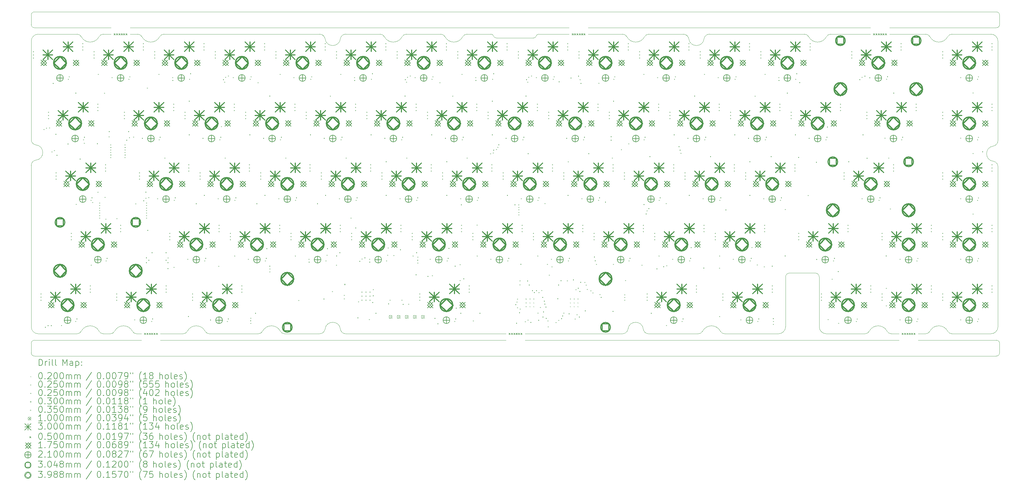
<source format=gbr>
%FSLAX45Y45*%
G04 Gerber Fmt 4.5, Leading zero omitted, Abs format (unit mm)*
G04 Created by KiCad (PCBNEW (6.99.0-1912-g359c99991b)) date 2023-08-09 17:17:19*
%MOMM*%
%LPD*%
G01*
G04 APERTURE LIST*
%TA.AperFunction,Profile*%
%ADD10C,0.100000*%
%TD*%
%ADD11C,0.200000*%
%ADD12C,0.020000*%
%ADD13C,0.025000*%
%ADD14C,0.030000*%
%ADD15C,0.035000*%
%ADD16C,0.100000*%
%ADD17C,0.300000*%
%ADD18C,0.050000*%
%ADD19C,0.175000*%
%ADD20C,0.210000*%
%ADD21C,0.304800*%
%ADD22C,0.398780*%
G04 APERTURE END LIST*
D10*
X30160020Y-10127241D02*
G75*
G03*
X30382271Y-9904984I-10J222261D01*
G01*
X4060000Y-10327234D02*
X14916135Y-10327234D01*
X7137700Y-10127235D02*
G75*
G03*
X7270700Y-10044669I-1540J150885D01*
G01*
X9884800Y-700000D02*
X10965200Y-700000D01*
X23707499Y-8340000D02*
X23707499Y-9902234D01*
X13694800Y-700000D02*
G75*
G03*
X13561800Y-780600I40J-150100D01*
G01*
X26896797Y-10044670D02*
G75*
G03*
X27029799Y-10127234I134533J68310D01*
G01*
X3345200Y-700000D02*
X3105000Y-700000D01*
X30432270Y-100000D02*
G75*
G03*
X30332271Y0I-100000J0D01*
G01*
X28934800Y-700000D02*
X30160020Y-700000D01*
X30332271Y-10827241D02*
G75*
G03*
X30432271Y-10727234I-11J100011D01*
G01*
X2505000Y-500000D02*
X100000Y-500000D01*
X3478200Y-780600D02*
G75*
G03*
X4036800Y-780600I279300J145549D01*
G01*
X2487700Y-10127234D02*
X2264800Y-10127234D01*
X9717978Y-9990755D02*
G75*
G03*
X9884800Y-10127234I166862J33765D01*
G01*
X25124798Y-699998D02*
G75*
G03*
X24991799Y-780600I32J-150082D01*
G01*
X1573200Y-780600D02*
G75*
G03*
X1440200Y-700000I-132855J-69194D01*
G01*
X28243202Y-780599D02*
G75*
G03*
X28110199Y-700000I-132852J-69191D01*
G01*
X30382741Y-4869318D02*
X30382271Y-9904984D01*
X7962300Y-10127234D02*
X9060199Y-10127234D01*
X27870000Y-10127234D02*
X28110201Y-10127234D01*
X30332271Y0D02*
X100000Y0D01*
X13003197Y-780601D02*
G75*
G03*
X12870200Y-700000I-132847J-69179D01*
G01*
X5465599Y-10044669D02*
G75*
G03*
X4907000Y-10044669I-279300J-145549D01*
G01*
X3179303Y-10044668D02*
G75*
G03*
X3312300Y-10127234I134527J68298D01*
G01*
X0Y-10727234D02*
X0Y-10427234D01*
X7829303Y-10044668D02*
G75*
G03*
X7962300Y-10127234I134527J68298D01*
G01*
X28934800Y-699999D02*
G75*
G03*
X28801801Y-780600I30J-150081D01*
G01*
X23482499Y-10127239D02*
G75*
G03*
X23707499Y-9902234I-9J225009D01*
G01*
X3478194Y-780603D02*
G75*
G03*
X3345200Y-700000I-132854J-69187D01*
G01*
X2131800Y-10044669D02*
G75*
G03*
X1573200Y-10044669I-279300J-145549D01*
G01*
X21791100Y-10127234D02*
X23482499Y-10127234D01*
X19237731Y-9990755D02*
G75*
G03*
X18753733Y-9982754I-242331J-16076D01*
G01*
X15516135Y-10327234D02*
X27270000Y-10327234D01*
X2264800Y-700000D02*
G75*
G03*
X2131800Y-780600I40J-150100D01*
G01*
X0Y-9904983D02*
G75*
G03*
X222250Y-10127234I222250J0D01*
G01*
X28801798Y-10044671D02*
G75*
G03*
X28934801Y-10127234I134532J68311D01*
G01*
X17500000Y-700000D02*
X18585199Y-700000D01*
X4773999Y-10127231D02*
G75*
G03*
X4907000Y-10044669I-1529J150871D01*
G01*
X13694800Y-700000D02*
X14450000Y-700000D01*
X100000Y0D02*
G75*
G03*
X0Y-100000I0J-100000D01*
G01*
X9233981Y-840000D02*
G75*
G03*
X9060200Y-700000I-173631J-37670D01*
G01*
X20663981Y-840000D02*
G75*
G03*
X20490200Y-700000I-173631J-37670D01*
G01*
X30332271Y-500000D02*
X26972271Y-500000D01*
X1440200Y-10127234D02*
X222250Y-10127234D01*
X7829300Y-10044669D02*
G75*
G03*
X7270700Y-10044669I-279300J-145549D01*
G01*
X15950000Y-700002D02*
G75*
G03*
X15870000Y-760000I-80J-83228D01*
G01*
X30432276Y-10427234D02*
G75*
G03*
X30332271Y-10327234I-100006J-6D01*
G01*
X20966500Y-10127231D02*
G75*
G03*
X21099500Y-10044669I-1530J150871D01*
G01*
X30382735Y-4869318D02*
G75*
G03*
X30250741Y-4702500I-171465J-42D01*
G01*
X19409800Y-700002D02*
G75*
G03*
X19276799Y-780600I-150J-149788D01*
G01*
X18718197Y-780601D02*
G75*
G03*
X18585199Y-700000I-132847J-69179D01*
G01*
X30382271Y-922250D02*
X30382741Y-4046217D01*
X30242742Y-4220006D02*
G75*
G03*
X30250741Y-4702500I24078J-240914D01*
G01*
X25124798Y-700000D02*
X26372271Y-700000D01*
X26896799Y-10044669D02*
G75*
G03*
X26338199Y-10044669I-279300J-145549D01*
G01*
X20663982Y-840000D02*
G75*
G03*
X21147982Y-832000I241669J24080D01*
G01*
X21658098Y-10044670D02*
G75*
G03*
X21791100Y-10127234I134532J68310D01*
G01*
X2131798Y-10044670D02*
G75*
G03*
X2264800Y-10127234I134532J68310D01*
G01*
X24765000Y-8340000D02*
G75*
G03*
X24640000Y-8215000I-124960J40D01*
G01*
X30432271Y-100000D02*
X30432271Y-400000D01*
X11098196Y-780602D02*
G75*
G03*
X10965200Y-700000I-132866J-69208D01*
G01*
X30432271Y-10427234D02*
X30432271Y-10727234D01*
X19409800Y-700000D02*
X20490200Y-700000D01*
X3179300Y-10044669D02*
G75*
G03*
X2620700Y-10044669I-279300J-145549D01*
G01*
X9060199Y-10127233D02*
G75*
G03*
X9233982Y-9982754I151J176573D01*
G01*
X30332271Y-500001D02*
G75*
G03*
X30432271Y-400000I-1J100001D01*
G01*
X14916135Y-10127234D02*
X9884800Y-10127234D01*
X30242741Y-4220002D02*
G75*
G03*
X30382741Y-4046217I-37671J173632D01*
G01*
X0Y-9904983D02*
X0Y-4829154D01*
X4169800Y-700000D02*
G75*
G03*
X4036800Y-780600I40J-150100D01*
G01*
X18579950Y-10127234D02*
G75*
G03*
X18753733Y-9982754I150J176574D01*
G01*
X100000Y-10327234D02*
G75*
G03*
X0Y-10427234I0J-100000D01*
G01*
X9717982Y-9990754D02*
G75*
G03*
X9233982Y-9982754I-242332J-16076D01*
G01*
X16900000Y-700000D02*
X15950000Y-700000D01*
X11098200Y-780600D02*
G75*
G03*
X11656800Y-780600I279300J145549D01*
G01*
X2487700Y-10127235D02*
G75*
G03*
X2620700Y-10044669I-1540J150885D01*
G01*
X11789800Y-700000D02*
X12870200Y-700000D01*
X0Y-4018346D02*
G75*
G03*
X136233Y-4182500I167068J45D01*
G01*
X0Y-10727234D02*
G75*
G03*
X100000Y-10827234I100000J0D01*
G01*
X0Y-400000D02*
G75*
G03*
X100000Y-500000I100000J0D01*
G01*
X26205199Y-10127231D02*
G75*
G03*
X26338199Y-10044669I-1529J150871D01*
G01*
X27870000Y-10327234D02*
X30332271Y-10327234D01*
X19237728Y-9990755D02*
G75*
G03*
X19404551Y-10127234I166862J33765D01*
G01*
X0Y-4018346D02*
X0Y-922250D01*
X24990000Y-10127234D02*
X26205199Y-10127234D01*
X1573200Y-780600D02*
G75*
G03*
X2131800Y-780600I279300J145549D01*
G01*
X144233Y-4665000D02*
G75*
G03*
X136233Y-4182500I-24073J240917D01*
G01*
X5465598Y-10044670D02*
G75*
G03*
X5598600Y-10127234I134532J68310D01*
G01*
X4169800Y-700000D02*
X9060200Y-700000D01*
X24765006Y-9902234D02*
G75*
G03*
X24990000Y-10127234I224994J-6D01*
G01*
X24640000Y-8215000D02*
X23832499Y-8215000D01*
X15790000Y-819998D02*
G75*
G03*
X15870000Y-760000I80J83228D01*
G01*
X14530002Y-759999D02*
G75*
G03*
X14450000Y-700000I-79922J-23231D01*
G01*
X3312300Y-10127234D02*
X3460000Y-10127234D01*
X28243201Y-780600D02*
G75*
G03*
X28801801Y-780600I279300J145549D01*
G01*
X100000Y-10827234D02*
X30332271Y-10827234D01*
X4060000Y-10127234D02*
X4773999Y-10127234D01*
X27029799Y-10127234D02*
X27270000Y-10127234D01*
X222250Y-700000D02*
G75*
G03*
X0Y-922250I0J-222250D01*
G01*
X20966500Y-10127234D02*
X19404551Y-10127234D01*
X24765000Y-9902234D02*
X24765000Y-8340000D01*
X30382270Y-922250D02*
G75*
G03*
X30160020Y-700000I-222250J1D01*
G01*
X16900000Y-500000D02*
X3105000Y-500000D01*
X18718200Y-780600D02*
G75*
G03*
X19276799Y-780600I279300J145549D01*
G01*
X11789800Y-700000D02*
G75*
G03*
X11656800Y-780600I40J-150100D01*
G01*
X21314800Y-699998D02*
G75*
G03*
X21147982Y-832000I50J-171472D01*
G01*
X7137700Y-10127234D02*
X5598600Y-10127234D01*
X17500000Y-500000D02*
X26372271Y-500000D01*
X0Y-400000D02*
X0Y-100000D01*
X14610000Y-820000D02*
X15790000Y-820000D01*
X24433200Y-780600D02*
G75*
G03*
X24991799Y-780600I279300J145549D01*
G01*
X15516135Y-10127234D02*
X18579950Y-10127234D01*
X1440200Y-10127231D02*
G75*
G03*
X1573200Y-10044669I-1530J150871D01*
G01*
X26972271Y-700000D02*
X28110199Y-700000D01*
X14529998Y-760001D02*
G75*
G03*
X14610000Y-820000I79922J23231D01*
G01*
X21658100Y-10044669D02*
G75*
G03*
X21099500Y-10044669I-279300J-145549D01*
G01*
X21314800Y-700000D02*
X24300198Y-700000D01*
X222250Y-700000D02*
X1440200Y-700000D01*
X28934801Y-10127234D02*
X30160020Y-10127234D01*
X2505000Y-700000D02*
X2264800Y-700000D01*
X9884800Y-699998D02*
G75*
G03*
X9717982Y-832000I50J-171472D01*
G01*
X9233982Y-840000D02*
G75*
G03*
X9717982Y-832000I241669J24080D01*
G01*
X144233Y-4665000D02*
G75*
G03*
X0Y-4829154I21345J-164196D01*
G01*
X28110201Y-10127232D02*
G75*
G03*
X28243201Y-10044669I-1531J150872D01*
G01*
X13003200Y-780600D02*
G75*
G03*
X13561800Y-780600I279300J145549D01*
G01*
X23832499Y-8214999D02*
G75*
G03*
X23707499Y-8340000I-39J-124961D01*
G01*
X24433202Y-780599D02*
G75*
G03*
X24300198Y-700000I-132852J-69191D01*
G01*
X100000Y-10327234D02*
X3460000Y-10327234D01*
X28801801Y-10044669D02*
G75*
G03*
X28243201Y-10044669I-279300J-145549D01*
G01*
D11*
D12*
X15540000Y-9020000D02*
X15560000Y-9040000D01*
X15560000Y-9020000D02*
X15540000Y-9040000D01*
X15540000Y-9140000D02*
X15560000Y-9160000D01*
X15560000Y-9140000D02*
X15540000Y-9160000D01*
X15540000Y-9260000D02*
X15560000Y-9280000D01*
X15560000Y-9260000D02*
X15540000Y-9280000D01*
X15660000Y-9020000D02*
X15680000Y-9040000D01*
X15680000Y-9020000D02*
X15660000Y-9040000D01*
X15660000Y-9140000D02*
X15680000Y-9160000D01*
X15680000Y-9140000D02*
X15660000Y-9160000D01*
X15660000Y-9260000D02*
X15680000Y-9280000D01*
X15680000Y-9260000D02*
X15660000Y-9280000D01*
X15780000Y-9020000D02*
X15800000Y-9040000D01*
X15800000Y-9020000D02*
X15780000Y-9040000D01*
X15780000Y-9140000D02*
X15800000Y-9160000D01*
X15800000Y-9140000D02*
X15780000Y-9160000D01*
X15780000Y-9260000D02*
X15800000Y-9280000D01*
X15800000Y-9260000D02*
X15780000Y-9280000D01*
X16930000Y-9020000D02*
X16950000Y-9040000D01*
X16950000Y-9020000D02*
X16930000Y-9040000D01*
X16930000Y-9140000D02*
X16950000Y-9160000D01*
X16950000Y-9140000D02*
X16930000Y-9160000D01*
X16930000Y-9260000D02*
X16950000Y-9280000D01*
X16950000Y-9260000D02*
X16930000Y-9280000D01*
X17050000Y-9020000D02*
X17070000Y-9040000D01*
X17070000Y-9020000D02*
X17050000Y-9040000D01*
X17050000Y-9140000D02*
X17070000Y-9160000D01*
X17070000Y-9140000D02*
X17050000Y-9160000D01*
X17050000Y-9260000D02*
X17070000Y-9280000D01*
X17070000Y-9260000D02*
X17050000Y-9280000D01*
X17170000Y-9020000D02*
X17190000Y-9040000D01*
X17190000Y-9020000D02*
X17170000Y-9040000D01*
X17170000Y-9140000D02*
X17190000Y-9160000D01*
X17190000Y-9140000D02*
X17170000Y-9160000D01*
X17170000Y-9260000D02*
X17190000Y-9280000D01*
X17190000Y-9260000D02*
X17170000Y-9280000D01*
D13*
X412500Y-3700000D02*
G75*
G03*
X412500Y-3700000I-12500J0D01*
G01*
X457500Y-9925000D02*
G75*
G03*
X457500Y-9925000I-12500J0D01*
G01*
X492500Y-3660000D02*
G75*
G03*
X492500Y-3660000I-12500J0D01*
G01*
X542500Y-9870000D02*
G75*
G03*
X542500Y-9870000I-12500J0D01*
G01*
X587500Y-3650000D02*
G75*
G03*
X587500Y-3650000I-12500J0D01*
G01*
X642500Y-9870000D02*
G75*
G03*
X642500Y-9870000I-12500J0D01*
G01*
X662500Y-4405000D02*
G75*
G03*
X662500Y-4405000I-12500J0D01*
G01*
X702500Y-2250000D02*
G75*
G03*
X702500Y-2250000I-12500J0D01*
G01*
X742500Y-4365000D02*
G75*
G03*
X742500Y-4365000I-12500J0D01*
G01*
X787500Y-3850000D02*
G75*
G03*
X787500Y-3850000I-12500J0D01*
G01*
X822500Y-4515000D02*
G75*
G03*
X822500Y-4515000I-12500J0D01*
G01*
X962500Y-9870000D02*
G75*
G03*
X962500Y-9870000I-12500J0D01*
G01*
X1167500Y-4155000D02*
G75*
G03*
X1167500Y-4155000I-12500J0D01*
G01*
X1177500Y-2120000D02*
G75*
G03*
X1177500Y-2120000I-12500J0D01*
G01*
X1207500Y-2040000D02*
G75*
G03*
X1207500Y-2040000I-12500J0D01*
G01*
X1412500Y-2555000D02*
G75*
G03*
X1412500Y-2555000I-12500J0D01*
G01*
X1412500Y-9740000D02*
G75*
G03*
X1412500Y-9740000I-12500J0D01*
G01*
X1427500Y-6060000D02*
G75*
G03*
X1427500Y-6060000I-12500J0D01*
G01*
X1445625Y-9660000D02*
G75*
G03*
X1445625Y-9660000I-12500J0D01*
G01*
X1552500Y-4630000D02*
G75*
G03*
X1552500Y-4630000I-12500J0D01*
G01*
X1653750Y-4025000D02*
G75*
G03*
X1653750Y-4025000I-12500J0D01*
G01*
X1677500Y-4135000D02*
G75*
G03*
X1677500Y-4135000I-12500J0D01*
G01*
X1683750Y-3945000D02*
G75*
G03*
X1683750Y-3945000I-12500J0D01*
G01*
X1891875Y-5930000D02*
G75*
G03*
X1891875Y-5930000I-12500J0D01*
G01*
X1897500Y-7970000D02*
G75*
G03*
X1897500Y-7970000I-12500J0D01*
G01*
X1921875Y-5850000D02*
G75*
G03*
X1921875Y-5850000I-12500J0D01*
G01*
X1942500Y-5995000D02*
G75*
G03*
X1942500Y-5995000I-12500J0D01*
G01*
X2092500Y-4150000D02*
G75*
G03*
X2092500Y-4150000I-12500J0D01*
G01*
X2112500Y-5672232D02*
G75*
G03*
X2112500Y-5672232I-12500J0D01*
G01*
X2122500Y-1965000D02*
G75*
G03*
X2122500Y-1965000I-12500J0D01*
G01*
X2162500Y-6012500D02*
G75*
G03*
X2162500Y-6012500I-12500J0D01*
G01*
X2162500Y-6092500D02*
G75*
G03*
X2162500Y-6092500I-12500J0D01*
G01*
X2162500Y-6172500D02*
G75*
G03*
X2162500Y-6172500I-12500J0D01*
G01*
X2162500Y-6250000D02*
G75*
G03*
X2162500Y-6250000I-12500J0D01*
G01*
X2162500Y-6330000D02*
G75*
G03*
X2162500Y-6330000I-12500J0D01*
G01*
X2162500Y-6410000D02*
G75*
G03*
X2162500Y-6410000I-12500J0D01*
G01*
X2162500Y-6490000D02*
G75*
G03*
X2162500Y-6490000I-12500J0D01*
G01*
X2312500Y-2560000D02*
G75*
G03*
X2312500Y-2560000I-12500J0D01*
G01*
X2332500Y-5835000D02*
G75*
G03*
X2332500Y-5835000I-12500J0D01*
G01*
X2357500Y-6525000D02*
G75*
G03*
X2357500Y-6525000I-12500J0D01*
G01*
X2368125Y-7835000D02*
G75*
G03*
X2368125Y-7835000I-12500J0D01*
G01*
X2398125Y-7755000D02*
G75*
G03*
X2398125Y-7755000I-12500J0D01*
G01*
X2462500Y-3767232D02*
G75*
G03*
X2462500Y-3767232I-12500J0D01*
G01*
X2462500Y-3930000D02*
G75*
G03*
X2462500Y-3930000I-12500J0D01*
G01*
X2512500Y-4185000D02*
G75*
G03*
X2512500Y-4185000I-12500J0D01*
G01*
X2512500Y-4265000D02*
G75*
G03*
X2512500Y-4265000I-12500J0D01*
G01*
X2512500Y-4345000D02*
G75*
G03*
X2512500Y-4345000I-12500J0D01*
G01*
X2512500Y-4422500D02*
G75*
G03*
X2512500Y-4422500I-12500J0D01*
G01*
X2512500Y-4502500D02*
G75*
G03*
X2512500Y-4502500I-12500J0D01*
G01*
X2512500Y-4582500D02*
G75*
G03*
X2512500Y-4582500I-12500J0D01*
G01*
X2552500Y-2070000D02*
G75*
G03*
X2552500Y-2070000I-12500J0D01*
G01*
X2702500Y-6505000D02*
G75*
G03*
X2702500Y-6505000I-12500J0D01*
G01*
X2962500Y-4185000D02*
G75*
G03*
X2962500Y-4185000I-12500J0D01*
G01*
X2962500Y-4265000D02*
G75*
G03*
X2962500Y-4265000I-12500J0D01*
G01*
X2962500Y-4345000D02*
G75*
G03*
X2962500Y-4345000I-12500J0D01*
G01*
X2962500Y-4422500D02*
G75*
G03*
X2962500Y-4422500I-12500J0D01*
G01*
X2962500Y-4502500D02*
G75*
G03*
X2962500Y-4502500I-12500J0D01*
G01*
X2962500Y-4582500D02*
G75*
G03*
X2962500Y-4582500I-12500J0D01*
G01*
X3017500Y-4038482D02*
G75*
G03*
X3017500Y-4038482I-12500J0D01*
G01*
X3072500Y-3767232D02*
G75*
G03*
X3072500Y-3767232I-12500J0D01*
G01*
X3082500Y-2120000D02*
G75*
G03*
X3082500Y-2120000I-12500J0D01*
G01*
X3102500Y-3960000D02*
G75*
G03*
X3102500Y-3960000I-12500J0D01*
G01*
X3112500Y-2040000D02*
G75*
G03*
X3112500Y-2040000I-12500J0D01*
G01*
X3232500Y-3940000D02*
G75*
G03*
X3232500Y-3940000I-12500J0D01*
G01*
X3266875Y-9690000D02*
G75*
G03*
X3266875Y-9690000I-12500J0D01*
G01*
X3297500Y-6040000D02*
G75*
G03*
X3297500Y-6040000I-12500J0D01*
G01*
X3505000Y-3975000D02*
G75*
G03*
X3505000Y-3975000I-12500J0D01*
G01*
X3548750Y-5943482D02*
G75*
G03*
X3548750Y-5943482I-12500J0D01*
G01*
X3612500Y-5672232D02*
G75*
G03*
X3612500Y-5672232I-12500J0D01*
G01*
X3618750Y-5865000D02*
G75*
G03*
X3618750Y-5865000I-12500J0D01*
G01*
X3632500Y-7740000D02*
G75*
G03*
X3632500Y-7740000I-12500J0D01*
G01*
X3632500Y-7890000D02*
G75*
G03*
X3632500Y-7890000I-12500J0D01*
G01*
X3637500Y-6012500D02*
G75*
G03*
X3637500Y-6012500I-12500J0D01*
G01*
X3637500Y-6092500D02*
G75*
G03*
X3637500Y-6092500I-12500J0D01*
G01*
X3637500Y-6172500D02*
G75*
G03*
X3637500Y-6172500I-12500J0D01*
G01*
X3637500Y-6250000D02*
G75*
G03*
X3637500Y-6250000I-12500J0D01*
G01*
X3637500Y-6330000D02*
G75*
G03*
X3637500Y-6330000I-12500J0D01*
G01*
X3637500Y-6410000D02*
G75*
G03*
X3637500Y-6410000I-12500J0D01*
G01*
X3637500Y-6490000D02*
G75*
G03*
X3637500Y-6490000I-12500J0D01*
G01*
X3662500Y-2400000D02*
G75*
G03*
X3662500Y-2400000I-12500J0D01*
G01*
X3672500Y-6875000D02*
G75*
G03*
X3672500Y-6875000I-12500J0D01*
G01*
X3708750Y-5845000D02*
G75*
G03*
X3708750Y-5845000I-12500J0D01*
G01*
X3712500Y-7813530D02*
G75*
G03*
X3712500Y-7813530I-12500J0D01*
G01*
X3796875Y-9740000D02*
G75*
G03*
X3796875Y-9740000I-12500J0D01*
G01*
X3812500Y-7577232D02*
G75*
G03*
X3812500Y-7577232I-12500J0D01*
G01*
X3826875Y-9660000D02*
G75*
G03*
X3826875Y-9660000I-12500J0D01*
G01*
X3981250Y-5880000D02*
G75*
G03*
X3981250Y-5880000I-12500J0D01*
G01*
X4027500Y-1965000D02*
G75*
G03*
X4027500Y-1965000I-12500J0D01*
G01*
X4035000Y-4025000D02*
G75*
G03*
X4035000Y-4025000I-12500J0D01*
G01*
X4065000Y-3945000D02*
G75*
G03*
X4065000Y-3945000I-12500J0D01*
G01*
X4212500Y-4600000D02*
G75*
G03*
X4212500Y-4600000I-12500J0D01*
G01*
X4250000Y-7813530D02*
G75*
G03*
X4250000Y-7813530I-12500J0D01*
G01*
X4252500Y-7577232D02*
G75*
G03*
X4252500Y-7577232I-12500J0D01*
G01*
X4312500Y-7740000D02*
G75*
G03*
X4312500Y-7740000I-12500J0D01*
G01*
X4312500Y-7890000D02*
G75*
G03*
X4312500Y-7890000I-12500J0D01*
G01*
X4312500Y-8075000D02*
G75*
G03*
X4312500Y-8075000I-12500J0D01*
G01*
X4457500Y-2070000D02*
G75*
G03*
X4457500Y-2070000I-12500J0D01*
G01*
X4462500Y-2158000D02*
G75*
G03*
X4462500Y-2158000I-12500J0D01*
G01*
X4502500Y-8040000D02*
G75*
G03*
X4502500Y-8040000I-12500J0D01*
G01*
X4511250Y-5930000D02*
G75*
G03*
X4511250Y-5930000I-12500J0D01*
G01*
X4541250Y-5850000D02*
G75*
G03*
X4541250Y-5850000I-12500J0D01*
G01*
X4933750Y-7785000D02*
G75*
G03*
X4933750Y-7785000I-12500J0D01*
G01*
X4952500Y-9585000D02*
G75*
G03*
X4952500Y-9585000I-12500J0D01*
G01*
X4977500Y-2810000D02*
G75*
G03*
X4977500Y-2810000I-12500J0D01*
G01*
X4977500Y-3870000D02*
G75*
G03*
X4977500Y-3870000I-12500J0D01*
G01*
X4987500Y-2120000D02*
G75*
G03*
X4987500Y-2120000I-12500J0D01*
G01*
X5022500Y-1945000D02*
G75*
G03*
X5022500Y-1945000I-12500J0D01*
G01*
X5202500Y-6035000D02*
G75*
G03*
X5202500Y-6035000I-12500J0D01*
G01*
X5410000Y-3975000D02*
G75*
G03*
X5410000Y-3975000I-12500J0D01*
G01*
X5452500Y-5775000D02*
G75*
G03*
X5452500Y-5775000I-12500J0D01*
G01*
X5463750Y-7835000D02*
G75*
G03*
X5463750Y-7835000I-12500J0D01*
G01*
X5493750Y-7755000D02*
G75*
G03*
X5493750Y-7755000I-12500J0D01*
G01*
X5512500Y-7450000D02*
G75*
G03*
X5512500Y-7450000I-12500J0D01*
G01*
X5648125Y-9690000D02*
G75*
G03*
X5648125Y-9690000I-12500J0D01*
G01*
X5886250Y-5880000D02*
G75*
G03*
X5886250Y-5880000I-12500J0D01*
G01*
X5907500Y-8005000D02*
G75*
G03*
X5907500Y-8005000I-12500J0D01*
G01*
X5940000Y-4025000D02*
G75*
G03*
X5940000Y-4025000I-12500J0D01*
G01*
X5970000Y-3945000D02*
G75*
G03*
X5970000Y-3945000I-12500J0D01*
G01*
X5992500Y-3610000D02*
G75*
G03*
X5992500Y-3610000I-12500J0D01*
G01*
X6052500Y-2133482D02*
G75*
G03*
X6052500Y-2133482I-12500J0D01*
G01*
X6092500Y-2215000D02*
G75*
G03*
X6092500Y-2215000I-12500J0D01*
G01*
X6112500Y-4600000D02*
G75*
G03*
X6112500Y-4600000I-12500J0D01*
G01*
X6122500Y-2060000D02*
G75*
G03*
X6122500Y-2060000I-12500J0D01*
G01*
X6178125Y-9740000D02*
G75*
G03*
X6178125Y-9740000I-12500J0D01*
G01*
X6208125Y-9660000D02*
G75*
G03*
X6208125Y-9660000I-12500J0D01*
G01*
X6212500Y-2020000D02*
G75*
G03*
X6212500Y-2020000I-12500J0D01*
G01*
X6362500Y-2070000D02*
G75*
G03*
X6362500Y-2070000I-12500J0D01*
G01*
X6407500Y-7680000D02*
G75*
G03*
X6407500Y-7680000I-12500J0D01*
G01*
X6416250Y-5930000D02*
G75*
G03*
X6416250Y-5930000I-12500J0D01*
G01*
X6446250Y-5850000D02*
G75*
G03*
X6446250Y-5850000I-12500J0D01*
G01*
X6838750Y-7785000D02*
G75*
G03*
X6838750Y-7785000I-12500J0D01*
G01*
X6882500Y-3870000D02*
G75*
G03*
X6882500Y-3870000I-12500J0D01*
G01*
X6892500Y-2120000D02*
G75*
G03*
X6892500Y-2120000I-12500J0D01*
G01*
X6912500Y-9637500D02*
G75*
G03*
X6912500Y-9637500I-12500J0D01*
G01*
X6912500Y-9718530D02*
G75*
G03*
X6912500Y-9718530I-12500J0D01*
G01*
X6912500Y-9800000D02*
G75*
G03*
X6912500Y-9800000I-12500J0D01*
G01*
X6922500Y-2040000D02*
G75*
G03*
X6922500Y-2040000I-12500J0D01*
G01*
X7062500Y-9482232D02*
G75*
G03*
X7062500Y-9482232I-12500J0D01*
G01*
X7107500Y-6035000D02*
G75*
G03*
X7107500Y-6035000I-12500J0D01*
G01*
X7142500Y-2232500D02*
G75*
G03*
X7142500Y-2232500I-12500J0D01*
G01*
X7315000Y-3975000D02*
G75*
G03*
X7315000Y-3975000I-12500J0D01*
G01*
X7357500Y-5775000D02*
G75*
G03*
X7357500Y-5775000I-12500J0D01*
G01*
X7368750Y-7835000D02*
G75*
G03*
X7368750Y-7835000I-12500J0D01*
G01*
X7398750Y-7755000D02*
G75*
G03*
X7398750Y-7755000I-12500J0D01*
G01*
X7417500Y-7450000D02*
G75*
G03*
X7417500Y-7450000I-12500J0D01*
G01*
X7512500Y-2650000D02*
G75*
G03*
X7512500Y-2650000I-12500J0D01*
G01*
X7512500Y-8000000D02*
G75*
G03*
X7512500Y-8000000I-12500J0D01*
G01*
X7512500Y-8089904D02*
G75*
G03*
X7512500Y-8089904I-12500J0D01*
G01*
X7512500Y-8180000D02*
G75*
G03*
X7512500Y-8180000I-12500J0D01*
G01*
X7791250Y-5880000D02*
G75*
G03*
X7791250Y-5880000I-12500J0D01*
G01*
X7837500Y-1965000D02*
G75*
G03*
X7837500Y-1965000I-12500J0D01*
G01*
X7845000Y-4025000D02*
G75*
G03*
X7845000Y-4025000I-12500J0D01*
G01*
X7875000Y-3945000D02*
G75*
G03*
X7875000Y-3945000I-12500J0D01*
G01*
X8012500Y-4600000D02*
G75*
G03*
X8012500Y-4600000I-12500J0D01*
G01*
X8267500Y-2070000D02*
G75*
G03*
X8267500Y-2070000I-12500J0D01*
G01*
X8312500Y-7680000D02*
G75*
G03*
X8312500Y-7680000I-12500J0D01*
G01*
X8321250Y-5930000D02*
G75*
G03*
X8321250Y-5930000I-12500J0D01*
G01*
X8351250Y-5850000D02*
G75*
G03*
X8351250Y-5850000I-12500J0D01*
G01*
X8422500Y-9080000D02*
G75*
G03*
X8422500Y-9080000I-12500J0D01*
G01*
X8743750Y-7785000D02*
G75*
G03*
X8743750Y-7785000I-12500J0D01*
G01*
X8748750Y-7873000D02*
G75*
G03*
X8748750Y-7873000I-12500J0D01*
G01*
X8787500Y-3870000D02*
G75*
G03*
X8787500Y-3870000I-12500J0D01*
G01*
X8797500Y-2120000D02*
G75*
G03*
X8797500Y-2120000I-12500J0D01*
G01*
X8827500Y-2040000D02*
G75*
G03*
X8827500Y-2040000I-12500J0D01*
G01*
X9012500Y-6035000D02*
G75*
G03*
X9012500Y-6035000I-12500J0D01*
G01*
X9212500Y-9030000D02*
G75*
G03*
X9212500Y-9030000I-12500J0D01*
G01*
X9220000Y-3975000D02*
G75*
G03*
X9220000Y-3975000I-12500J0D01*
G01*
X9262500Y-5775000D02*
G75*
G03*
X9262500Y-5775000I-12500J0D01*
G01*
X9273750Y-7835000D02*
G75*
G03*
X9273750Y-7835000I-12500J0D01*
G01*
X9308750Y-7660000D02*
G75*
G03*
X9308750Y-7660000I-12500J0D01*
G01*
X9322500Y-7450000D02*
G75*
G03*
X9322500Y-7450000I-12500J0D01*
G01*
X9412500Y-2650000D02*
G75*
G03*
X9412500Y-2650000I-12500J0D01*
G01*
X9477500Y-8800000D02*
G75*
G03*
X9477500Y-8800000I-12500J0D01*
G01*
X9607500Y-7677500D02*
G75*
G03*
X9607500Y-7677500I-12500J0D01*
G01*
X9607500Y-7970000D02*
G75*
G03*
X9607500Y-7970000I-12500J0D01*
G01*
X9696250Y-5880000D02*
G75*
G03*
X9696250Y-5880000I-12500J0D01*
G01*
X9710000Y-7577232D02*
G75*
G03*
X9710000Y-7577232I-12500J0D01*
G01*
X9742500Y-1965000D02*
G75*
G03*
X9742500Y-1965000I-12500J0D01*
G01*
X9750000Y-4025000D02*
G75*
G03*
X9750000Y-4025000I-12500J0D01*
G01*
X9780000Y-3945000D02*
G75*
G03*
X9780000Y-3945000I-12500J0D01*
G01*
X9852500Y-8918740D02*
G75*
G03*
X9852500Y-8918740I-12500J0D01*
G01*
X9852500Y-9030000D02*
G75*
G03*
X9852500Y-9030000I-12500J0D01*
G01*
X9912500Y-4600000D02*
G75*
G03*
X9912500Y-4600000I-12500J0D01*
G01*
X10062500Y-6487500D02*
G75*
G03*
X10062500Y-6487500I-12500J0D01*
G01*
X10172500Y-2070000D02*
G75*
G03*
X10172500Y-2070000I-12500J0D01*
G01*
X10176518Y-2158000D02*
G75*
G03*
X10176518Y-2158000I-12500J0D01*
G01*
X10212500Y-6800000D02*
G75*
G03*
X10212500Y-6800000I-12500J0D01*
G01*
X10226250Y-5930000D02*
G75*
G03*
X10226250Y-5930000I-12500J0D01*
G01*
X10256250Y-5850000D02*
G75*
G03*
X10256250Y-5850000I-12500J0D01*
G01*
X10277500Y-9625000D02*
G75*
G03*
X10277500Y-9625000I-12500J0D01*
G01*
X10301206Y-9119183D02*
G75*
G03*
X10301206Y-9119183I-12500J0D01*
G01*
X10338750Y-7848482D02*
G75*
G03*
X10338750Y-7848482I-12500J0D01*
G01*
X10408750Y-7775000D02*
G75*
G03*
X10408750Y-7775000I-12500J0D01*
G01*
X10498750Y-7735000D02*
G75*
G03*
X10498750Y-7735000I-12500J0D01*
G01*
X10637500Y-9680000D02*
G75*
G03*
X10637500Y-9680000I-12500J0D01*
G01*
X10648750Y-7785000D02*
G75*
G03*
X10648750Y-7785000I-12500J0D01*
G01*
X10654018Y-7873000D02*
G75*
G03*
X10654018Y-7873000I-12500J0D01*
G01*
X10692500Y-3870000D02*
G75*
G03*
X10692500Y-3870000I-12500J0D01*
G01*
X10702500Y-2120000D02*
G75*
G03*
X10702500Y-2120000I-12500J0D01*
G01*
X10737500Y-1945000D02*
G75*
G03*
X10737500Y-1945000I-12500J0D01*
G01*
X10745982Y-9142232D02*
G75*
G03*
X10745982Y-9142232I-12500J0D01*
G01*
X10762500Y-8740000D02*
G75*
G03*
X10762500Y-8740000I-12500J0D01*
G01*
X10762500Y-8930000D02*
G75*
G03*
X10762500Y-8930000I-12500J0D01*
G01*
X10847500Y-9480000D02*
G75*
G03*
X10847500Y-9480000I-12500J0D01*
G01*
X11125000Y-3975000D02*
G75*
G03*
X11125000Y-3975000I-12500J0D01*
G01*
X11167500Y-4715000D02*
G75*
G03*
X11167500Y-4715000I-12500J0D01*
G01*
X11167500Y-5775000D02*
G75*
G03*
X11167500Y-5775000I-12500J0D01*
G01*
X11178750Y-7835000D02*
G75*
G03*
X11178750Y-7835000I-12500J0D01*
G01*
X11213750Y-7660000D02*
G75*
G03*
X11213750Y-7660000I-12500J0D01*
G01*
X11232500Y-7430000D02*
G75*
G03*
X11232500Y-7430000I-12500J0D01*
G01*
X11245982Y-9186865D02*
G75*
G03*
X11245982Y-9186865I-12500J0D01*
G01*
X11292500Y-9070000D02*
G75*
G03*
X11292500Y-9070000I-12500J0D01*
G01*
X11407500Y-7665000D02*
G75*
G03*
X11407500Y-7665000I-12500J0D01*
G01*
X11601250Y-5880000D02*
G75*
G03*
X11601250Y-5880000I-12500J0D01*
G01*
X11617500Y-7485000D02*
G75*
G03*
X11617500Y-7485000I-12500J0D01*
G01*
X11655000Y-4025000D02*
G75*
G03*
X11655000Y-4025000I-12500J0D01*
G01*
X11662500Y-9070000D02*
G75*
G03*
X11662500Y-9070000I-12500J0D01*
G01*
X11685000Y-3945000D02*
G75*
G03*
X11685000Y-3945000I-12500J0D01*
G01*
X11702500Y-9200000D02*
G75*
G03*
X11702500Y-9200000I-12500J0D01*
G01*
X11762500Y-2650000D02*
G75*
G03*
X11762500Y-2650000I-12500J0D01*
G01*
X11767500Y-2133482D02*
G75*
G03*
X11767500Y-2133482I-12500J0D01*
G01*
X11807500Y-2215000D02*
G75*
G03*
X11807500Y-2215000I-12500J0D01*
G01*
X11812500Y-4600000D02*
G75*
G03*
X11812500Y-4600000I-12500J0D01*
G01*
X11837500Y-2060000D02*
G75*
G03*
X11837500Y-2060000I-12500J0D01*
G01*
X11873500Y-9200000D02*
G75*
G03*
X11873500Y-9200000I-12500J0D01*
G01*
X11927500Y-2020000D02*
G75*
G03*
X11927500Y-2020000I-12500J0D01*
G01*
X12012500Y-7680000D02*
G75*
G03*
X12012500Y-7680000I-12500J0D01*
G01*
X12077500Y-2070000D02*
G75*
G03*
X12077500Y-2070000I-12500J0D01*
G01*
X12107500Y-8270000D02*
G75*
G03*
X12107500Y-8270000I-12500J0D01*
G01*
X12122500Y-7577232D02*
G75*
G03*
X12122500Y-7577232I-12500J0D01*
G01*
X12131250Y-5930000D02*
G75*
G03*
X12131250Y-5930000I-12500J0D01*
G01*
X12161250Y-5850000D02*
G75*
G03*
X12161250Y-5850000I-12500J0D01*
G01*
X12162500Y-7715000D02*
G75*
G03*
X12162500Y-7715000I-12500J0D01*
G01*
X12162500Y-7813530D02*
G75*
G03*
X12162500Y-7813530I-12500J0D01*
G01*
X12162500Y-7905000D02*
G75*
G03*
X12162500Y-7905000I-12500J0D01*
G01*
X12482500Y-8320000D02*
G75*
G03*
X12482500Y-8320000I-12500J0D01*
G01*
X12553750Y-7785000D02*
G75*
G03*
X12553750Y-7785000I-12500J0D01*
G01*
X12597500Y-3870000D02*
G75*
G03*
X12597500Y-3870000I-12500J0D01*
G01*
X12607500Y-2120000D02*
G75*
G03*
X12607500Y-2120000I-12500J0D01*
G01*
X12622500Y-8300000D02*
G75*
G03*
X12622500Y-8300000I-12500J0D01*
G01*
X12637500Y-2040000D02*
G75*
G03*
X12637500Y-2040000I-12500J0D01*
G01*
X12702500Y-9643482D02*
G75*
G03*
X12702500Y-9643482I-12500J0D01*
G01*
X12792500Y-9810000D02*
G75*
G03*
X12792500Y-9810000I-12500J0D01*
G01*
X12857500Y-2232500D02*
G75*
G03*
X12857500Y-2232500I-12500J0D01*
G01*
X13030000Y-3975000D02*
G75*
G03*
X13030000Y-3975000I-12500J0D01*
G01*
X13072500Y-4715000D02*
G75*
G03*
X13072500Y-4715000I-12500J0D01*
G01*
X13072500Y-5775000D02*
G75*
G03*
X13072500Y-5775000I-12500J0D01*
G01*
X13083750Y-7835000D02*
G75*
G03*
X13083750Y-7835000I-12500J0D01*
G01*
X13113750Y-7755000D02*
G75*
G03*
X13113750Y-7755000I-12500J0D01*
G01*
X13142500Y-7440000D02*
G75*
G03*
X13142500Y-7440000I-12500J0D01*
G01*
X13262500Y-2650000D02*
G75*
G03*
X13262500Y-2650000I-12500J0D01*
G01*
X13321875Y-9740000D02*
G75*
G03*
X13321875Y-9740000I-12500J0D01*
G01*
X13332500Y-8000000D02*
G75*
G03*
X13332500Y-8000000I-12500J0D01*
G01*
X13351875Y-9660000D02*
G75*
G03*
X13351875Y-9660000I-12500J0D01*
G01*
X13367500Y-9320000D02*
G75*
G03*
X13367500Y-9320000I-12500J0D01*
G01*
X13492500Y-7950000D02*
G75*
G03*
X13492500Y-7950000I-12500J0D01*
G01*
X13492500Y-8450000D02*
G75*
G03*
X13492500Y-8450000I-12500J0D01*
G01*
X13506250Y-5880000D02*
G75*
G03*
X13506250Y-5880000I-12500J0D01*
G01*
X13512500Y-9482232D02*
G75*
G03*
X13512500Y-9482232I-12500J0D01*
G01*
X13532500Y-6070000D02*
G75*
G03*
X13532500Y-6070000I-12500J0D01*
G01*
X13552500Y-1965000D02*
G75*
G03*
X13552500Y-1965000I-12500J0D01*
G01*
X13560000Y-4025000D02*
G75*
G03*
X13560000Y-4025000I-12500J0D01*
G01*
X13590000Y-3945000D02*
G75*
G03*
X13590000Y-3945000I-12500J0D01*
G01*
X13607500Y-8400000D02*
G75*
G03*
X13607500Y-8400000I-12500J0D01*
G01*
X13712500Y-4600000D02*
G75*
G03*
X13712500Y-4600000I-12500J0D01*
G01*
X13907500Y-9725000D02*
G75*
G03*
X13907500Y-9725000I-12500J0D01*
G01*
X13982500Y-2070000D02*
G75*
G03*
X13982500Y-2070000I-12500J0D01*
G01*
X13987500Y-2158000D02*
G75*
G03*
X13987500Y-2158000I-12500J0D01*
G01*
X14027500Y-6710000D02*
G75*
G03*
X14027500Y-6710000I-12500J0D01*
G01*
X14027500Y-7680000D02*
G75*
G03*
X14027500Y-7680000I-12500J0D01*
G01*
X14036250Y-5930000D02*
G75*
G03*
X14036250Y-5930000I-12500J0D01*
G01*
X14066250Y-5850000D02*
G75*
G03*
X14066250Y-5850000I-12500J0D01*
G01*
X14117500Y-9482232D02*
G75*
G03*
X14117500Y-9482232I-12500J0D01*
G01*
X14447500Y-4465000D02*
G75*
G03*
X14447500Y-4465000I-12500J0D01*
G01*
X14458750Y-7785000D02*
G75*
G03*
X14458750Y-7785000I-12500J0D01*
G01*
X14502500Y-2810000D02*
G75*
G03*
X14502500Y-2810000I-12500J0D01*
G01*
X14502500Y-3870000D02*
G75*
G03*
X14502500Y-3870000I-12500J0D01*
G01*
X14512500Y-2120000D02*
G75*
G03*
X14512500Y-2120000I-12500J0D01*
G01*
X14532500Y-4440000D02*
G75*
G03*
X14532500Y-4440000I-12500J0D01*
G01*
X14547500Y-1945000D02*
G75*
G03*
X14547500Y-1945000I-12500J0D01*
G01*
X14547500Y-4350000D02*
G75*
G03*
X14547500Y-4350000I-12500J0D01*
G01*
X14637500Y-4330000D02*
G75*
G03*
X14637500Y-4330000I-12500J0D01*
G01*
X14677500Y-4260000D02*
G75*
G03*
X14677500Y-4260000I-12500J0D01*
G01*
X14707500Y-4185000D02*
G75*
G03*
X14707500Y-4185000I-12500J0D01*
G01*
X14935000Y-3975000D02*
G75*
G03*
X14935000Y-3975000I-12500J0D01*
G01*
X14977500Y-5775000D02*
G75*
G03*
X14977500Y-5775000I-12500J0D01*
G01*
X14988750Y-7835000D02*
G75*
G03*
X14988750Y-7835000I-12500J0D01*
G01*
X15018750Y-7755000D02*
G75*
G03*
X15018750Y-7755000I-12500J0D01*
G01*
X15212500Y-6070000D02*
G75*
G03*
X15212500Y-6070000I-12500J0D01*
G01*
X15242500Y-9210000D02*
G75*
G03*
X15242500Y-9210000I-12500J0D01*
G01*
X15262500Y-9795000D02*
G75*
G03*
X15262500Y-9795000I-12500J0D01*
G01*
X15282500Y-9130000D02*
G75*
G03*
X15282500Y-9130000I-12500J0D01*
G01*
X15297500Y-9035000D02*
G75*
G03*
X15297500Y-9035000I-12500J0D01*
G01*
X15297500Y-9310000D02*
G75*
G03*
X15297500Y-9310000I-12500J0D01*
G01*
X15337500Y-6070000D02*
G75*
G03*
X15337500Y-6070000I-12500J0D01*
G01*
X15337500Y-6150000D02*
G75*
G03*
X15337500Y-6150000I-12500J0D01*
G01*
X15337500Y-6227500D02*
G75*
G03*
X15337500Y-6227500I-12500J0D01*
G01*
X15337500Y-6307500D02*
G75*
G03*
X15337500Y-6307500I-12500J0D01*
G01*
X15337500Y-6387500D02*
G75*
G03*
X15337500Y-6387500I-12500J0D01*
G01*
X15362500Y-9465000D02*
G75*
G03*
X15362500Y-9465000I-12500J0D01*
G01*
X15372500Y-8465000D02*
G75*
G03*
X15372500Y-8465000I-12500J0D01*
G01*
X15372500Y-8590000D02*
G75*
G03*
X15372500Y-8590000I-12500J0D01*
G01*
X15377500Y-9350000D02*
G75*
G03*
X15377500Y-9350000I-12500J0D01*
G01*
X15402500Y-7940000D02*
G75*
G03*
X15402500Y-7940000I-12500J0D01*
G01*
X15411250Y-5880000D02*
G75*
G03*
X15411250Y-5880000I-12500J0D01*
G01*
X15465000Y-4025000D02*
G75*
G03*
X15465000Y-4025000I-12500J0D01*
G01*
X15495000Y-3945000D02*
G75*
G03*
X15495000Y-3945000I-12500J0D01*
G01*
X15542452Y-9749241D02*
G75*
G03*
X15542452Y-9749241I-12500J0D01*
G01*
X15562500Y-2650000D02*
G75*
G03*
X15562500Y-2650000I-12500J0D01*
G01*
X15577500Y-2133482D02*
G75*
G03*
X15577500Y-2133482I-12500J0D01*
G01*
X15612500Y-8465000D02*
G75*
G03*
X15612500Y-8465000I-12500J0D01*
G01*
X15617500Y-2215000D02*
G75*
G03*
X15617500Y-2215000I-12500J0D01*
G01*
X15627452Y-9699241D02*
G75*
G03*
X15627452Y-9699241I-12500J0D01*
G01*
X15632500Y-4460000D02*
G75*
G03*
X15632500Y-4460000I-12500J0D01*
G01*
X15647500Y-2060000D02*
G75*
G03*
X15647500Y-2060000I-12500J0D01*
G01*
X15662500Y-8590000D02*
G75*
G03*
X15662500Y-8590000I-12500J0D01*
G01*
X15712452Y-9769241D02*
G75*
G03*
X15712452Y-9769241I-12500J0D01*
G01*
X15737500Y-2020000D02*
G75*
G03*
X15737500Y-2020000I-12500J0D01*
G01*
X15762500Y-8770000D02*
G75*
G03*
X15762500Y-8770000I-12500J0D01*
G01*
X15822500Y-8830000D02*
G75*
G03*
X15822500Y-8830000I-12500J0D01*
G01*
X15887500Y-2070000D02*
G75*
G03*
X15887500Y-2070000I-12500J0D01*
G01*
X15892500Y-8770000D02*
G75*
G03*
X15892500Y-8770000I-12500J0D01*
G01*
X15932500Y-7680000D02*
G75*
G03*
X15932500Y-7680000I-12500J0D01*
G01*
X15937500Y-9475000D02*
G75*
G03*
X15937500Y-9475000I-12500J0D01*
G01*
X15941250Y-5930000D02*
G75*
G03*
X15941250Y-5930000I-12500J0D01*
G01*
X15962500Y-9700000D02*
G75*
G03*
X15962500Y-9700000I-12500J0D01*
G01*
X15971250Y-5850000D02*
G75*
G03*
X15971250Y-5850000I-12500J0D01*
G01*
X15972500Y-8830000D02*
G75*
G03*
X15972500Y-8830000I-12500J0D01*
G01*
X16012500Y-9300000D02*
G75*
G03*
X16012500Y-9300000I-12500J0D01*
G01*
X16057500Y-8770000D02*
G75*
G03*
X16057500Y-8770000I-12500J0D01*
G01*
X16087500Y-8980000D02*
G75*
G03*
X16087500Y-8980000I-12500J0D01*
G01*
X16097500Y-9600000D02*
G75*
G03*
X16097500Y-9600000I-12500J0D01*
G01*
X16112500Y-9440000D02*
G75*
G03*
X16112500Y-9440000I-12500J0D01*
G01*
X16137500Y-9100000D02*
G75*
G03*
X16137500Y-9100000I-12500J0D01*
G01*
X16152500Y-9195000D02*
G75*
G03*
X16152500Y-9195000I-12500J0D01*
G01*
X16157500Y-6030000D02*
G75*
G03*
X16157500Y-6030000I-12500J0D01*
G01*
X16187500Y-9285000D02*
G75*
G03*
X16187500Y-9285000I-12500J0D01*
G01*
X16197500Y-9645000D02*
G75*
G03*
X16197500Y-9645000I-12500J0D01*
G01*
X16237500Y-7945000D02*
G75*
G03*
X16237500Y-7945000I-12500J0D01*
G01*
X16252500Y-9725000D02*
G75*
G03*
X16252500Y-9725000I-12500J0D01*
G01*
X16262500Y-9910000D02*
G75*
G03*
X16262500Y-9910000I-12500J0D01*
G01*
X16292500Y-8285000D02*
G75*
G03*
X16292500Y-8285000I-12500J0D01*
G01*
X16363750Y-7785000D02*
G75*
G03*
X16363750Y-7785000I-12500J0D01*
G01*
X16377500Y-8020000D02*
G75*
G03*
X16377500Y-8020000I-12500J0D01*
G01*
X16417500Y-2120000D02*
G75*
G03*
X16417500Y-2120000I-12500J0D01*
G01*
X16447500Y-2040000D02*
G75*
G03*
X16447500Y-2040000I-12500J0D01*
G01*
X16507500Y-9775000D02*
G75*
G03*
X16507500Y-9775000I-12500J0D01*
G01*
X16562500Y-9025000D02*
G75*
G03*
X16562500Y-9025000I-12500J0D01*
G01*
X16587500Y-8590000D02*
G75*
G03*
X16587500Y-8590000I-12500J0D01*
G01*
X16592500Y-9705000D02*
G75*
G03*
X16592500Y-9705000I-12500J0D01*
G01*
X16607500Y-2200000D02*
G75*
G03*
X16607500Y-2200000I-12500J0D01*
G01*
X16662500Y-8460000D02*
G75*
G03*
X16662500Y-8460000I-12500J0D01*
G01*
X16677500Y-9650000D02*
G75*
G03*
X16677500Y-9650000I-12500J0D01*
G01*
X16712500Y-9565000D02*
G75*
G03*
X16712500Y-9565000I-12500J0D01*
G01*
X16752500Y-9475000D02*
G75*
G03*
X16752500Y-9475000I-12500J0D01*
G01*
X16840000Y-3975000D02*
G75*
G03*
X16840000Y-3975000I-12500J0D01*
G01*
X16862500Y-8460000D02*
G75*
G03*
X16862500Y-8460000I-12500J0D01*
G01*
X16882500Y-5775000D02*
G75*
G03*
X16882500Y-5775000I-12500J0D01*
G01*
X16887500Y-4715000D02*
G75*
G03*
X16887500Y-4715000I-12500J0D01*
G01*
X16893750Y-7835000D02*
G75*
G03*
X16893750Y-7835000I-12500J0D01*
G01*
X16917500Y-9500000D02*
G75*
G03*
X16917500Y-9500000I-12500J0D01*
G01*
X16923750Y-7755000D02*
G75*
G03*
X16923750Y-7755000I-12500J0D01*
G01*
X16977500Y-2082500D02*
G75*
G03*
X16977500Y-2082500I-12500J0D01*
G01*
X17052500Y-8435000D02*
G75*
G03*
X17052500Y-8435000I-12500J0D01*
G01*
X17107500Y-9665000D02*
G75*
G03*
X17107500Y-9665000I-12500J0D01*
G01*
X17132500Y-8740000D02*
G75*
G03*
X17132500Y-8740000I-12500J0D01*
G01*
X17167500Y-9525000D02*
G75*
G03*
X17167500Y-9525000I-12500J0D01*
G01*
X17207500Y-8695000D02*
G75*
G03*
X17207500Y-8695000I-12500J0D01*
G01*
X17212500Y-2020000D02*
G75*
G03*
X17212500Y-2020000I-12500J0D01*
G01*
X17237500Y-9600000D02*
G75*
G03*
X17237500Y-9600000I-12500J0D01*
G01*
X17252500Y-8795000D02*
G75*
G03*
X17252500Y-8795000I-12500J0D01*
G01*
X17262500Y-2135000D02*
G75*
G03*
X17262500Y-2135000I-12500J0D01*
G01*
X17282500Y-8510000D02*
G75*
G03*
X17282500Y-8510000I-12500J0D01*
G01*
X17287500Y-2250000D02*
G75*
G03*
X17287500Y-2250000I-12500J0D01*
G01*
X17316250Y-5880000D02*
G75*
G03*
X17316250Y-5880000I-12500J0D01*
G01*
X17370000Y-4025000D02*
G75*
G03*
X17370000Y-4025000I-12500J0D01*
G01*
X17400000Y-3945000D02*
G75*
G03*
X17400000Y-3945000I-12500J0D01*
G01*
X17412500Y-8515000D02*
G75*
G03*
X17412500Y-8515000I-12500J0D01*
G01*
X17427500Y-3615000D02*
G75*
G03*
X17427500Y-3615000I-12500J0D01*
G01*
X17427500Y-9405000D02*
G75*
G03*
X17427500Y-9405000I-12500J0D01*
G01*
X17452500Y-8595000D02*
G75*
G03*
X17452500Y-8595000I-12500J0D01*
G01*
X17487463Y-8735000D02*
G75*
G03*
X17487463Y-8735000I-12500J0D01*
G01*
X17537500Y-4460000D02*
G75*
G03*
X17537500Y-4460000I-12500J0D01*
G01*
X17602500Y-8775000D02*
G75*
G03*
X17602500Y-8775000I-12500J0D01*
G01*
X17667500Y-8840000D02*
G75*
G03*
X17667500Y-8840000I-12500J0D01*
G01*
X17712500Y-7715000D02*
G75*
G03*
X17712500Y-7715000I-12500J0D01*
G01*
X17737500Y-7830000D02*
G75*
G03*
X17737500Y-7830000I-12500J0D01*
G01*
X17772500Y-7945000D02*
G75*
G03*
X17772500Y-7945000I-12500J0D01*
G01*
X17846250Y-5930000D02*
G75*
G03*
X17846250Y-5930000I-12500J0D01*
G01*
X17852500Y-2250000D02*
G75*
G03*
X17852500Y-2250000I-12500J0D01*
G01*
X17876250Y-5850000D02*
G75*
G03*
X17876250Y-5850000I-12500J0D01*
G01*
X17887500Y-8895000D02*
G75*
G03*
X17887500Y-8895000I-12500J0D01*
G01*
X17922500Y-8980000D02*
G75*
G03*
X17922500Y-8980000I-12500J0D01*
G01*
X18062500Y-5985000D02*
G75*
G03*
X18062500Y-5985000I-12500J0D01*
G01*
X18237500Y-3925000D02*
G75*
G03*
X18237500Y-3925000I-12500J0D01*
G01*
X18237500Y-4040000D02*
G75*
G03*
X18237500Y-4040000I-12500J0D01*
G01*
X18277500Y-4600000D02*
G75*
G03*
X18277500Y-4600000I-12500J0D01*
G01*
X18297500Y-9420000D02*
G75*
G03*
X18297500Y-9420000I-12500J0D01*
G01*
X18312500Y-2810000D02*
G75*
G03*
X18312500Y-2810000I-12500J0D01*
G01*
X18312500Y-7945000D02*
G75*
G03*
X18312500Y-7945000I-12500J0D01*
G01*
X18322500Y-2120000D02*
G75*
G03*
X18322500Y-2120000I-12500J0D01*
G01*
X18352500Y-2040000D02*
G75*
G03*
X18352500Y-2040000I-12500J0D01*
G01*
X18562500Y-4335000D02*
G75*
G03*
X18562500Y-4335000I-12500J0D01*
G01*
X18667500Y-8900000D02*
G75*
G03*
X18667500Y-8900000I-12500J0D01*
G01*
X18667500Y-8985000D02*
G75*
G03*
X18667500Y-8985000I-12500J0D01*
G01*
X18667500Y-9070000D02*
G75*
G03*
X18667500Y-9070000I-12500J0D01*
G01*
X18692500Y-8455000D02*
G75*
G03*
X18692500Y-8455000I-12500J0D01*
G01*
X18792500Y-4155000D02*
G75*
G03*
X18792500Y-4155000I-12500J0D01*
G01*
X18797500Y-7835000D02*
G75*
G03*
X18797500Y-7835000I-12500J0D01*
G01*
X18828750Y-7755000D02*
G75*
G03*
X18828750Y-7755000I-12500J0D01*
G01*
X19207500Y-7970000D02*
G75*
G03*
X19207500Y-7970000I-12500J0D01*
G01*
X19267500Y-1965000D02*
G75*
G03*
X19267500Y-1965000I-12500J0D01*
G01*
X19272500Y-6060000D02*
G75*
G03*
X19272500Y-6060000I-12500J0D01*
G01*
X19277500Y-4025000D02*
G75*
G03*
X19277500Y-4025000I-12500J0D01*
G01*
X19305000Y-3945000D02*
G75*
G03*
X19305000Y-3945000I-12500J0D01*
G01*
X19337500Y-6355000D02*
G75*
G03*
X19337500Y-6355000I-12500J0D01*
G01*
X19367500Y-6260000D02*
G75*
G03*
X19367500Y-6260000I-12500J0D01*
G01*
X19422500Y-6190000D02*
G75*
G03*
X19422500Y-6190000I-12500J0D01*
G01*
X19457500Y-4555000D02*
G75*
G03*
X19457500Y-4555000I-12500J0D01*
G01*
X19502500Y-9481933D02*
G75*
G03*
X19502500Y-9481933I-12500J0D01*
G01*
X19677500Y-8085000D02*
G75*
G03*
X19677500Y-8085000I-12500J0D01*
G01*
X19697500Y-2070000D02*
G75*
G03*
X19697500Y-2070000I-12500J0D01*
G01*
X19742500Y-7680000D02*
G75*
G03*
X19742500Y-7680000I-12500J0D01*
G01*
X19752500Y-5930000D02*
G75*
G03*
X19752500Y-5930000I-12500J0D01*
G01*
X19781250Y-5850000D02*
G75*
G03*
X19781250Y-5850000I-12500J0D01*
G01*
X19887500Y-8015000D02*
G75*
G03*
X19887500Y-8015000I-12500J0D01*
G01*
X19967500Y-6030000D02*
G75*
G03*
X19967500Y-6030000I-12500J0D01*
G01*
X19977500Y-9870000D02*
G75*
G03*
X19977500Y-9870000I-12500J0D01*
G01*
X19987500Y-7985000D02*
G75*
G03*
X19987500Y-7985000I-12500J0D01*
G01*
X20173750Y-7785000D02*
G75*
G03*
X20173750Y-7785000I-12500J0D01*
G01*
X20217500Y-3870000D02*
G75*
G03*
X20217500Y-3870000I-12500J0D01*
G01*
X20227500Y-2120000D02*
G75*
G03*
X20227500Y-2120000I-12500J0D01*
G01*
X20257500Y-2040000D02*
G75*
G03*
X20257500Y-2040000I-12500J0D01*
G01*
X20372500Y-4240000D02*
G75*
G03*
X20372500Y-4240000I-12500J0D01*
G01*
X20402500Y-4350000D02*
G75*
G03*
X20402500Y-4350000I-12500J0D01*
G01*
X20432500Y-4450000D02*
G75*
G03*
X20432500Y-4450000I-12500J0D01*
G01*
X20465625Y-9740000D02*
G75*
G03*
X20465625Y-9740000I-12500J0D01*
G01*
X20495625Y-9660000D02*
G75*
G03*
X20495625Y-9660000I-12500J0D01*
G01*
X20650000Y-3975000D02*
G75*
G03*
X20650000Y-3975000I-12500J0D01*
G01*
X20692500Y-5775000D02*
G75*
G03*
X20692500Y-5775000I-12500J0D01*
G01*
X20703750Y-7835000D02*
G75*
G03*
X20703750Y-7835000I-12500J0D01*
G01*
X20733750Y-7755000D02*
G75*
G03*
X20733750Y-7755000I-12500J0D01*
G01*
X20752500Y-7415000D02*
G75*
G03*
X20752500Y-7415000I-12500J0D01*
G01*
X20862500Y-2650000D02*
G75*
G03*
X20862500Y-2650000I-12500J0D01*
G01*
X21126250Y-5880000D02*
G75*
G03*
X21126250Y-5880000I-12500J0D01*
G01*
X21147500Y-8060000D02*
G75*
G03*
X21147500Y-8060000I-12500J0D01*
G01*
X21172500Y-1965000D02*
G75*
G03*
X21172500Y-1965000I-12500J0D01*
G01*
X21180000Y-4025000D02*
G75*
G03*
X21180000Y-4025000I-12500J0D01*
G01*
X21210000Y-3945000D02*
G75*
G03*
X21210000Y-3945000I-12500J0D01*
G01*
X21362500Y-4555000D02*
G75*
G03*
X21362500Y-4555000I-12500J0D01*
G01*
X21602500Y-2070000D02*
G75*
G03*
X21602500Y-2070000I-12500J0D01*
G01*
X21647500Y-7680000D02*
G75*
G03*
X21647500Y-7680000I-12500J0D01*
G01*
X21647500Y-8065000D02*
G75*
G03*
X21647500Y-8065000I-12500J0D01*
G01*
X21647500Y-9585000D02*
G75*
G03*
X21647500Y-9585000I-12500J0D01*
G01*
X21656250Y-5930000D02*
G75*
G03*
X21656250Y-5930000I-12500J0D01*
G01*
X21686250Y-5850000D02*
G75*
G03*
X21686250Y-5850000I-12500J0D01*
G01*
X21842500Y-6230000D02*
G75*
G03*
X21842500Y-6230000I-12500J0D01*
G01*
X22078750Y-7785000D02*
G75*
G03*
X22078750Y-7785000I-12500J0D01*
G01*
X22122500Y-3870000D02*
G75*
G03*
X22122500Y-3870000I-12500J0D01*
G01*
X22132500Y-2120000D02*
G75*
G03*
X22132500Y-2120000I-12500J0D01*
G01*
X22162500Y-2040000D02*
G75*
G03*
X22162500Y-2040000I-12500J0D01*
G01*
X22316875Y-9690000D02*
G75*
G03*
X22316875Y-9690000I-12500J0D01*
G01*
X22555000Y-3975000D02*
G75*
G03*
X22555000Y-3975000I-12500J0D01*
G01*
X22597500Y-4715000D02*
G75*
G03*
X22597500Y-4715000I-12500J0D01*
G01*
X22597500Y-5775000D02*
G75*
G03*
X22597500Y-5775000I-12500J0D01*
G01*
X22608750Y-7835000D02*
G75*
G03*
X22608750Y-7835000I-12500J0D01*
G01*
X22638750Y-7755000D02*
G75*
G03*
X22638750Y-7755000I-12500J0D01*
G01*
X22662500Y-7415000D02*
G75*
G03*
X22662500Y-7415000I-12500J0D01*
G01*
X22762500Y-2650000D02*
G75*
G03*
X22762500Y-2650000I-12500J0D01*
G01*
X22832500Y-7960000D02*
G75*
G03*
X22832500Y-7960000I-12500J0D01*
G01*
X22846875Y-9740000D02*
G75*
G03*
X22846875Y-9740000I-12500J0D01*
G01*
X22876875Y-9660000D02*
G75*
G03*
X22876875Y-9660000I-12500J0D01*
G01*
X23031250Y-5880000D02*
G75*
G03*
X23031250Y-5880000I-12500J0D01*
G01*
X23052500Y-8020000D02*
G75*
G03*
X23052500Y-8020000I-12500J0D01*
G01*
X23077500Y-1965000D02*
G75*
G03*
X23077500Y-1965000I-12500J0D01*
G01*
X23085000Y-4025000D02*
G75*
G03*
X23085000Y-4025000I-12500J0D01*
G01*
X23115000Y-3945000D02*
G75*
G03*
X23115000Y-3945000I-12500J0D01*
G01*
X23267500Y-4555000D02*
G75*
G03*
X23267500Y-4555000I-12500J0D01*
G01*
X23302500Y-8000000D02*
G75*
G03*
X23302500Y-8000000I-12500J0D01*
G01*
X23337500Y-9650000D02*
G75*
G03*
X23337500Y-9650000I-12500J0D01*
G01*
X23337500Y-9740000D02*
G75*
G03*
X23337500Y-9740000I-12500J0D01*
G01*
X23337500Y-9830000D02*
G75*
G03*
X23337500Y-9830000I-12500J0D01*
G01*
X23507500Y-2070000D02*
G75*
G03*
X23507500Y-2070000I-12500J0D01*
G01*
X23512500Y-2158000D02*
G75*
G03*
X23512500Y-2158000I-12500J0D01*
G01*
X23561250Y-5930000D02*
G75*
G03*
X23561250Y-5930000I-12500J0D01*
G01*
X23591250Y-5850000D02*
G75*
G03*
X23591250Y-5850000I-12500J0D01*
G01*
X23707500Y-7680000D02*
G75*
G03*
X23707500Y-7680000I-12500J0D01*
G01*
X23712500Y-6215000D02*
G75*
G03*
X23712500Y-6215000I-12500J0D01*
G01*
X23777500Y-2555000D02*
G75*
G03*
X23777500Y-2555000I-12500J0D01*
G01*
X24027500Y-3870000D02*
G75*
G03*
X24027500Y-3870000I-12500J0D01*
G01*
X24037500Y-2120000D02*
G75*
G03*
X24037500Y-2120000I-12500J0D01*
G01*
X24072500Y-1945000D02*
G75*
G03*
X24072500Y-1945000I-12500J0D01*
G01*
X24127500Y-4580000D02*
G75*
G03*
X24127500Y-4580000I-12500J0D01*
G01*
X24167500Y-2225000D02*
G75*
G03*
X24167500Y-2225000I-12500J0D01*
G01*
X24432500Y-5775000D02*
G75*
G03*
X24432500Y-5775000I-12500J0D01*
G01*
X24460000Y-3975000D02*
G75*
G03*
X24460000Y-3975000I-12500J0D01*
G01*
X24687500Y-4730000D02*
G75*
G03*
X24687500Y-4730000I-12500J0D01*
G01*
X24698125Y-7785000D02*
G75*
G03*
X24698125Y-7785000I-12500J0D01*
G01*
X24990000Y-4025000D02*
G75*
G03*
X24990000Y-4025000I-12500J0D01*
G01*
X25020000Y-3945000D02*
G75*
G03*
X25020000Y-3945000I-12500J0D01*
G01*
X25037500Y-3625000D02*
G75*
G03*
X25037500Y-3625000I-12500J0D01*
G01*
X25057500Y-9683578D02*
G75*
G03*
X25057500Y-9683578I-12500J0D01*
G01*
X25182500Y-8410000D02*
G75*
G03*
X25182500Y-8410000I-12500J0D01*
G01*
X25228125Y-7835000D02*
G75*
G03*
X25228125Y-7835000I-12500J0D01*
G01*
X25258125Y-7755000D02*
G75*
G03*
X25258125Y-7755000I-12500J0D01*
G01*
X25372500Y-8170000D02*
G75*
G03*
X25372500Y-8170000I-12500J0D01*
G01*
X25387500Y-9800000D02*
G75*
G03*
X25387500Y-9800000I-12500J0D01*
G01*
X25702500Y-4715000D02*
G75*
G03*
X25702500Y-4715000I-12500J0D01*
G01*
X25942500Y-9740000D02*
G75*
G03*
X25942500Y-9740000I-12500J0D01*
G01*
X25972500Y-9660000D02*
G75*
G03*
X25972500Y-9660000I-12500J0D01*
G01*
X26055000Y-2133482D02*
G75*
G03*
X26055000Y-2133482I-12500J0D01*
G01*
X26125000Y-2060000D02*
G75*
G03*
X26125000Y-2060000I-12500J0D01*
G01*
X26126875Y-5880000D02*
G75*
G03*
X26126875Y-5880000I-12500J0D01*
G01*
X26152500Y-3870000D02*
G75*
G03*
X26152500Y-3870000I-12500J0D01*
G01*
X26215000Y-2020000D02*
G75*
G03*
X26215000Y-2020000I-12500J0D01*
G01*
X26282500Y-4605000D02*
G75*
G03*
X26282500Y-4605000I-12500J0D01*
G01*
X26365000Y-2070000D02*
G75*
G03*
X26365000Y-2070000I-12500J0D01*
G01*
X26656875Y-5930000D02*
G75*
G03*
X26656875Y-5930000I-12500J0D01*
G01*
X26686875Y-5850000D02*
G75*
G03*
X26686875Y-5850000I-12500J0D01*
G01*
X26841250Y-3975000D02*
G75*
G03*
X26841250Y-3975000I-12500J0D01*
G01*
X26882500Y-7680000D02*
G75*
G03*
X26882500Y-7680000I-12500J0D01*
G01*
X26887500Y-8700000D02*
G75*
G03*
X26887500Y-8700000I-12500J0D01*
G01*
X26887500Y-9250000D02*
G75*
G03*
X26887500Y-9250000I-12500J0D01*
G01*
X26895000Y-2120000D02*
G75*
G03*
X26895000Y-2120000I-12500J0D01*
G01*
X26925000Y-2040000D02*
G75*
G03*
X26925000Y-2040000I-12500J0D01*
G01*
X26962500Y-4600000D02*
G75*
G03*
X26962500Y-4600000I-12500J0D01*
G01*
X27012500Y-6200000D02*
G75*
G03*
X27012500Y-6200000I-12500J0D01*
G01*
X27117500Y-2555000D02*
G75*
G03*
X27117500Y-2555000I-12500J0D01*
G01*
X27317500Y-7785000D02*
G75*
G03*
X27317500Y-7785000I-12500J0D01*
G01*
X27317500Y-9690000D02*
G75*
G03*
X27317500Y-9690000I-12500J0D01*
G01*
X27371250Y-4025000D02*
G75*
G03*
X27371250Y-4025000I-12500J0D01*
G01*
X27401250Y-3945000D02*
G75*
G03*
X27401250Y-3945000I-12500J0D01*
G01*
X27847500Y-7835000D02*
G75*
G03*
X27847500Y-7835000I-12500J0D01*
G01*
X27847500Y-9740000D02*
G75*
G03*
X27847500Y-9740000I-12500J0D01*
G01*
X27877500Y-7755000D02*
G75*
G03*
X27877500Y-7755000I-12500J0D01*
G01*
X27877500Y-9660000D02*
G75*
G03*
X27877500Y-9660000I-12500J0D01*
G01*
X29222500Y-2070000D02*
G75*
G03*
X29222500Y-2070000I-12500J0D01*
G01*
X29222500Y-3975000D02*
G75*
G03*
X29222500Y-3975000I-12500J0D01*
G01*
X29222500Y-5880000D02*
G75*
G03*
X29222500Y-5880000I-12500J0D01*
G01*
X29222500Y-7785000D02*
G75*
G03*
X29222500Y-7785000I-12500J0D01*
G01*
X29222500Y-9690000D02*
G75*
G03*
X29222500Y-9690000I-12500J0D01*
G01*
X29612500Y-2555000D02*
G75*
G03*
X29612500Y-2555000I-12500J0D01*
G01*
X29612500Y-4460000D02*
G75*
G03*
X29612500Y-4460000I-12500J0D01*
G01*
X29612500Y-6365000D02*
G75*
G03*
X29612500Y-6365000I-12500J0D01*
G01*
X29752500Y-2120000D02*
G75*
G03*
X29752500Y-2120000I-12500J0D01*
G01*
X29752500Y-4025000D02*
G75*
G03*
X29752500Y-4025000I-12500J0D01*
G01*
X29752500Y-5930000D02*
G75*
G03*
X29752500Y-5930000I-12500J0D01*
G01*
X29752500Y-7835000D02*
G75*
G03*
X29752500Y-7835000I-12500J0D01*
G01*
X29752500Y-9740000D02*
G75*
G03*
X29752500Y-9740000I-12500J0D01*
G01*
X29782500Y-2040000D02*
G75*
G03*
X29782500Y-2040000I-12500J0D01*
G01*
X29782500Y-3945000D02*
G75*
G03*
X29782500Y-3945000I-12500J0D01*
G01*
X29782500Y-5850000D02*
G75*
G03*
X29782500Y-5850000I-12500J0D01*
G01*
X29782500Y-7755000D02*
G75*
G03*
X29782500Y-7755000I-12500J0D01*
G01*
X29782500Y-9660000D02*
G75*
G03*
X29782500Y-9660000I-12500J0D01*
G01*
X29912500Y-4400000D02*
G75*
G03*
X29912500Y-4400000I-12500J0D01*
G01*
X64982Y-1236982D02*
X64982Y-1261982D01*
X52482Y-1249482D02*
X77482Y-1249482D01*
X64982Y-1336982D02*
X64982Y-1361982D01*
X52482Y-1349482D02*
X77482Y-1349482D01*
X64982Y-1436982D02*
X64982Y-1461982D01*
X52482Y-1449482D02*
X77482Y-1449482D01*
X303107Y-8856982D02*
X303107Y-8881982D01*
X290607Y-8869482D02*
X315607Y-8869482D01*
X303107Y-8956982D02*
X303107Y-8981982D01*
X290607Y-8969482D02*
X315607Y-8969482D01*
X303107Y-9056982D02*
X303107Y-9081982D01*
X290607Y-9069482D02*
X315607Y-9069482D01*
X541232Y-3141982D02*
X541232Y-3166982D01*
X528732Y-3154482D02*
X553732Y-3154482D01*
X541232Y-3241982D02*
X541232Y-3266982D01*
X528732Y-3254482D02*
X553732Y-3254482D01*
X541232Y-3341982D02*
X541232Y-3366982D01*
X528732Y-3354482D02*
X553732Y-3354482D01*
X779357Y-5046982D02*
X779357Y-5071982D01*
X766857Y-5059482D02*
X791857Y-5059482D01*
X779357Y-5146982D02*
X779357Y-5171982D01*
X766857Y-5159482D02*
X791857Y-5159482D01*
X779357Y-5246982D02*
X779357Y-5271982D01*
X766857Y-5259482D02*
X791857Y-5259482D01*
X1255607Y-6951982D02*
X1255607Y-6976982D01*
X1243107Y-6964482D02*
X1268107Y-6964482D01*
X1255607Y-7051982D02*
X1255607Y-7076982D01*
X1243107Y-7064482D02*
X1268107Y-7064482D01*
X1255607Y-7151982D02*
X1255607Y-7176982D01*
X1243107Y-7164482D02*
X1268107Y-7164482D01*
X1614982Y-982982D02*
X1614982Y-1007982D01*
X1602482Y-995482D02*
X1627482Y-995482D01*
X1614982Y-1082982D02*
X1614982Y-1107982D01*
X1602482Y-1095482D02*
X1627482Y-1095482D01*
X1614982Y-1182982D02*
X1614982Y-1207982D01*
X1602482Y-1195482D02*
X1627482Y-1195482D01*
X1853107Y-8602982D02*
X1853107Y-8627982D01*
X1840607Y-8615482D02*
X1865607Y-8615482D01*
X1853107Y-8702982D02*
X1853107Y-8727982D01*
X1840607Y-8715482D02*
X1865607Y-8715482D01*
X1853107Y-8802982D02*
X1853107Y-8827982D01*
X1840607Y-8815482D02*
X1865607Y-8815482D01*
X1969982Y-1236982D02*
X1969982Y-1261982D01*
X1957482Y-1249482D02*
X1982482Y-1249482D01*
X1969982Y-1336982D02*
X1969982Y-1361982D01*
X1957482Y-1349482D02*
X1982482Y-1349482D01*
X1969982Y-1436982D02*
X1969982Y-1461982D01*
X1957482Y-1449482D02*
X1982482Y-1449482D01*
X2091232Y-2887982D02*
X2091232Y-2912982D01*
X2078732Y-2900482D02*
X2103732Y-2900482D01*
X2091232Y-2987982D02*
X2091232Y-3012982D01*
X2078732Y-3000482D02*
X2103732Y-3000482D01*
X2091232Y-3087982D02*
X2091232Y-3112982D01*
X2078732Y-3100482D02*
X2103732Y-3100482D01*
X2329357Y-4792982D02*
X2329357Y-4817982D01*
X2316857Y-4805482D02*
X2341857Y-4805482D01*
X2329357Y-4892982D02*
X2329357Y-4917982D01*
X2316857Y-4905482D02*
X2341857Y-4905482D01*
X2329357Y-4992982D02*
X2329357Y-5017982D01*
X2316857Y-5005482D02*
X2341857Y-5005482D01*
X2684357Y-8856982D02*
X2684357Y-8881982D01*
X2671857Y-8869482D02*
X2696857Y-8869482D01*
X2684357Y-8956982D02*
X2684357Y-8981982D01*
X2671857Y-8969482D02*
X2696857Y-8969482D01*
X2684357Y-9056982D02*
X2684357Y-9081982D01*
X2671857Y-9069482D02*
X2696857Y-9069482D01*
X2805607Y-6697982D02*
X2805607Y-6722982D01*
X2793107Y-6710482D02*
X2818107Y-6710482D01*
X2805607Y-6797982D02*
X2805607Y-6822982D01*
X2793107Y-6810482D02*
X2818107Y-6810482D01*
X2805607Y-6897982D02*
X2805607Y-6922982D01*
X2793107Y-6910482D02*
X2818107Y-6910482D01*
X2922482Y-3141982D02*
X2922482Y-3166982D01*
X2909982Y-3154482D02*
X2934982Y-3154482D01*
X2922482Y-3241982D02*
X2922482Y-3266982D01*
X2909982Y-3254482D02*
X2934982Y-3254482D01*
X2922482Y-3341982D02*
X2922482Y-3366982D01*
X2909982Y-3354482D02*
X2934982Y-3354482D01*
X3398732Y-5046982D02*
X3398732Y-5071982D01*
X3386232Y-5059482D02*
X3411232Y-5059482D01*
X3398732Y-5146982D02*
X3398732Y-5171982D01*
X3386232Y-5159482D02*
X3411232Y-5159482D01*
X3398732Y-5246982D02*
X3398732Y-5271982D01*
X3386232Y-5259482D02*
X3411232Y-5259482D01*
X3519982Y-982982D02*
X3519982Y-1007982D01*
X3507482Y-995482D02*
X3532482Y-995482D01*
X3519982Y-1082982D02*
X3519982Y-1107982D01*
X3507482Y-1095482D02*
X3532482Y-1095482D01*
X3519982Y-1182982D02*
X3519982Y-1207982D01*
X3507482Y-1195482D02*
X3532482Y-1195482D01*
X3874982Y-1236982D02*
X3874982Y-1261982D01*
X3862482Y-1249482D02*
X3887482Y-1249482D01*
X3874982Y-1336982D02*
X3874982Y-1361982D01*
X3862482Y-1349482D02*
X3887482Y-1349482D01*
X3874982Y-1436982D02*
X3874982Y-1461982D01*
X3862482Y-1449482D02*
X3887482Y-1449482D01*
X4234357Y-8602982D02*
X4234357Y-8627982D01*
X4221857Y-8615482D02*
X4246857Y-8615482D01*
X4234357Y-8702982D02*
X4234357Y-8727982D01*
X4221857Y-8715482D02*
X4246857Y-8715482D01*
X4234357Y-8802982D02*
X4234357Y-8827982D01*
X4221857Y-8815482D02*
X4246857Y-8815482D01*
X4351232Y-6951982D02*
X4351232Y-6976982D01*
X4338732Y-6964482D02*
X4363732Y-6964482D01*
X4351232Y-7051982D02*
X4351232Y-7076982D01*
X4338732Y-7064482D02*
X4363732Y-7064482D01*
X4351232Y-7151982D02*
X4351232Y-7176982D01*
X4338732Y-7164482D02*
X4363732Y-7164482D01*
X4472482Y-2887982D02*
X4472482Y-2912982D01*
X4459982Y-2900482D02*
X4484982Y-2900482D01*
X4472482Y-2987982D02*
X4472482Y-3012982D01*
X4459982Y-3000482D02*
X4484982Y-3000482D01*
X4472482Y-3087982D02*
X4472482Y-3112982D01*
X4459982Y-3100482D02*
X4484982Y-3100482D01*
X4827482Y-3141982D02*
X4827482Y-3166982D01*
X4814982Y-3154482D02*
X4839982Y-3154482D01*
X4827482Y-3241982D02*
X4827482Y-3266982D01*
X4814982Y-3254482D02*
X4839982Y-3254482D01*
X4827482Y-3341982D02*
X4827482Y-3366982D01*
X4814982Y-3354482D02*
X4839982Y-3354482D01*
X4948732Y-4792982D02*
X4948732Y-4817982D01*
X4936232Y-4805482D02*
X4961232Y-4805482D01*
X4948732Y-4892982D02*
X4948732Y-4917982D01*
X4936232Y-4905482D02*
X4961232Y-4905482D01*
X4948732Y-4992982D02*
X4948732Y-5017982D01*
X4936232Y-5005482D02*
X4961232Y-5005482D01*
X5065607Y-8856982D02*
X5065607Y-8881982D01*
X5053107Y-8869482D02*
X5078107Y-8869482D01*
X5065607Y-8956982D02*
X5065607Y-8981982D01*
X5053107Y-8969482D02*
X5078107Y-8969482D01*
X5065607Y-9056982D02*
X5065607Y-9081982D01*
X5053107Y-9069482D02*
X5078107Y-9069482D01*
X5303732Y-5046982D02*
X5303732Y-5071982D01*
X5291232Y-5059482D02*
X5316232Y-5059482D01*
X5303732Y-5146982D02*
X5303732Y-5171982D01*
X5291232Y-5159482D02*
X5316232Y-5159482D01*
X5303732Y-5246982D02*
X5303732Y-5271982D01*
X5291232Y-5259482D02*
X5316232Y-5259482D01*
X5424982Y-982982D02*
X5424982Y-1007982D01*
X5412482Y-995482D02*
X5437482Y-995482D01*
X5424982Y-1082982D02*
X5424982Y-1107982D01*
X5412482Y-1095482D02*
X5437482Y-1095482D01*
X5424982Y-1182982D02*
X5424982Y-1207982D01*
X5412482Y-1195482D02*
X5437482Y-1195482D01*
X5779982Y-1236982D02*
X5779982Y-1261982D01*
X5767482Y-1249482D02*
X5792482Y-1249482D01*
X5779982Y-1336982D02*
X5779982Y-1361982D01*
X5767482Y-1349482D02*
X5792482Y-1349482D01*
X5779982Y-1436982D02*
X5779982Y-1461982D01*
X5767482Y-1449482D02*
X5792482Y-1449482D01*
X5901232Y-6697982D02*
X5901232Y-6722982D01*
X5888732Y-6710482D02*
X5913732Y-6710482D01*
X5901232Y-6797982D02*
X5901232Y-6822982D01*
X5888732Y-6810482D02*
X5913732Y-6810482D01*
X5901232Y-6897982D02*
X5901232Y-6922982D01*
X5888732Y-6910482D02*
X5913732Y-6910482D01*
X6256232Y-6951982D02*
X6256232Y-6976982D01*
X6243732Y-6964482D02*
X6268732Y-6964482D01*
X6256232Y-7051982D02*
X6256232Y-7076982D01*
X6243732Y-7064482D02*
X6268732Y-7064482D01*
X6256232Y-7151982D02*
X6256232Y-7176982D01*
X6243732Y-7164482D02*
X6268732Y-7164482D01*
X6377482Y-2887982D02*
X6377482Y-2912982D01*
X6364982Y-2900482D02*
X6389982Y-2900482D01*
X6377482Y-2987982D02*
X6377482Y-3012982D01*
X6364982Y-3000482D02*
X6389982Y-3000482D01*
X6377482Y-3087982D02*
X6377482Y-3112982D01*
X6364982Y-3100482D02*
X6389982Y-3100482D01*
X6615607Y-8602982D02*
X6615607Y-8627982D01*
X6603107Y-8615482D02*
X6628107Y-8615482D01*
X6615607Y-8702982D02*
X6615607Y-8727982D01*
X6603107Y-8715482D02*
X6628107Y-8715482D01*
X6615607Y-8802982D02*
X6615607Y-8827982D01*
X6603107Y-8815482D02*
X6628107Y-8815482D01*
X6732482Y-3141982D02*
X6732482Y-3166982D01*
X6719982Y-3154482D02*
X6744982Y-3154482D01*
X6732482Y-3241982D02*
X6732482Y-3266982D01*
X6719982Y-3254482D02*
X6744982Y-3254482D01*
X6732482Y-3341982D02*
X6732482Y-3366982D01*
X6719982Y-3354482D02*
X6744982Y-3354482D01*
X6853732Y-4792982D02*
X6853732Y-4817982D01*
X6841232Y-4805482D02*
X6866232Y-4805482D01*
X6853732Y-4892982D02*
X6853732Y-4917982D01*
X6841232Y-4905482D02*
X6866232Y-4905482D01*
X6853732Y-4992982D02*
X6853732Y-5017982D01*
X6841232Y-5005482D02*
X6866232Y-5005482D01*
X7208732Y-5046982D02*
X7208732Y-5071982D01*
X7196232Y-5059482D02*
X7221232Y-5059482D01*
X7208732Y-5146982D02*
X7208732Y-5171982D01*
X7196232Y-5159482D02*
X7221232Y-5159482D01*
X7208732Y-5246982D02*
X7208732Y-5271982D01*
X7196232Y-5259482D02*
X7221232Y-5259482D01*
X7329982Y-982982D02*
X7329982Y-1007982D01*
X7317482Y-995482D02*
X7342482Y-995482D01*
X7329982Y-1082982D02*
X7329982Y-1107982D01*
X7317482Y-1095482D02*
X7342482Y-1095482D01*
X7329982Y-1182982D02*
X7329982Y-1207982D01*
X7317482Y-1195482D02*
X7342482Y-1195482D01*
X7684982Y-1236982D02*
X7684982Y-1261982D01*
X7672482Y-1249482D02*
X7697482Y-1249482D01*
X7684982Y-1336982D02*
X7684982Y-1361982D01*
X7672482Y-1349482D02*
X7697482Y-1349482D01*
X7684982Y-1436982D02*
X7684982Y-1461982D01*
X7672482Y-1449482D02*
X7697482Y-1449482D01*
X7806232Y-6697982D02*
X7806232Y-6722982D01*
X7793732Y-6710482D02*
X7818732Y-6710482D01*
X7806232Y-6797982D02*
X7806232Y-6822982D01*
X7793732Y-6810482D02*
X7818732Y-6810482D01*
X7806232Y-6897982D02*
X7806232Y-6922982D01*
X7793732Y-6910482D02*
X7818732Y-6910482D01*
X8161232Y-6951982D02*
X8161232Y-6976982D01*
X8148732Y-6964482D02*
X8173732Y-6964482D01*
X8161232Y-7051982D02*
X8161232Y-7076982D01*
X8148732Y-7064482D02*
X8173732Y-7064482D01*
X8161232Y-7151982D02*
X8161232Y-7176982D01*
X8148732Y-7164482D02*
X8173732Y-7164482D01*
X8282482Y-2887982D02*
X8282482Y-2912982D01*
X8269982Y-2900482D02*
X8294982Y-2900482D01*
X8282482Y-2987982D02*
X8282482Y-3012982D01*
X8269982Y-3000482D02*
X8294982Y-3000482D01*
X8282482Y-3087982D02*
X8282482Y-3112982D01*
X8269982Y-3100482D02*
X8294982Y-3100482D01*
X8637482Y-3141982D02*
X8637482Y-3166982D01*
X8624982Y-3154482D02*
X8649982Y-3154482D01*
X8637482Y-3241982D02*
X8637482Y-3266982D01*
X8624982Y-3254482D02*
X8649982Y-3254482D01*
X8637482Y-3341982D02*
X8637482Y-3366982D01*
X8624982Y-3354482D02*
X8649982Y-3354482D01*
X8758732Y-4792982D02*
X8758732Y-4817982D01*
X8746232Y-4805482D02*
X8771232Y-4805482D01*
X8758732Y-4892982D02*
X8758732Y-4917982D01*
X8746232Y-4905482D02*
X8771232Y-4905482D01*
X8758732Y-4992982D02*
X8758732Y-5017982D01*
X8746232Y-5005482D02*
X8771232Y-5005482D01*
X9113732Y-5046982D02*
X9113732Y-5071982D01*
X9101232Y-5059482D02*
X9126232Y-5059482D01*
X9113732Y-5146982D02*
X9113732Y-5171982D01*
X9101232Y-5159482D02*
X9126232Y-5159482D01*
X9113732Y-5246982D02*
X9113732Y-5271982D01*
X9101232Y-5259482D02*
X9126232Y-5259482D01*
X9234982Y-982982D02*
X9234982Y-1007982D01*
X9222482Y-995482D02*
X9247482Y-995482D01*
X9234982Y-1082982D02*
X9234982Y-1107982D01*
X9222482Y-1095482D02*
X9247482Y-1095482D01*
X9234982Y-1182982D02*
X9234982Y-1207982D01*
X9222482Y-1195482D02*
X9247482Y-1195482D01*
X9589982Y-1236982D02*
X9589982Y-1261982D01*
X9577482Y-1249482D02*
X9602482Y-1249482D01*
X9589982Y-1336982D02*
X9589982Y-1361982D01*
X9577482Y-1349482D02*
X9602482Y-1349482D01*
X9589982Y-1436982D02*
X9589982Y-1461982D01*
X9577482Y-1449482D02*
X9602482Y-1449482D01*
X9711232Y-6697982D02*
X9711232Y-6722982D01*
X9698732Y-6710482D02*
X9723732Y-6710482D01*
X9711232Y-6797982D02*
X9711232Y-6822982D01*
X9698732Y-6810482D02*
X9723732Y-6810482D01*
X9711232Y-6897982D02*
X9711232Y-6922982D01*
X9698732Y-6910482D02*
X9723732Y-6910482D01*
X10066232Y-6951982D02*
X10066232Y-6976982D01*
X10053732Y-6964482D02*
X10078732Y-6964482D01*
X10066232Y-7051982D02*
X10066232Y-7076982D01*
X10053732Y-7064482D02*
X10078732Y-7064482D01*
X10066232Y-7151982D02*
X10066232Y-7176982D01*
X10053732Y-7164482D02*
X10078732Y-7164482D01*
X10187482Y-2887982D02*
X10187482Y-2912982D01*
X10174982Y-2900482D02*
X10199982Y-2900482D01*
X10187482Y-2987982D02*
X10187482Y-3012982D01*
X10174982Y-3000482D02*
X10199982Y-3000482D01*
X10187482Y-3087982D02*
X10187482Y-3112982D01*
X10174982Y-3100482D02*
X10199982Y-3100482D01*
X10542482Y-3141982D02*
X10542482Y-3166982D01*
X10529982Y-3154482D02*
X10554982Y-3154482D01*
X10542482Y-3241982D02*
X10542482Y-3266982D01*
X10529982Y-3254482D02*
X10554982Y-3254482D01*
X10542482Y-3341982D02*
X10542482Y-3366982D01*
X10529982Y-3354482D02*
X10554982Y-3354482D01*
X10663732Y-4792982D02*
X10663732Y-4817982D01*
X10651232Y-4805482D02*
X10676232Y-4805482D01*
X10663732Y-4892982D02*
X10663732Y-4917982D01*
X10651232Y-4905482D02*
X10676232Y-4905482D01*
X10663732Y-4992982D02*
X10663732Y-5017982D01*
X10651232Y-5005482D02*
X10676232Y-5005482D01*
X11018732Y-5046982D02*
X11018732Y-5071982D01*
X11006232Y-5059482D02*
X11031232Y-5059482D01*
X11018732Y-5146982D02*
X11018732Y-5171982D01*
X11006232Y-5159482D02*
X11031232Y-5159482D01*
X11018732Y-5246982D02*
X11018732Y-5271982D01*
X11006232Y-5259482D02*
X11031232Y-5259482D01*
X11139982Y-982982D02*
X11139982Y-1007982D01*
X11127482Y-995482D02*
X11152482Y-995482D01*
X11139982Y-1082982D02*
X11139982Y-1107982D01*
X11127482Y-1095482D02*
X11152482Y-1095482D01*
X11139982Y-1182982D02*
X11139982Y-1207982D01*
X11127482Y-1195482D02*
X11152482Y-1195482D01*
X11494982Y-1236982D02*
X11494982Y-1261982D01*
X11482482Y-1249482D02*
X11507482Y-1249482D01*
X11494982Y-1336982D02*
X11494982Y-1361982D01*
X11482482Y-1349482D02*
X11507482Y-1349482D01*
X11494982Y-1436982D02*
X11494982Y-1461982D01*
X11482482Y-1449482D02*
X11507482Y-1449482D01*
X11616232Y-6697982D02*
X11616232Y-6722982D01*
X11603732Y-6710482D02*
X11628732Y-6710482D01*
X11616232Y-6797982D02*
X11616232Y-6822982D01*
X11603732Y-6810482D02*
X11628732Y-6810482D01*
X11616232Y-6897982D02*
X11616232Y-6922982D01*
X11603732Y-6910482D02*
X11628732Y-6910482D01*
X11971232Y-6951982D02*
X11971232Y-6976982D01*
X11958732Y-6964482D02*
X11983732Y-6964482D01*
X11971232Y-7051982D02*
X11971232Y-7076982D01*
X11958732Y-7064482D02*
X11983732Y-7064482D01*
X11971232Y-7151982D02*
X11971232Y-7176982D01*
X11958732Y-7164482D02*
X11983732Y-7164482D01*
X12092482Y-2887982D02*
X12092482Y-2912982D01*
X12079982Y-2900482D02*
X12104982Y-2900482D01*
X12092482Y-2987982D02*
X12092482Y-3012982D01*
X12079982Y-3000482D02*
X12104982Y-3000482D01*
X12092482Y-3087982D02*
X12092482Y-3112982D01*
X12079982Y-3100482D02*
X12104982Y-3100482D01*
X12209357Y-8856982D02*
X12209357Y-8881982D01*
X12196857Y-8869482D02*
X12221857Y-8869482D01*
X12209357Y-8956982D02*
X12209357Y-8981982D01*
X12196857Y-8969482D02*
X12221857Y-8969482D01*
X12209357Y-9056982D02*
X12209357Y-9081982D01*
X12196857Y-9069482D02*
X12221857Y-9069482D01*
X12447482Y-3141982D02*
X12447482Y-3166982D01*
X12434982Y-3154482D02*
X12459982Y-3154482D01*
X12447482Y-3241982D02*
X12447482Y-3266982D01*
X12434982Y-3254482D02*
X12459982Y-3254482D01*
X12447482Y-3341982D02*
X12447482Y-3366982D01*
X12434982Y-3354482D02*
X12459982Y-3354482D01*
X12568732Y-4792982D02*
X12568732Y-4817982D01*
X12556232Y-4805482D02*
X12581232Y-4805482D01*
X12568732Y-4892982D02*
X12568732Y-4917982D01*
X12556232Y-4905482D02*
X12581232Y-4905482D01*
X12568732Y-4992982D02*
X12568732Y-5017982D01*
X12556232Y-5005482D02*
X12581232Y-5005482D01*
X12923732Y-5046982D02*
X12923732Y-5071982D01*
X12911232Y-5059482D02*
X12936232Y-5059482D01*
X12923732Y-5146982D02*
X12923732Y-5171982D01*
X12911232Y-5159482D02*
X12936232Y-5159482D01*
X12923732Y-5246982D02*
X12923732Y-5271982D01*
X12911232Y-5259482D02*
X12936232Y-5259482D01*
X13044982Y-982982D02*
X13044982Y-1007982D01*
X13032482Y-995482D02*
X13057482Y-995482D01*
X13044982Y-1082982D02*
X13044982Y-1107982D01*
X13032482Y-1095482D02*
X13057482Y-1095482D01*
X13044982Y-1182982D02*
X13044982Y-1207982D01*
X13032482Y-1195482D02*
X13057482Y-1195482D01*
X13399982Y-1236982D02*
X13399982Y-1261982D01*
X13387482Y-1249482D02*
X13412482Y-1249482D01*
X13399982Y-1336982D02*
X13399982Y-1361982D01*
X13387482Y-1349482D02*
X13412482Y-1349482D01*
X13399982Y-1436982D02*
X13399982Y-1461982D01*
X13387482Y-1449482D02*
X13412482Y-1449482D01*
X13521232Y-6697982D02*
X13521232Y-6722982D01*
X13508732Y-6710482D02*
X13533732Y-6710482D01*
X13521232Y-6797982D02*
X13521232Y-6822982D01*
X13508732Y-6810482D02*
X13533732Y-6810482D01*
X13521232Y-6897982D02*
X13521232Y-6922982D01*
X13508732Y-6910482D02*
X13533732Y-6910482D01*
X13759357Y-8602982D02*
X13759357Y-8627982D01*
X13746857Y-8615482D02*
X13771857Y-8615482D01*
X13759357Y-8702982D02*
X13759357Y-8727982D01*
X13746857Y-8715482D02*
X13771857Y-8715482D01*
X13759357Y-8802982D02*
X13759357Y-8827982D01*
X13746857Y-8815482D02*
X13771857Y-8815482D01*
X13876232Y-6951982D02*
X13876232Y-6976982D01*
X13863732Y-6964482D02*
X13888732Y-6964482D01*
X13876232Y-7051982D02*
X13876232Y-7076982D01*
X13863732Y-7064482D02*
X13888732Y-7064482D01*
X13876232Y-7151982D02*
X13876232Y-7176982D01*
X13863732Y-7164482D02*
X13888732Y-7164482D01*
X13997482Y-2887982D02*
X13997482Y-2912982D01*
X13984982Y-2900482D02*
X14009982Y-2900482D01*
X13997482Y-2987982D02*
X13997482Y-3012982D01*
X13984982Y-3000482D02*
X14009982Y-3000482D01*
X13997482Y-3087982D02*
X13997482Y-3112982D01*
X13984982Y-3100482D02*
X14009982Y-3100482D01*
X14352482Y-3141982D02*
X14352482Y-3166982D01*
X14339982Y-3154482D02*
X14364982Y-3154482D01*
X14352482Y-3241982D02*
X14352482Y-3266982D01*
X14339982Y-3254482D02*
X14364982Y-3254482D01*
X14352482Y-3341982D02*
X14352482Y-3366982D01*
X14339982Y-3354482D02*
X14364982Y-3354482D01*
X14473732Y-4792982D02*
X14473732Y-4817982D01*
X14461232Y-4805482D02*
X14486232Y-4805482D01*
X14473732Y-4892982D02*
X14473732Y-4917982D01*
X14461232Y-4905482D02*
X14486232Y-4905482D01*
X14473732Y-4992982D02*
X14473732Y-5017982D01*
X14461232Y-5005482D02*
X14486232Y-5005482D01*
X14828732Y-5046982D02*
X14828732Y-5071982D01*
X14816232Y-5059482D02*
X14841232Y-5059482D01*
X14828732Y-5146982D02*
X14828732Y-5171982D01*
X14816232Y-5159482D02*
X14841232Y-5159482D01*
X14828732Y-5246982D02*
X14828732Y-5271982D01*
X14816232Y-5259482D02*
X14841232Y-5259482D01*
X14949982Y-982982D02*
X14949982Y-1007982D01*
X14937482Y-995482D02*
X14962482Y-995482D01*
X14949982Y-1082982D02*
X14949982Y-1107982D01*
X14937482Y-1095482D02*
X14962482Y-1095482D01*
X14949982Y-1182982D02*
X14949982Y-1207982D01*
X14937482Y-1195482D02*
X14962482Y-1195482D01*
X15304982Y-1236982D02*
X15304982Y-1261982D01*
X15292482Y-1249482D02*
X15317482Y-1249482D01*
X15304982Y-1336982D02*
X15304982Y-1361982D01*
X15292482Y-1349482D02*
X15317482Y-1349482D01*
X15304982Y-1436982D02*
X15304982Y-1461982D01*
X15292482Y-1449482D02*
X15317482Y-1449482D01*
X15426232Y-6697982D02*
X15426232Y-6722982D01*
X15413732Y-6710482D02*
X15438732Y-6710482D01*
X15426232Y-6797982D02*
X15426232Y-6822982D01*
X15413732Y-6810482D02*
X15438732Y-6810482D01*
X15426232Y-6897982D02*
X15426232Y-6922982D01*
X15413732Y-6910482D02*
X15438732Y-6910482D01*
X15781232Y-6951982D02*
X15781232Y-6976982D01*
X15768732Y-6964482D02*
X15793732Y-6964482D01*
X15781232Y-7051982D02*
X15781232Y-7076982D01*
X15768732Y-7064482D02*
X15793732Y-7064482D01*
X15781232Y-7151982D02*
X15781232Y-7176982D01*
X15768732Y-7164482D02*
X15793732Y-7164482D01*
X15902482Y-2887982D02*
X15902482Y-2912982D01*
X15889982Y-2900482D02*
X15914982Y-2900482D01*
X15902482Y-2987982D02*
X15902482Y-3012982D01*
X15889982Y-3000482D02*
X15914982Y-3000482D01*
X15902482Y-3087982D02*
X15902482Y-3112982D01*
X15889982Y-3100482D02*
X15914982Y-3100482D01*
X16257482Y-3141982D02*
X16257482Y-3166982D01*
X16244982Y-3154482D02*
X16269982Y-3154482D01*
X16257482Y-3241982D02*
X16257482Y-3266982D01*
X16244982Y-3254482D02*
X16269982Y-3254482D01*
X16257482Y-3341982D02*
X16257482Y-3366982D01*
X16244982Y-3354482D02*
X16269982Y-3354482D01*
X16378732Y-4792982D02*
X16378732Y-4817982D01*
X16366232Y-4805482D02*
X16391232Y-4805482D01*
X16378732Y-4892982D02*
X16378732Y-4917982D01*
X16366232Y-4905482D02*
X16391232Y-4905482D01*
X16378732Y-4992982D02*
X16378732Y-5017982D01*
X16366232Y-5005482D02*
X16391232Y-5005482D01*
X16733732Y-5046982D02*
X16733732Y-5071982D01*
X16721232Y-5059482D02*
X16746232Y-5059482D01*
X16733732Y-5146982D02*
X16733732Y-5171982D01*
X16721232Y-5159482D02*
X16746232Y-5159482D01*
X16733732Y-5246982D02*
X16733732Y-5271982D01*
X16721232Y-5259482D02*
X16746232Y-5259482D01*
X16854982Y-982982D02*
X16854982Y-1007982D01*
X16842482Y-995482D02*
X16867482Y-995482D01*
X16854982Y-1082982D02*
X16854982Y-1107982D01*
X16842482Y-1095482D02*
X16867482Y-1095482D01*
X16854982Y-1182982D02*
X16854982Y-1207982D01*
X16842482Y-1195482D02*
X16867482Y-1195482D01*
X17209982Y-1236982D02*
X17209982Y-1261982D01*
X17197482Y-1249482D02*
X17222482Y-1249482D01*
X17209982Y-1336982D02*
X17209982Y-1361982D01*
X17197482Y-1349482D02*
X17222482Y-1349482D01*
X17209982Y-1436982D02*
X17209982Y-1461982D01*
X17197482Y-1449482D02*
X17222482Y-1449482D01*
X17331232Y-6697982D02*
X17331232Y-6722982D01*
X17318732Y-6710482D02*
X17343732Y-6710482D01*
X17331232Y-6797982D02*
X17331232Y-6822982D01*
X17318732Y-6810482D02*
X17343732Y-6810482D01*
X17331232Y-6897982D02*
X17331232Y-6922982D01*
X17318732Y-6910482D02*
X17343732Y-6910482D01*
X17686232Y-6951982D02*
X17686232Y-6976982D01*
X17673732Y-6964482D02*
X17698732Y-6964482D01*
X17686232Y-7051982D02*
X17686232Y-7076982D01*
X17673732Y-7064482D02*
X17698732Y-7064482D01*
X17686232Y-7151982D02*
X17686232Y-7176982D01*
X17673732Y-7164482D02*
X17698732Y-7164482D01*
X17807482Y-2887982D02*
X17807482Y-2912982D01*
X17794982Y-2900482D02*
X17819982Y-2900482D01*
X17807482Y-2987982D02*
X17807482Y-3012982D01*
X17794982Y-3000482D02*
X17819982Y-3000482D01*
X17807482Y-3087982D02*
X17807482Y-3112982D01*
X17794982Y-3100482D02*
X17819982Y-3100482D01*
X18162482Y-3141982D02*
X18162482Y-3166982D01*
X18149982Y-3154482D02*
X18174982Y-3154482D01*
X18162482Y-3241982D02*
X18162482Y-3266982D01*
X18149982Y-3254482D02*
X18174982Y-3254482D01*
X18162482Y-3341982D02*
X18162482Y-3366982D01*
X18149982Y-3354482D02*
X18174982Y-3354482D01*
X18283732Y-4792982D02*
X18283732Y-4817982D01*
X18271232Y-4805482D02*
X18296232Y-4805482D01*
X18283732Y-4892982D02*
X18283732Y-4917982D01*
X18271232Y-4905482D02*
X18296232Y-4905482D01*
X18283732Y-4992982D02*
X18283732Y-5017982D01*
X18271232Y-5005482D02*
X18296232Y-5005482D01*
X18638732Y-5046982D02*
X18638732Y-5071982D01*
X18626232Y-5059482D02*
X18651232Y-5059482D01*
X18638732Y-5146982D02*
X18638732Y-5171982D01*
X18626232Y-5159482D02*
X18651232Y-5159482D01*
X18638732Y-5246982D02*
X18638732Y-5271982D01*
X18626232Y-5259482D02*
X18651232Y-5259482D01*
X18759982Y-982982D02*
X18759982Y-1007982D01*
X18747482Y-995482D02*
X18772482Y-995482D01*
X18759982Y-1082982D02*
X18759982Y-1107982D01*
X18747482Y-1095482D02*
X18772482Y-1095482D01*
X18759982Y-1182982D02*
X18759982Y-1207982D01*
X18747482Y-1195482D02*
X18772482Y-1195482D01*
X19114982Y-1236982D02*
X19114982Y-1261982D01*
X19102482Y-1249482D02*
X19127482Y-1249482D01*
X19114982Y-1336982D02*
X19114982Y-1361982D01*
X19102482Y-1349482D02*
X19127482Y-1349482D01*
X19114982Y-1436982D02*
X19114982Y-1461982D01*
X19102482Y-1449482D02*
X19127482Y-1449482D01*
X19236232Y-6697982D02*
X19236232Y-6722982D01*
X19223732Y-6710482D02*
X19248732Y-6710482D01*
X19236232Y-6797982D02*
X19236232Y-6822982D01*
X19223732Y-6810482D02*
X19248732Y-6810482D01*
X19236232Y-6897982D02*
X19236232Y-6922982D01*
X19223732Y-6910482D02*
X19248732Y-6910482D01*
X19353107Y-8856982D02*
X19353107Y-8881982D01*
X19340607Y-8869482D02*
X19365607Y-8869482D01*
X19353107Y-8956982D02*
X19353107Y-8981982D01*
X19340607Y-8969482D02*
X19365607Y-8969482D01*
X19353107Y-9056982D02*
X19353107Y-9081982D01*
X19340607Y-9069482D02*
X19365607Y-9069482D01*
X19591232Y-6951982D02*
X19591232Y-6976982D01*
X19578732Y-6964482D02*
X19603732Y-6964482D01*
X19591232Y-7051982D02*
X19591232Y-7076982D01*
X19578732Y-7064482D02*
X19603732Y-7064482D01*
X19591232Y-7151982D02*
X19591232Y-7176982D01*
X19578732Y-7164482D02*
X19603732Y-7164482D01*
X19712482Y-2887982D02*
X19712482Y-2912982D01*
X19699982Y-2900482D02*
X19724982Y-2900482D01*
X19712482Y-2987982D02*
X19712482Y-3012982D01*
X19699982Y-3000482D02*
X19724982Y-3000482D01*
X19712482Y-3087982D02*
X19712482Y-3112982D01*
X19699982Y-3100482D02*
X19724982Y-3100482D01*
X20067482Y-3141982D02*
X20067482Y-3166982D01*
X20054982Y-3154482D02*
X20079982Y-3154482D01*
X20067482Y-3241982D02*
X20067482Y-3266982D01*
X20054982Y-3254482D02*
X20079982Y-3254482D01*
X20067482Y-3341982D02*
X20067482Y-3366982D01*
X20054982Y-3354482D02*
X20079982Y-3354482D01*
X20188732Y-4792982D02*
X20188732Y-4817982D01*
X20176232Y-4805482D02*
X20201232Y-4805482D01*
X20188732Y-4892982D02*
X20188732Y-4917982D01*
X20176232Y-4905482D02*
X20201232Y-4905482D01*
X20188732Y-4992982D02*
X20188732Y-5017982D01*
X20176232Y-5005482D02*
X20201232Y-5005482D01*
X20543732Y-5046982D02*
X20543732Y-5071982D01*
X20531232Y-5059482D02*
X20556232Y-5059482D01*
X20543732Y-5146982D02*
X20543732Y-5171982D01*
X20531232Y-5159482D02*
X20556232Y-5159482D01*
X20543732Y-5246982D02*
X20543732Y-5271982D01*
X20531232Y-5259482D02*
X20556232Y-5259482D01*
X20664982Y-982982D02*
X20664982Y-1007982D01*
X20652482Y-995482D02*
X20677482Y-995482D01*
X20664982Y-1082982D02*
X20664982Y-1107982D01*
X20652482Y-1095482D02*
X20677482Y-1095482D01*
X20664982Y-1182982D02*
X20664982Y-1207982D01*
X20652482Y-1195482D02*
X20677482Y-1195482D01*
X20903107Y-8602982D02*
X20903107Y-8627982D01*
X20890607Y-8615482D02*
X20915607Y-8615482D01*
X20903107Y-8702982D02*
X20903107Y-8727982D01*
X20890607Y-8715482D02*
X20915607Y-8715482D01*
X20903107Y-8802982D02*
X20903107Y-8827982D01*
X20890607Y-8815482D02*
X20915607Y-8815482D01*
X21019982Y-1236982D02*
X21019982Y-1261982D01*
X21007482Y-1249482D02*
X21032482Y-1249482D01*
X21019982Y-1336982D02*
X21019982Y-1361982D01*
X21007482Y-1349482D02*
X21032482Y-1349482D01*
X21019982Y-1436982D02*
X21019982Y-1461982D01*
X21007482Y-1449482D02*
X21032482Y-1449482D01*
X21141232Y-6697982D02*
X21141232Y-6722982D01*
X21128732Y-6710482D02*
X21153732Y-6710482D01*
X21141232Y-6797982D02*
X21141232Y-6822982D01*
X21128732Y-6810482D02*
X21153732Y-6810482D01*
X21141232Y-6897982D02*
X21141232Y-6922982D01*
X21128732Y-6910482D02*
X21153732Y-6910482D01*
X21496232Y-6951982D02*
X21496232Y-6976982D01*
X21483732Y-6964482D02*
X21508732Y-6964482D01*
X21496232Y-7051982D02*
X21496232Y-7076982D01*
X21483732Y-7064482D02*
X21508732Y-7064482D01*
X21496232Y-7151982D02*
X21496232Y-7176982D01*
X21483732Y-7164482D02*
X21508732Y-7164482D01*
X21617482Y-2887982D02*
X21617482Y-2912982D01*
X21604982Y-2900482D02*
X21629982Y-2900482D01*
X21617482Y-2987982D02*
X21617482Y-3012982D01*
X21604982Y-3000482D02*
X21629982Y-3000482D01*
X21617482Y-3087982D02*
X21617482Y-3112982D01*
X21604982Y-3100482D02*
X21629982Y-3100482D01*
X21734357Y-8856982D02*
X21734357Y-8881982D01*
X21721857Y-8869482D02*
X21746857Y-8869482D01*
X21734357Y-8956982D02*
X21734357Y-8981982D01*
X21721857Y-8969482D02*
X21746857Y-8969482D01*
X21734357Y-9056982D02*
X21734357Y-9081982D01*
X21721857Y-9069482D02*
X21746857Y-9069482D01*
X21972482Y-3141982D02*
X21972482Y-3166982D01*
X21959982Y-3154482D02*
X21984982Y-3154482D01*
X21972482Y-3241982D02*
X21972482Y-3266982D01*
X21959982Y-3254482D02*
X21984982Y-3254482D01*
X21972482Y-3341982D02*
X21972482Y-3366982D01*
X21959982Y-3354482D02*
X21984982Y-3354482D01*
X22093732Y-4792982D02*
X22093732Y-4817982D01*
X22081232Y-4805482D02*
X22106232Y-4805482D01*
X22093732Y-4892982D02*
X22093732Y-4917982D01*
X22081232Y-4905482D02*
X22106232Y-4905482D01*
X22093732Y-4992982D02*
X22093732Y-5017982D01*
X22081232Y-5005482D02*
X22106232Y-5005482D01*
X22448732Y-5046982D02*
X22448732Y-5071982D01*
X22436232Y-5059482D02*
X22461232Y-5059482D01*
X22448732Y-5146982D02*
X22448732Y-5171982D01*
X22436232Y-5159482D02*
X22461232Y-5159482D01*
X22448732Y-5246982D02*
X22448732Y-5271982D01*
X22436232Y-5259482D02*
X22461232Y-5259482D01*
X22569982Y-982982D02*
X22569982Y-1007982D01*
X22557482Y-995482D02*
X22582482Y-995482D01*
X22569982Y-1082982D02*
X22569982Y-1107982D01*
X22557482Y-1095482D02*
X22582482Y-1095482D01*
X22569982Y-1182982D02*
X22569982Y-1207982D01*
X22557482Y-1195482D02*
X22582482Y-1195482D01*
X22924982Y-1236982D02*
X22924982Y-1261982D01*
X22912482Y-1249482D02*
X22937482Y-1249482D01*
X22924982Y-1336982D02*
X22924982Y-1361982D01*
X22912482Y-1349482D02*
X22937482Y-1349482D01*
X22924982Y-1436982D02*
X22924982Y-1461982D01*
X22912482Y-1449482D02*
X22937482Y-1449482D01*
X23046232Y-6697982D02*
X23046232Y-6722982D01*
X23033732Y-6710482D02*
X23058732Y-6710482D01*
X23046232Y-6797982D02*
X23046232Y-6822982D01*
X23033732Y-6810482D02*
X23058732Y-6810482D01*
X23046232Y-6897982D02*
X23046232Y-6922982D01*
X23033732Y-6910482D02*
X23058732Y-6910482D01*
X23284357Y-8602982D02*
X23284357Y-8627982D01*
X23271857Y-8615482D02*
X23296857Y-8615482D01*
X23284357Y-8702982D02*
X23284357Y-8727982D01*
X23271857Y-8715482D02*
X23296857Y-8715482D01*
X23284357Y-8802982D02*
X23284357Y-8827982D01*
X23271857Y-8815482D02*
X23296857Y-8815482D01*
X23522482Y-2887982D02*
X23522482Y-2912982D01*
X23509982Y-2900482D02*
X23534982Y-2900482D01*
X23522482Y-2987982D02*
X23522482Y-3012982D01*
X23509982Y-3000482D02*
X23534982Y-3000482D01*
X23522482Y-3087982D02*
X23522482Y-3112982D01*
X23509982Y-3100482D02*
X23534982Y-3100482D01*
X23877482Y-3141982D02*
X23877482Y-3166982D01*
X23864982Y-3154482D02*
X23889982Y-3154482D01*
X23877482Y-3241982D02*
X23877482Y-3266982D01*
X23864982Y-3254482D02*
X23889982Y-3254482D01*
X23877482Y-3341982D02*
X23877482Y-3366982D01*
X23864982Y-3354482D02*
X23889982Y-3354482D01*
X23998732Y-4792982D02*
X23998732Y-4817982D01*
X23986232Y-4805482D02*
X24011232Y-4805482D01*
X23998732Y-4892982D02*
X23998732Y-4917982D01*
X23986232Y-4905482D02*
X24011232Y-4905482D01*
X23998732Y-4992982D02*
X23998732Y-5017982D01*
X23986232Y-5005482D02*
X24011232Y-5005482D01*
X24115607Y-6951982D02*
X24115607Y-6976982D01*
X24103107Y-6964482D02*
X24128107Y-6964482D01*
X24115607Y-7051982D02*
X24115607Y-7076982D01*
X24103107Y-7064482D02*
X24128107Y-7064482D01*
X24115607Y-7151982D02*
X24115607Y-7176982D01*
X24103107Y-7164482D02*
X24128107Y-7164482D01*
X24474982Y-982982D02*
X24474982Y-1007982D01*
X24462482Y-995482D02*
X24487482Y-995482D01*
X24474982Y-1082982D02*
X24474982Y-1107982D01*
X24462482Y-1095482D02*
X24487482Y-1095482D01*
X24474982Y-1182982D02*
X24474982Y-1207982D01*
X24462482Y-1195482D02*
X24487482Y-1195482D01*
X24829982Y-8856982D02*
X24829982Y-8881982D01*
X24817482Y-8869482D02*
X24842482Y-8869482D01*
X24829982Y-8956982D02*
X24829982Y-8981982D01*
X24817482Y-8969482D02*
X24842482Y-8969482D01*
X24829982Y-9056982D02*
X24829982Y-9081982D01*
X24817482Y-9069482D02*
X24842482Y-9069482D01*
X25427482Y-2887982D02*
X25427482Y-2912982D01*
X25414982Y-2900482D02*
X25439982Y-2900482D01*
X25427482Y-2987982D02*
X25427482Y-3012982D01*
X25414982Y-3000482D02*
X25439982Y-3000482D01*
X25427482Y-3087982D02*
X25427482Y-3112982D01*
X25414982Y-3100482D02*
X25439982Y-3100482D01*
X25544357Y-5046982D02*
X25544357Y-5071982D01*
X25531857Y-5059482D02*
X25556857Y-5059482D01*
X25544357Y-5146982D02*
X25544357Y-5171982D01*
X25531857Y-5159482D02*
X25556857Y-5159482D01*
X25544357Y-5246982D02*
X25544357Y-5271982D01*
X25531857Y-5259482D02*
X25556857Y-5259482D01*
X25665607Y-6697982D02*
X25665607Y-6722982D01*
X25653107Y-6710482D02*
X25678107Y-6710482D01*
X25665607Y-6797982D02*
X25665607Y-6822982D01*
X25653107Y-6810482D02*
X25678107Y-6810482D01*
X25665607Y-6897982D02*
X25665607Y-6922982D01*
X25653107Y-6910482D02*
X25678107Y-6910482D01*
X25782482Y-1236982D02*
X25782482Y-1261982D01*
X25769982Y-1249482D02*
X25794982Y-1249482D01*
X25782482Y-1336982D02*
X25782482Y-1361982D01*
X25769982Y-1349482D02*
X25794982Y-1349482D01*
X25782482Y-1436982D02*
X25782482Y-1461982D01*
X25769982Y-1449482D02*
X25794982Y-1449482D01*
X26258732Y-3141982D02*
X26258732Y-3166982D01*
X26246232Y-3154482D02*
X26271232Y-3154482D01*
X26258732Y-3241982D02*
X26258732Y-3266982D01*
X26246232Y-3254482D02*
X26271232Y-3254482D01*
X26258732Y-3341982D02*
X26258732Y-3366982D01*
X26246232Y-3354482D02*
X26271232Y-3354482D01*
X26379982Y-8602982D02*
X26379982Y-8627982D01*
X26367482Y-8615482D02*
X26392482Y-8615482D01*
X26379982Y-8702982D02*
X26379982Y-8727982D01*
X26367482Y-8715482D02*
X26392482Y-8715482D01*
X26379982Y-8802982D02*
X26379982Y-8827982D01*
X26367482Y-8815482D02*
X26392482Y-8815482D01*
X26734982Y-6951982D02*
X26734982Y-6976982D01*
X26722482Y-6964482D02*
X26747482Y-6964482D01*
X26734982Y-7051982D02*
X26734982Y-7076982D01*
X26722482Y-7064482D02*
X26747482Y-7064482D01*
X26734982Y-7151982D02*
X26734982Y-7176982D01*
X26722482Y-7164482D02*
X26747482Y-7164482D01*
X26734982Y-8856982D02*
X26734982Y-8881982D01*
X26722482Y-8869482D02*
X26747482Y-8869482D01*
X26734982Y-8956982D02*
X26734982Y-8981982D01*
X26722482Y-8969482D02*
X26747482Y-8969482D01*
X26734982Y-9056982D02*
X26734982Y-9081982D01*
X26722482Y-9069482D02*
X26747482Y-9069482D01*
X27094357Y-4792982D02*
X27094357Y-4817982D01*
X27081857Y-4805482D02*
X27106857Y-4805482D01*
X27094357Y-4892982D02*
X27094357Y-4917982D01*
X27081857Y-4905482D02*
X27106857Y-4905482D01*
X27094357Y-4992982D02*
X27094357Y-5017982D01*
X27081857Y-5005482D02*
X27106857Y-5005482D01*
X27332482Y-982982D02*
X27332482Y-1007982D01*
X27319982Y-995482D02*
X27344982Y-995482D01*
X27332482Y-1082982D02*
X27332482Y-1107982D01*
X27319982Y-1095482D02*
X27344982Y-1095482D01*
X27332482Y-1182982D02*
X27332482Y-1207982D01*
X27319982Y-1195482D02*
X27344982Y-1195482D01*
X27808732Y-2887982D02*
X27808732Y-2912982D01*
X27796232Y-2900482D02*
X27821232Y-2900482D01*
X27808732Y-2987982D02*
X27808732Y-3012982D01*
X27796232Y-3000482D02*
X27821232Y-3000482D01*
X27808732Y-3087982D02*
X27808732Y-3112982D01*
X27796232Y-3100482D02*
X27821232Y-3100482D01*
X28284982Y-6697982D02*
X28284982Y-6722982D01*
X28272482Y-6710482D02*
X28297482Y-6710482D01*
X28284982Y-6797982D02*
X28284982Y-6822982D01*
X28272482Y-6810482D02*
X28297482Y-6810482D01*
X28284982Y-6897982D02*
X28284982Y-6922982D01*
X28272482Y-6910482D02*
X28297482Y-6910482D01*
X28284982Y-8602982D02*
X28284982Y-8627982D01*
X28272482Y-8615482D02*
X28297482Y-8615482D01*
X28284982Y-8702982D02*
X28284982Y-8727982D01*
X28272482Y-8715482D02*
X28297482Y-8715482D01*
X28284982Y-8802982D02*
X28284982Y-8827982D01*
X28272482Y-8815482D02*
X28297482Y-8815482D01*
X28639982Y-1236982D02*
X28639982Y-1261982D01*
X28627482Y-1249482D02*
X28652482Y-1249482D01*
X28639982Y-1336982D02*
X28639982Y-1361982D01*
X28627482Y-1349482D02*
X28652482Y-1349482D01*
X28639982Y-1436982D02*
X28639982Y-1461982D01*
X28627482Y-1449482D02*
X28652482Y-1449482D01*
X28639982Y-3141982D02*
X28639982Y-3166982D01*
X28627482Y-3154482D02*
X28652482Y-3154482D01*
X28639982Y-3241982D02*
X28639982Y-3266982D01*
X28627482Y-3254482D02*
X28652482Y-3254482D01*
X28639982Y-3341982D02*
X28639982Y-3366982D01*
X28627482Y-3354482D02*
X28652482Y-3354482D01*
X28639982Y-5046982D02*
X28639982Y-5071982D01*
X28627482Y-5059482D02*
X28652482Y-5059482D01*
X28639982Y-5146982D02*
X28639982Y-5171982D01*
X28627482Y-5159482D02*
X28652482Y-5159482D01*
X28639982Y-5246982D02*
X28639982Y-5271982D01*
X28627482Y-5259482D02*
X28652482Y-5259482D01*
X28639982Y-6951982D02*
X28639982Y-6976982D01*
X28627482Y-6964482D02*
X28652482Y-6964482D01*
X28639982Y-7051982D02*
X28639982Y-7076982D01*
X28627482Y-7064482D02*
X28652482Y-7064482D01*
X28639982Y-7151982D02*
X28639982Y-7176982D01*
X28627482Y-7164482D02*
X28652482Y-7164482D01*
X28639982Y-8856982D02*
X28639982Y-8881982D01*
X28627482Y-8869482D02*
X28652482Y-8869482D01*
X28639982Y-8956982D02*
X28639982Y-8981982D01*
X28627482Y-8969482D02*
X28652482Y-8969482D01*
X28639982Y-9056982D02*
X28639982Y-9081982D01*
X28627482Y-9069482D02*
X28652482Y-9069482D01*
X30189982Y-982982D02*
X30189982Y-1007982D01*
X30177482Y-995482D02*
X30202482Y-995482D01*
X30189982Y-1082982D02*
X30189982Y-1107982D01*
X30177482Y-1095482D02*
X30202482Y-1095482D01*
X30189982Y-1182982D02*
X30189982Y-1207982D01*
X30177482Y-1195482D02*
X30202482Y-1195482D01*
X30189982Y-2887982D02*
X30189982Y-2912982D01*
X30177482Y-2900482D02*
X30202482Y-2900482D01*
X30189982Y-2987982D02*
X30189982Y-3012982D01*
X30177482Y-3000482D02*
X30202482Y-3000482D01*
X30189982Y-3087982D02*
X30189982Y-3112982D01*
X30177482Y-3100482D02*
X30202482Y-3100482D01*
X30189982Y-4792982D02*
X30189982Y-4817982D01*
X30177482Y-4805482D02*
X30202482Y-4805482D01*
X30189982Y-4892982D02*
X30189982Y-4917982D01*
X30177482Y-4905482D02*
X30202482Y-4905482D01*
X30189982Y-4992982D02*
X30189982Y-5017982D01*
X30177482Y-5005482D02*
X30202482Y-5005482D01*
X30189982Y-6697982D02*
X30189982Y-6722982D01*
X30177482Y-6710482D02*
X30202482Y-6710482D01*
X30189982Y-6797982D02*
X30189982Y-6822982D01*
X30177482Y-6810482D02*
X30202482Y-6810482D01*
X30189982Y-6897982D02*
X30189982Y-6922982D01*
X30177482Y-6910482D02*
X30202482Y-6910482D01*
X30189982Y-8602982D02*
X30189982Y-8627982D01*
X30177482Y-8615482D02*
X30202482Y-8615482D01*
X30189982Y-8702982D02*
X30189982Y-8727982D01*
X30177482Y-8715482D02*
X30202482Y-8715482D01*
X30189982Y-8802982D02*
X30189982Y-8827982D01*
X30177482Y-8815482D02*
X30202482Y-8815482D01*
D14*
X9860607Y-8580607D02*
X9860607Y-8559393D01*
X9839393Y-8559393D01*
X9839393Y-8580607D01*
X9860607Y-8580607D01*
D15*
X10390982Y-8828740D02*
X10408482Y-8811240D01*
X10390982Y-8793740D01*
X10373482Y-8811240D01*
X10390982Y-8828740D01*
X10390982Y-8956240D02*
X10408482Y-8938740D01*
X10390982Y-8921240D01*
X10373482Y-8938740D01*
X10390982Y-8956240D01*
X10390982Y-9083740D02*
X10408482Y-9066240D01*
X10390982Y-9048740D01*
X10373482Y-9066240D01*
X10390982Y-9083740D01*
X10518482Y-8828740D02*
X10535982Y-8811240D01*
X10518482Y-8793740D01*
X10500982Y-8811240D01*
X10518482Y-8828740D01*
X10518482Y-8956240D02*
X10535982Y-8938740D01*
X10518482Y-8921240D01*
X10500982Y-8938740D01*
X10518482Y-8956240D01*
X10518482Y-9083740D02*
X10535982Y-9066240D01*
X10518482Y-9048740D01*
X10500982Y-9066240D01*
X10518482Y-9083740D01*
X10645982Y-8828740D02*
X10663482Y-8811240D01*
X10645982Y-8793740D01*
X10628482Y-8811240D01*
X10645982Y-8828740D01*
X10645982Y-8956240D02*
X10663482Y-8938740D01*
X10645982Y-8921240D01*
X10628482Y-8938740D01*
X10645982Y-8956240D01*
X10645982Y-9083740D02*
X10663482Y-9066240D01*
X10645982Y-9048740D01*
X10628482Y-9066240D01*
X10645982Y-9083740D01*
D16*
X11242000Y-9545000D02*
X11342000Y-9645000D01*
X11342000Y-9545000D02*
X11242000Y-9645000D01*
X11342000Y-9595000D02*
G75*
G03*
X11342000Y-9595000I-50000J0D01*
G01*
X11496000Y-9545000D02*
X11596000Y-9645000D01*
X11596000Y-9545000D02*
X11496000Y-9645000D01*
X11596000Y-9595000D02*
G75*
G03*
X11596000Y-9595000I-50000J0D01*
G01*
X11750000Y-9545000D02*
X11850000Y-9645000D01*
X11850000Y-9545000D02*
X11750000Y-9645000D01*
X11850000Y-9595000D02*
G75*
G03*
X11850000Y-9595000I-50000J0D01*
G01*
X12004000Y-9545000D02*
X12104000Y-9645000D01*
X12104000Y-9545000D02*
X12004000Y-9645000D01*
X12104000Y-9595000D02*
G75*
G03*
X12104000Y-9595000I-50000J0D01*
G01*
X12258000Y-9545000D02*
X12358000Y-9645000D01*
X12358000Y-9545000D02*
X12258000Y-9645000D01*
X12358000Y-9595000D02*
G75*
G03*
X12358000Y-9595000I-50000J0D01*
G01*
D17*
X372482Y-1199482D02*
X672482Y-1499482D01*
X672482Y-1199482D02*
X372482Y-1499482D01*
X522482Y-1199482D02*
X522482Y-1499482D01*
X372482Y-1349482D02*
X672482Y-1349482D01*
X610607Y-8819482D02*
X910607Y-9119482D01*
X910607Y-8819482D02*
X610607Y-9119482D01*
X760607Y-8819482D02*
X760607Y-9119482D01*
X610607Y-8969482D02*
X910607Y-8969482D01*
X848732Y-3104482D02*
X1148732Y-3404482D01*
X1148732Y-3104482D02*
X848732Y-3404482D01*
X998732Y-3104482D02*
X998732Y-3404482D01*
X848732Y-3254482D02*
X1148732Y-3254482D01*
X1007482Y-945482D02*
X1307482Y-1245482D01*
X1307482Y-945482D02*
X1007482Y-1245482D01*
X1157482Y-945482D02*
X1157482Y-1245482D01*
X1007482Y-1095482D02*
X1307482Y-1095482D01*
X1086857Y-5009482D02*
X1386857Y-5309482D01*
X1386857Y-5009482D02*
X1086857Y-5309482D01*
X1236857Y-5009482D02*
X1236857Y-5309482D01*
X1086857Y-5159482D02*
X1386857Y-5159482D01*
X1245607Y-8565482D02*
X1545607Y-8865482D01*
X1545607Y-8565482D02*
X1245607Y-8865482D01*
X1395607Y-8565482D02*
X1395607Y-8865482D01*
X1245607Y-8715482D02*
X1545607Y-8715482D01*
X1483732Y-2850482D02*
X1783732Y-3150482D01*
X1783732Y-2850482D02*
X1483732Y-3150482D01*
X1633732Y-2850482D02*
X1633732Y-3150482D01*
X1483732Y-3000482D02*
X1783732Y-3000482D01*
X1563107Y-6914482D02*
X1863107Y-7214482D01*
X1863107Y-6914482D02*
X1563107Y-7214482D01*
X1713107Y-6914482D02*
X1713107Y-7214482D01*
X1563107Y-7064482D02*
X1863107Y-7064482D01*
X1721857Y-4755482D02*
X2021857Y-5055482D01*
X2021857Y-4755482D02*
X1721857Y-5055482D01*
X1871857Y-4755482D02*
X1871857Y-5055482D01*
X1721857Y-4905482D02*
X2021857Y-4905482D01*
X2198107Y-6660482D02*
X2498107Y-6960482D01*
X2498107Y-6660482D02*
X2198107Y-6960482D01*
X2348107Y-6660482D02*
X2348107Y-6960482D01*
X2198107Y-6810482D02*
X2498107Y-6810482D01*
X2277482Y-1199482D02*
X2577482Y-1499482D01*
X2577482Y-1199482D02*
X2277482Y-1499482D01*
X2427482Y-1199482D02*
X2427482Y-1499482D01*
X2277482Y-1349482D02*
X2577482Y-1349482D01*
X2912482Y-945482D02*
X3212482Y-1245482D01*
X3212482Y-945482D02*
X2912482Y-1245482D01*
X3062482Y-945482D02*
X3062482Y-1245482D01*
X2912482Y-1095482D02*
X3212482Y-1095482D01*
X2991857Y-8819482D02*
X3291857Y-9119482D01*
X3291857Y-8819482D02*
X2991857Y-9119482D01*
X3141857Y-8819482D02*
X3141857Y-9119482D01*
X2991857Y-8969482D02*
X3291857Y-8969482D01*
X3229982Y-3104482D02*
X3529982Y-3404482D01*
X3529982Y-3104482D02*
X3229982Y-3404482D01*
X3379982Y-3104482D02*
X3379982Y-3404482D01*
X3229982Y-3254482D02*
X3529982Y-3254482D01*
X3626857Y-8565482D02*
X3926857Y-8865482D01*
X3926857Y-8565482D02*
X3626857Y-8865482D01*
X3776857Y-8565482D02*
X3776857Y-8865482D01*
X3626857Y-8715482D02*
X3926857Y-8715482D01*
X3706232Y-5009482D02*
X4006232Y-5309482D01*
X4006232Y-5009482D02*
X3706232Y-5309482D01*
X3856232Y-5009482D02*
X3856232Y-5309482D01*
X3706232Y-5159482D02*
X4006232Y-5159482D01*
X3864982Y-2850482D02*
X4164982Y-3150482D01*
X4164982Y-2850482D02*
X3864982Y-3150482D01*
X4014982Y-2850482D02*
X4014982Y-3150482D01*
X3864982Y-3000482D02*
X4164982Y-3000482D01*
X4182482Y-1199482D02*
X4482482Y-1499482D01*
X4482482Y-1199482D02*
X4182482Y-1499482D01*
X4332482Y-1199482D02*
X4332482Y-1499482D01*
X4182482Y-1349482D02*
X4482482Y-1349482D01*
X4341232Y-4755482D02*
X4641232Y-5055482D01*
X4641232Y-4755482D02*
X4341232Y-5055482D01*
X4491232Y-4755482D02*
X4491232Y-5055482D01*
X4341232Y-4905482D02*
X4641232Y-4905482D01*
X4658732Y-6914482D02*
X4958732Y-7214482D01*
X4958732Y-6914482D02*
X4658732Y-7214482D01*
X4808732Y-6914482D02*
X4808732Y-7214482D01*
X4658732Y-7064482D02*
X4958732Y-7064482D01*
X4817482Y-945482D02*
X5117482Y-1245482D01*
X5117482Y-945482D02*
X4817482Y-1245482D01*
X4967482Y-945482D02*
X4967482Y-1245482D01*
X4817482Y-1095482D02*
X5117482Y-1095482D01*
X5134982Y-3104482D02*
X5434982Y-3404482D01*
X5434982Y-3104482D02*
X5134982Y-3404482D01*
X5284982Y-3104482D02*
X5284982Y-3404482D01*
X5134982Y-3254482D02*
X5434982Y-3254482D01*
X5293732Y-6660482D02*
X5593732Y-6960482D01*
X5593732Y-6660482D02*
X5293732Y-6960482D01*
X5443732Y-6660482D02*
X5443732Y-6960482D01*
X5293732Y-6810482D02*
X5593732Y-6810482D01*
X5373107Y-8819482D02*
X5673107Y-9119482D01*
X5673107Y-8819482D02*
X5373107Y-9119482D01*
X5523107Y-8819482D02*
X5523107Y-9119482D01*
X5373107Y-8969482D02*
X5673107Y-8969482D01*
X5611232Y-5009482D02*
X5911232Y-5309482D01*
X5911232Y-5009482D02*
X5611232Y-5309482D01*
X5761232Y-5009482D02*
X5761232Y-5309482D01*
X5611232Y-5159482D02*
X5911232Y-5159482D01*
X5769982Y-2850482D02*
X6069982Y-3150482D01*
X6069982Y-2850482D02*
X5769982Y-3150482D01*
X5919982Y-2850482D02*
X5919982Y-3150482D01*
X5769982Y-3000482D02*
X6069982Y-3000482D01*
X6008107Y-8565482D02*
X6308107Y-8865482D01*
X6308107Y-8565482D02*
X6008107Y-8865482D01*
X6158107Y-8565482D02*
X6158107Y-8865482D01*
X6008107Y-8715482D02*
X6308107Y-8715482D01*
X6087482Y-1199482D02*
X6387482Y-1499482D01*
X6387482Y-1199482D02*
X6087482Y-1499482D01*
X6237482Y-1199482D02*
X6237482Y-1499482D01*
X6087482Y-1349482D02*
X6387482Y-1349482D01*
X6246232Y-4755482D02*
X6546232Y-5055482D01*
X6546232Y-4755482D02*
X6246232Y-5055482D01*
X6396232Y-4755482D02*
X6396232Y-5055482D01*
X6246232Y-4905482D02*
X6546232Y-4905482D01*
X6563732Y-6914482D02*
X6863732Y-7214482D01*
X6863732Y-6914482D02*
X6563732Y-7214482D01*
X6713732Y-6914482D02*
X6713732Y-7214482D01*
X6563732Y-7064482D02*
X6863732Y-7064482D01*
X6722482Y-945482D02*
X7022482Y-1245482D01*
X7022482Y-945482D02*
X6722482Y-1245482D01*
X6872482Y-945482D02*
X6872482Y-1245482D01*
X6722482Y-1095482D02*
X7022482Y-1095482D01*
X7039982Y-3104482D02*
X7339982Y-3404482D01*
X7339982Y-3104482D02*
X7039982Y-3404482D01*
X7189982Y-3104482D02*
X7189982Y-3404482D01*
X7039982Y-3254482D02*
X7339982Y-3254482D01*
X7198732Y-6660482D02*
X7498732Y-6960482D01*
X7498732Y-6660482D02*
X7198732Y-6960482D01*
X7348732Y-6660482D02*
X7348732Y-6960482D01*
X7198732Y-6810482D02*
X7498732Y-6810482D01*
X7516232Y-5009482D02*
X7816232Y-5309482D01*
X7816232Y-5009482D02*
X7516232Y-5309482D01*
X7666232Y-5009482D02*
X7666232Y-5309482D01*
X7516232Y-5159482D02*
X7816232Y-5159482D01*
X7674982Y-2850482D02*
X7974982Y-3150482D01*
X7974982Y-2850482D02*
X7674982Y-3150482D01*
X7824982Y-2850482D02*
X7824982Y-3150482D01*
X7674982Y-3000482D02*
X7974982Y-3000482D01*
X7992482Y-1199482D02*
X8292482Y-1499482D01*
X8292482Y-1199482D02*
X7992482Y-1499482D01*
X8142482Y-1199482D02*
X8142482Y-1499482D01*
X7992482Y-1349482D02*
X8292482Y-1349482D01*
X8151232Y-4755482D02*
X8451232Y-5055482D01*
X8451232Y-4755482D02*
X8151232Y-5055482D01*
X8301232Y-4755482D02*
X8301232Y-5055482D01*
X8151232Y-4905482D02*
X8451232Y-4905482D01*
X8468732Y-6914482D02*
X8768732Y-7214482D01*
X8768732Y-6914482D02*
X8468732Y-7214482D01*
X8618732Y-6914482D02*
X8618732Y-7214482D01*
X8468732Y-7064482D02*
X8768732Y-7064482D01*
X8627482Y-945482D02*
X8927482Y-1245482D01*
X8927482Y-945482D02*
X8627482Y-1245482D01*
X8777482Y-945482D02*
X8777482Y-1245482D01*
X8627482Y-1095482D02*
X8927482Y-1095482D01*
X8944982Y-3104482D02*
X9244982Y-3404482D01*
X9244982Y-3104482D02*
X8944982Y-3404482D01*
X9094982Y-3104482D02*
X9094982Y-3404482D01*
X8944982Y-3254482D02*
X9244982Y-3254482D01*
X9103732Y-6660482D02*
X9403732Y-6960482D01*
X9403732Y-6660482D02*
X9103732Y-6960482D01*
X9253732Y-6660482D02*
X9253732Y-6960482D01*
X9103732Y-6810482D02*
X9403732Y-6810482D01*
X9421232Y-5009482D02*
X9721232Y-5309482D01*
X9721232Y-5009482D02*
X9421232Y-5309482D01*
X9571232Y-5009482D02*
X9571232Y-5309482D01*
X9421232Y-5159482D02*
X9721232Y-5159482D01*
X9579982Y-2850482D02*
X9879982Y-3150482D01*
X9879982Y-2850482D02*
X9579982Y-3150482D01*
X9729982Y-2850482D02*
X9729982Y-3150482D01*
X9579982Y-3000482D02*
X9879982Y-3000482D01*
X9897482Y-1199482D02*
X10197482Y-1499482D01*
X10197482Y-1199482D02*
X9897482Y-1499482D01*
X10047482Y-1199482D02*
X10047482Y-1499482D01*
X9897482Y-1349482D02*
X10197482Y-1349482D01*
X10056232Y-4755482D02*
X10356232Y-5055482D01*
X10356232Y-4755482D02*
X10056232Y-5055482D01*
X10206232Y-4755482D02*
X10206232Y-5055482D01*
X10056232Y-4905482D02*
X10356232Y-4905482D01*
X10373732Y-6914482D02*
X10673732Y-7214482D01*
X10673732Y-6914482D02*
X10373732Y-7214482D01*
X10523732Y-6914482D02*
X10523732Y-7214482D01*
X10373732Y-7064482D02*
X10673732Y-7064482D01*
X10532482Y-945482D02*
X10832482Y-1245482D01*
X10832482Y-945482D02*
X10532482Y-1245482D01*
X10682482Y-945482D02*
X10682482Y-1245482D01*
X10532482Y-1095482D02*
X10832482Y-1095482D01*
X10849982Y-3104482D02*
X11149982Y-3404482D01*
X11149982Y-3104482D02*
X10849982Y-3404482D01*
X10999982Y-3104482D02*
X10999982Y-3404482D01*
X10849982Y-3254482D02*
X11149982Y-3254482D01*
X11008732Y-6660482D02*
X11308732Y-6960482D01*
X11308732Y-6660482D02*
X11008732Y-6960482D01*
X11158732Y-6660482D02*
X11158732Y-6960482D01*
X11008732Y-6810482D02*
X11308732Y-6810482D01*
X11326232Y-5009482D02*
X11626232Y-5309482D01*
X11626232Y-5009482D02*
X11326232Y-5309482D01*
X11476232Y-5009482D02*
X11476232Y-5309482D01*
X11326232Y-5159482D02*
X11626232Y-5159482D01*
X11484982Y-2850482D02*
X11784982Y-3150482D01*
X11784982Y-2850482D02*
X11484982Y-3150482D01*
X11634982Y-2850482D02*
X11634982Y-3150482D01*
X11484982Y-3000482D02*
X11784982Y-3000482D01*
X11802482Y-1199482D02*
X12102482Y-1499482D01*
X12102482Y-1199482D02*
X11802482Y-1499482D01*
X11952482Y-1199482D02*
X11952482Y-1499482D01*
X11802482Y-1349482D02*
X12102482Y-1349482D01*
X11961232Y-4755482D02*
X12261232Y-5055482D01*
X12261232Y-4755482D02*
X11961232Y-5055482D01*
X12111232Y-4755482D02*
X12111232Y-5055482D01*
X11961232Y-4905482D02*
X12261232Y-4905482D01*
X12278732Y-6914482D02*
X12578732Y-7214482D01*
X12578732Y-6914482D02*
X12278732Y-7214482D01*
X12428732Y-6914482D02*
X12428732Y-7214482D01*
X12278732Y-7064482D02*
X12578732Y-7064482D01*
X12437482Y-945482D02*
X12737482Y-1245482D01*
X12737482Y-945482D02*
X12437482Y-1245482D01*
X12587482Y-945482D02*
X12587482Y-1245482D01*
X12437482Y-1095482D02*
X12737482Y-1095482D01*
X12516857Y-8819482D02*
X12816857Y-9119482D01*
X12816857Y-8819482D02*
X12516857Y-9119482D01*
X12666857Y-8819482D02*
X12666857Y-9119482D01*
X12516857Y-8969482D02*
X12816857Y-8969482D01*
X12754982Y-3104482D02*
X13054982Y-3404482D01*
X13054982Y-3104482D02*
X12754982Y-3404482D01*
X12904982Y-3104482D02*
X12904982Y-3404482D01*
X12754982Y-3254482D02*
X13054982Y-3254482D01*
X12913732Y-6660482D02*
X13213732Y-6960482D01*
X13213732Y-6660482D02*
X12913732Y-6960482D01*
X13063732Y-6660482D02*
X13063732Y-6960482D01*
X12913732Y-6810482D02*
X13213732Y-6810482D01*
X13151857Y-8565482D02*
X13451857Y-8865482D01*
X13451857Y-8565482D02*
X13151857Y-8865482D01*
X13301857Y-8565482D02*
X13301857Y-8865482D01*
X13151857Y-8715482D02*
X13451857Y-8715482D01*
X13231232Y-5009482D02*
X13531232Y-5309482D01*
X13531232Y-5009482D02*
X13231232Y-5309482D01*
X13381232Y-5009482D02*
X13381232Y-5309482D01*
X13231232Y-5159482D02*
X13531232Y-5159482D01*
X13389982Y-2850482D02*
X13689982Y-3150482D01*
X13689982Y-2850482D02*
X13389982Y-3150482D01*
X13539982Y-2850482D02*
X13539982Y-3150482D01*
X13389982Y-3000482D02*
X13689982Y-3000482D01*
X13707482Y-1199482D02*
X14007482Y-1499482D01*
X14007482Y-1199482D02*
X13707482Y-1499482D01*
X13857482Y-1199482D02*
X13857482Y-1499482D01*
X13707482Y-1349482D02*
X14007482Y-1349482D01*
X13866232Y-4755482D02*
X14166232Y-5055482D01*
X14166232Y-4755482D02*
X13866232Y-5055482D01*
X14016232Y-4755482D02*
X14016232Y-5055482D01*
X13866232Y-4905482D02*
X14166232Y-4905482D01*
X14183732Y-6914482D02*
X14483732Y-7214482D01*
X14483732Y-6914482D02*
X14183732Y-7214482D01*
X14333732Y-6914482D02*
X14333732Y-7214482D01*
X14183732Y-7064482D02*
X14483732Y-7064482D01*
X14342482Y-945482D02*
X14642482Y-1245482D01*
X14642482Y-945482D02*
X14342482Y-1245482D01*
X14492482Y-945482D02*
X14492482Y-1245482D01*
X14342482Y-1095482D02*
X14642482Y-1095482D01*
X14659982Y-3104482D02*
X14959982Y-3404482D01*
X14959982Y-3104482D02*
X14659982Y-3404482D01*
X14809982Y-3104482D02*
X14809982Y-3404482D01*
X14659982Y-3254482D02*
X14959982Y-3254482D01*
X14818732Y-6660482D02*
X15118732Y-6960482D01*
X15118732Y-6660482D02*
X14818732Y-6960482D01*
X14968732Y-6660482D02*
X14968732Y-6960482D01*
X14818732Y-6810482D02*
X15118732Y-6810482D01*
X15136232Y-5009482D02*
X15436232Y-5309482D01*
X15436232Y-5009482D02*
X15136232Y-5309482D01*
X15286232Y-5009482D02*
X15286232Y-5309482D01*
X15136232Y-5159482D02*
X15436232Y-5159482D01*
X15294982Y-2850482D02*
X15594982Y-3150482D01*
X15594982Y-2850482D02*
X15294982Y-3150482D01*
X15444982Y-2850482D02*
X15444982Y-3150482D01*
X15294982Y-3000482D02*
X15594982Y-3000482D01*
X15612482Y-1199482D02*
X15912482Y-1499482D01*
X15912482Y-1199482D02*
X15612482Y-1499482D01*
X15762482Y-1199482D02*
X15762482Y-1499482D01*
X15612482Y-1349482D02*
X15912482Y-1349482D01*
X15771232Y-4755482D02*
X16071232Y-5055482D01*
X16071232Y-4755482D02*
X15771232Y-5055482D01*
X15921232Y-4755482D02*
X15921232Y-5055482D01*
X15771232Y-4905482D02*
X16071232Y-4905482D01*
X16088732Y-6914482D02*
X16388732Y-7214482D01*
X16388732Y-6914482D02*
X16088732Y-7214482D01*
X16238732Y-6914482D02*
X16238732Y-7214482D01*
X16088732Y-7064482D02*
X16388732Y-7064482D01*
X16247482Y-945482D02*
X16547482Y-1245482D01*
X16547482Y-945482D02*
X16247482Y-1245482D01*
X16397482Y-945482D02*
X16397482Y-1245482D01*
X16247482Y-1095482D02*
X16547482Y-1095482D01*
X16564982Y-3104482D02*
X16864982Y-3404482D01*
X16864982Y-3104482D02*
X16564982Y-3404482D01*
X16714982Y-3104482D02*
X16714982Y-3404482D01*
X16564982Y-3254482D02*
X16864982Y-3254482D01*
X16723732Y-6660482D02*
X17023732Y-6960482D01*
X17023732Y-6660482D02*
X16723732Y-6960482D01*
X16873732Y-6660482D02*
X16873732Y-6960482D01*
X16723732Y-6810482D02*
X17023732Y-6810482D01*
X17041232Y-5009482D02*
X17341232Y-5309482D01*
X17341232Y-5009482D02*
X17041232Y-5309482D01*
X17191232Y-5009482D02*
X17191232Y-5309482D01*
X17041232Y-5159482D02*
X17341232Y-5159482D01*
X17199982Y-2850482D02*
X17499982Y-3150482D01*
X17499982Y-2850482D02*
X17199982Y-3150482D01*
X17349982Y-2850482D02*
X17349982Y-3150482D01*
X17199982Y-3000482D02*
X17499982Y-3000482D01*
X17517482Y-1199482D02*
X17817482Y-1499482D01*
X17817482Y-1199482D02*
X17517482Y-1499482D01*
X17667482Y-1199482D02*
X17667482Y-1499482D01*
X17517482Y-1349482D02*
X17817482Y-1349482D01*
X17676232Y-4755482D02*
X17976232Y-5055482D01*
X17976232Y-4755482D02*
X17676232Y-5055482D01*
X17826232Y-4755482D02*
X17826232Y-5055482D01*
X17676232Y-4905482D02*
X17976232Y-4905482D01*
X17993732Y-6914482D02*
X18293732Y-7214482D01*
X18293732Y-6914482D02*
X17993732Y-7214482D01*
X18143732Y-6914482D02*
X18143732Y-7214482D01*
X17993732Y-7064482D02*
X18293732Y-7064482D01*
X18152482Y-945482D02*
X18452482Y-1245482D01*
X18452482Y-945482D02*
X18152482Y-1245482D01*
X18302482Y-945482D02*
X18302482Y-1245482D01*
X18152482Y-1095482D02*
X18452482Y-1095482D01*
X18469982Y-3104482D02*
X18769982Y-3404482D01*
X18769982Y-3104482D02*
X18469982Y-3404482D01*
X18619982Y-3104482D02*
X18619982Y-3404482D01*
X18469982Y-3254482D02*
X18769982Y-3254482D01*
X18628732Y-6660482D02*
X18928732Y-6960482D01*
X18928732Y-6660482D02*
X18628732Y-6960482D01*
X18778732Y-6660482D02*
X18778732Y-6960482D01*
X18628732Y-6810482D02*
X18928732Y-6810482D01*
X18946232Y-5009482D02*
X19246232Y-5309482D01*
X19246232Y-5009482D02*
X18946232Y-5309482D01*
X19096232Y-5009482D02*
X19096232Y-5309482D01*
X18946232Y-5159482D02*
X19246232Y-5159482D01*
X19104982Y-2850482D02*
X19404982Y-3150482D01*
X19404982Y-2850482D02*
X19104982Y-3150482D01*
X19254982Y-2850482D02*
X19254982Y-3150482D01*
X19104982Y-3000482D02*
X19404982Y-3000482D01*
X19422482Y-1199482D02*
X19722482Y-1499482D01*
X19722482Y-1199482D02*
X19422482Y-1499482D01*
X19572482Y-1199482D02*
X19572482Y-1499482D01*
X19422482Y-1349482D02*
X19722482Y-1349482D01*
X19581232Y-4755482D02*
X19881232Y-5055482D01*
X19881232Y-4755482D02*
X19581232Y-5055482D01*
X19731232Y-4755482D02*
X19731232Y-5055482D01*
X19581232Y-4905482D02*
X19881232Y-4905482D01*
X19660607Y-8819482D02*
X19960607Y-9119482D01*
X19960607Y-8819482D02*
X19660607Y-9119482D01*
X19810607Y-8819482D02*
X19810607Y-9119482D01*
X19660607Y-8969482D02*
X19960607Y-8969482D01*
X19898732Y-6914482D02*
X20198732Y-7214482D01*
X20198732Y-6914482D02*
X19898732Y-7214482D01*
X20048732Y-6914482D02*
X20048732Y-7214482D01*
X19898732Y-7064482D02*
X20198732Y-7064482D01*
X20057482Y-945482D02*
X20357482Y-1245482D01*
X20357482Y-945482D02*
X20057482Y-1245482D01*
X20207482Y-945482D02*
X20207482Y-1245482D01*
X20057482Y-1095482D02*
X20357482Y-1095482D01*
X20295607Y-8565482D02*
X20595607Y-8865482D01*
X20595607Y-8565482D02*
X20295607Y-8865482D01*
X20445607Y-8565482D02*
X20445607Y-8865482D01*
X20295607Y-8715482D02*
X20595607Y-8715482D01*
X20374982Y-3104482D02*
X20674982Y-3404482D01*
X20674982Y-3104482D02*
X20374982Y-3404482D01*
X20524982Y-3104482D02*
X20524982Y-3404482D01*
X20374982Y-3254482D02*
X20674982Y-3254482D01*
X20533732Y-6660482D02*
X20833732Y-6960482D01*
X20833732Y-6660482D02*
X20533732Y-6960482D01*
X20683732Y-6660482D02*
X20683732Y-6960482D01*
X20533732Y-6810482D02*
X20833732Y-6810482D01*
X20851232Y-5009482D02*
X21151232Y-5309482D01*
X21151232Y-5009482D02*
X20851232Y-5309482D01*
X21001232Y-5009482D02*
X21001232Y-5309482D01*
X20851232Y-5159482D02*
X21151232Y-5159482D01*
X21009982Y-2850482D02*
X21309982Y-3150482D01*
X21309982Y-2850482D02*
X21009982Y-3150482D01*
X21159982Y-2850482D02*
X21159982Y-3150482D01*
X21009982Y-3000482D02*
X21309982Y-3000482D01*
X21327482Y-1199482D02*
X21627482Y-1499482D01*
X21627482Y-1199482D02*
X21327482Y-1499482D01*
X21477482Y-1199482D02*
X21477482Y-1499482D01*
X21327482Y-1349482D02*
X21627482Y-1349482D01*
X21486232Y-4755482D02*
X21786232Y-5055482D01*
X21786232Y-4755482D02*
X21486232Y-5055482D01*
X21636232Y-4755482D02*
X21636232Y-5055482D01*
X21486232Y-4905482D02*
X21786232Y-4905482D01*
X21803732Y-6914482D02*
X22103732Y-7214482D01*
X22103732Y-6914482D02*
X21803732Y-7214482D01*
X21953732Y-6914482D02*
X21953732Y-7214482D01*
X21803732Y-7064482D02*
X22103732Y-7064482D01*
X21962482Y-945482D02*
X22262482Y-1245482D01*
X22262482Y-945482D02*
X21962482Y-1245482D01*
X22112482Y-945482D02*
X22112482Y-1245482D01*
X21962482Y-1095482D02*
X22262482Y-1095482D01*
X22041857Y-8819482D02*
X22341857Y-9119482D01*
X22341857Y-8819482D02*
X22041857Y-9119482D01*
X22191857Y-8819482D02*
X22191857Y-9119482D01*
X22041857Y-8969482D02*
X22341857Y-8969482D01*
X22279982Y-3104482D02*
X22579982Y-3404482D01*
X22579982Y-3104482D02*
X22279982Y-3404482D01*
X22429982Y-3104482D02*
X22429982Y-3404482D01*
X22279982Y-3254482D02*
X22579982Y-3254482D01*
X22438732Y-6660482D02*
X22738732Y-6960482D01*
X22738732Y-6660482D02*
X22438732Y-6960482D01*
X22588732Y-6660482D02*
X22588732Y-6960482D01*
X22438732Y-6810482D02*
X22738732Y-6810482D01*
X22676857Y-8565482D02*
X22976857Y-8865482D01*
X22976857Y-8565482D02*
X22676857Y-8865482D01*
X22826857Y-8565482D02*
X22826857Y-8865482D01*
X22676857Y-8715482D02*
X22976857Y-8715482D01*
X22756232Y-5009482D02*
X23056232Y-5309482D01*
X23056232Y-5009482D02*
X22756232Y-5309482D01*
X22906232Y-5009482D02*
X22906232Y-5309482D01*
X22756232Y-5159482D02*
X23056232Y-5159482D01*
X22914982Y-2850482D02*
X23214982Y-3150482D01*
X23214982Y-2850482D02*
X22914982Y-3150482D01*
X23064982Y-2850482D02*
X23064982Y-3150482D01*
X22914982Y-3000482D02*
X23214982Y-3000482D01*
X23232482Y-1199482D02*
X23532482Y-1499482D01*
X23532482Y-1199482D02*
X23232482Y-1499482D01*
X23382482Y-1199482D02*
X23382482Y-1499482D01*
X23232482Y-1349482D02*
X23532482Y-1349482D01*
X23391232Y-4755482D02*
X23691232Y-5055482D01*
X23691232Y-4755482D02*
X23391232Y-5055482D01*
X23541232Y-4755482D02*
X23541232Y-5055482D01*
X23391232Y-4905482D02*
X23691232Y-4905482D01*
X23867482Y-945482D02*
X24167482Y-1245482D01*
X24167482Y-945482D02*
X23867482Y-1245482D01*
X24017482Y-945482D02*
X24017482Y-1245482D01*
X23867482Y-1095482D02*
X24167482Y-1095482D01*
X24184982Y-3104482D02*
X24484982Y-3404482D01*
X24484982Y-3104482D02*
X24184982Y-3404482D01*
X24334982Y-3104482D02*
X24334982Y-3404482D01*
X24184982Y-3254482D02*
X24484982Y-3254482D01*
X24423107Y-6914482D02*
X24723107Y-7214482D01*
X24723107Y-6914482D02*
X24423107Y-7214482D01*
X24573107Y-6914482D02*
X24573107Y-7214482D01*
X24423107Y-7064482D02*
X24723107Y-7064482D01*
X24819982Y-2850482D02*
X25119982Y-3150482D01*
X25119982Y-2850482D02*
X24819982Y-3150482D01*
X24969982Y-2850482D02*
X24969982Y-3150482D01*
X24819982Y-3000482D02*
X25119982Y-3000482D01*
X25058107Y-6660482D02*
X25358107Y-6960482D01*
X25358107Y-6660482D02*
X25058107Y-6960482D01*
X25208107Y-6660482D02*
X25208107Y-6960482D01*
X25058107Y-6810482D02*
X25358107Y-6810482D01*
X25137482Y-8819482D02*
X25437482Y-9119482D01*
X25437482Y-8819482D02*
X25137482Y-9119482D01*
X25287482Y-8819482D02*
X25287482Y-9119482D01*
X25137482Y-8969482D02*
X25437482Y-8969482D01*
X25772482Y-8565482D02*
X26072482Y-8865482D01*
X26072482Y-8565482D02*
X25772482Y-8865482D01*
X25922482Y-8565482D02*
X25922482Y-8865482D01*
X25772482Y-8715482D02*
X26072482Y-8715482D01*
X25851857Y-5009482D02*
X26151857Y-5309482D01*
X26151857Y-5009482D02*
X25851857Y-5309482D01*
X26001857Y-5009482D02*
X26001857Y-5309482D01*
X25851857Y-5159482D02*
X26151857Y-5159482D01*
X26089982Y-1199482D02*
X26389982Y-1499482D01*
X26389982Y-1199482D02*
X26089982Y-1499482D01*
X26239982Y-1199482D02*
X26239982Y-1499482D01*
X26089982Y-1349482D02*
X26389982Y-1349482D01*
X26486857Y-4755482D02*
X26786857Y-5055482D01*
X26786857Y-4755482D02*
X26486857Y-5055482D01*
X26636857Y-4755482D02*
X26636857Y-5055482D01*
X26486857Y-4905482D02*
X26786857Y-4905482D01*
X26566232Y-3104482D02*
X26866232Y-3404482D01*
X26866232Y-3104482D02*
X26566232Y-3404482D01*
X26716232Y-3104482D02*
X26716232Y-3404482D01*
X26566232Y-3254482D02*
X26866232Y-3254482D01*
X26724982Y-945482D02*
X27024982Y-1245482D01*
X27024982Y-945482D02*
X26724982Y-1245482D01*
X26874982Y-945482D02*
X26874982Y-1245482D01*
X26724982Y-1095482D02*
X27024982Y-1095482D01*
X27042482Y-6914482D02*
X27342482Y-7214482D01*
X27342482Y-6914482D02*
X27042482Y-7214482D01*
X27192482Y-6914482D02*
X27192482Y-7214482D01*
X27042482Y-7064482D02*
X27342482Y-7064482D01*
X27042482Y-8819482D02*
X27342482Y-9119482D01*
X27342482Y-8819482D02*
X27042482Y-9119482D01*
X27192482Y-8819482D02*
X27192482Y-9119482D01*
X27042482Y-8969482D02*
X27342482Y-8969482D01*
X27201232Y-2850482D02*
X27501232Y-3150482D01*
X27501232Y-2850482D02*
X27201232Y-3150482D01*
X27351232Y-2850482D02*
X27351232Y-3150482D01*
X27201232Y-3000482D02*
X27501232Y-3000482D01*
X27677482Y-6660482D02*
X27977482Y-6960482D01*
X27977482Y-6660482D02*
X27677482Y-6960482D01*
X27827482Y-6660482D02*
X27827482Y-6960482D01*
X27677482Y-6810482D02*
X27977482Y-6810482D01*
X27677482Y-8565482D02*
X27977482Y-8865482D01*
X27977482Y-8565482D02*
X27677482Y-8865482D01*
X27827482Y-8565482D02*
X27827482Y-8865482D01*
X27677482Y-8715482D02*
X27977482Y-8715482D01*
X28947482Y-1199482D02*
X29247482Y-1499482D01*
X29247482Y-1199482D02*
X28947482Y-1499482D01*
X29097482Y-1199482D02*
X29097482Y-1499482D01*
X28947482Y-1349482D02*
X29247482Y-1349482D01*
X28947482Y-3104482D02*
X29247482Y-3404482D01*
X29247482Y-3104482D02*
X28947482Y-3404482D01*
X29097482Y-3104482D02*
X29097482Y-3404482D01*
X28947482Y-3254482D02*
X29247482Y-3254482D01*
X28947482Y-5009482D02*
X29247482Y-5309482D01*
X29247482Y-5009482D02*
X28947482Y-5309482D01*
X29097482Y-5009482D02*
X29097482Y-5309482D01*
X28947482Y-5159482D02*
X29247482Y-5159482D01*
X28947482Y-6914482D02*
X29247482Y-7214482D01*
X29247482Y-6914482D02*
X28947482Y-7214482D01*
X29097482Y-6914482D02*
X29097482Y-7214482D01*
X28947482Y-7064482D02*
X29247482Y-7064482D01*
X28947482Y-8819482D02*
X29247482Y-9119482D01*
X29247482Y-8819482D02*
X28947482Y-9119482D01*
X29097482Y-8819482D02*
X29097482Y-9119482D01*
X28947482Y-8969482D02*
X29247482Y-8969482D01*
X29582482Y-945482D02*
X29882482Y-1245482D01*
X29882482Y-945482D02*
X29582482Y-1245482D01*
X29732482Y-945482D02*
X29732482Y-1245482D01*
X29582482Y-1095482D02*
X29882482Y-1095482D01*
X29582482Y-2850482D02*
X29882482Y-3150482D01*
X29882482Y-2850482D02*
X29582482Y-3150482D01*
X29732482Y-2850482D02*
X29732482Y-3150482D01*
X29582482Y-3000482D02*
X29882482Y-3000482D01*
X29582482Y-4755482D02*
X29882482Y-5055482D01*
X29882482Y-4755482D02*
X29582482Y-5055482D01*
X29732482Y-4755482D02*
X29732482Y-5055482D01*
X29582482Y-4905482D02*
X29882482Y-4905482D01*
X29582482Y-6660482D02*
X29882482Y-6960482D01*
X29882482Y-6660482D02*
X29582482Y-6960482D01*
X29732482Y-6660482D02*
X29732482Y-6960482D01*
X29582482Y-6810482D02*
X29882482Y-6810482D01*
X29582482Y-8565482D02*
X29882482Y-8865482D01*
X29882482Y-8565482D02*
X29582482Y-8865482D01*
X29732482Y-8565482D02*
X29732482Y-8865482D01*
X29582482Y-8715482D02*
X29882482Y-8715482D01*
D18*
X2595000Y-680000D02*
X2645000Y-730000D01*
X2645000Y-680000D02*
X2595000Y-730000D01*
X2637678Y-722678D02*
X2637678Y-687322D01*
X2602322Y-687322D01*
X2602322Y-722678D01*
X2637678Y-722678D01*
X2669000Y-680000D02*
X2719000Y-730000D01*
X2719000Y-680000D02*
X2669000Y-730000D01*
X2711678Y-722678D02*
X2711678Y-687322D01*
X2676322Y-687322D01*
X2676322Y-722678D01*
X2711678Y-722678D01*
X2743000Y-680000D02*
X2793000Y-730000D01*
X2793000Y-680000D02*
X2743000Y-730000D01*
X2785678Y-722678D02*
X2785678Y-687322D01*
X2750322Y-687322D01*
X2750322Y-722678D01*
X2785678Y-722678D01*
X2817000Y-680000D02*
X2867000Y-730000D01*
X2867000Y-680000D02*
X2817000Y-730000D01*
X2859677Y-722678D02*
X2859677Y-687322D01*
X2824322Y-687322D01*
X2824322Y-722678D01*
X2859677Y-722678D01*
X2891000Y-680000D02*
X2941000Y-730000D01*
X2941000Y-680000D02*
X2891000Y-730000D01*
X2933677Y-722678D02*
X2933677Y-687322D01*
X2898322Y-687322D01*
X2898322Y-722678D01*
X2933677Y-722678D01*
X2965000Y-680000D02*
X3015000Y-730000D01*
X3015000Y-680000D02*
X2965000Y-730000D01*
X3007677Y-722678D02*
X3007677Y-687322D01*
X2972322Y-687322D01*
X2972322Y-722678D01*
X3007677Y-722678D01*
X3550000Y-10097234D02*
X3600000Y-10147234D01*
X3600000Y-10097234D02*
X3550000Y-10147234D01*
X3592678Y-10139912D02*
X3592678Y-10104556D01*
X3557322Y-10104556D01*
X3557322Y-10139912D01*
X3592678Y-10139912D01*
X3624000Y-10097234D02*
X3674000Y-10147234D01*
X3674000Y-10097234D02*
X3624000Y-10147234D01*
X3666678Y-10139912D02*
X3666678Y-10104556D01*
X3631322Y-10104556D01*
X3631322Y-10139912D01*
X3666678Y-10139912D01*
X3698000Y-10097234D02*
X3748000Y-10147234D01*
X3748000Y-10097234D02*
X3698000Y-10147234D01*
X3740678Y-10139912D02*
X3740678Y-10104556D01*
X3705322Y-10104556D01*
X3705322Y-10139912D01*
X3740678Y-10139912D01*
X3772000Y-10097234D02*
X3822000Y-10147234D01*
X3822000Y-10097234D02*
X3772000Y-10147234D01*
X3814678Y-10139912D02*
X3814678Y-10104556D01*
X3779322Y-10104556D01*
X3779322Y-10139912D01*
X3814678Y-10139912D01*
X3846000Y-10097234D02*
X3896000Y-10147234D01*
X3896000Y-10097234D02*
X3846000Y-10147234D01*
X3888678Y-10139912D02*
X3888678Y-10104556D01*
X3853322Y-10104556D01*
X3853322Y-10139912D01*
X3888678Y-10139912D01*
X3920000Y-10097234D02*
X3970000Y-10147234D01*
X3970000Y-10097234D02*
X3920000Y-10147234D01*
X3962678Y-10139912D02*
X3962678Y-10104556D01*
X3927322Y-10104556D01*
X3927322Y-10139912D01*
X3962678Y-10139912D01*
X15006135Y-10097234D02*
X15056135Y-10147234D01*
X15056135Y-10097234D02*
X15006135Y-10147234D01*
X15048813Y-10139912D02*
X15048813Y-10104556D01*
X15013457Y-10104556D01*
X15013457Y-10139912D01*
X15048813Y-10139912D01*
X15080135Y-10097234D02*
X15130135Y-10147234D01*
X15130135Y-10097234D02*
X15080135Y-10147234D01*
X15122813Y-10139912D02*
X15122813Y-10104556D01*
X15087457Y-10104556D01*
X15087457Y-10139912D01*
X15122813Y-10139912D01*
X15154135Y-10097234D02*
X15204135Y-10147234D01*
X15204135Y-10097234D02*
X15154135Y-10147234D01*
X15196813Y-10139912D02*
X15196813Y-10104556D01*
X15161457Y-10104556D01*
X15161457Y-10139912D01*
X15196813Y-10139912D01*
X15228135Y-10097234D02*
X15278135Y-10147234D01*
X15278135Y-10097234D02*
X15228135Y-10147234D01*
X15270813Y-10139912D02*
X15270813Y-10104556D01*
X15235457Y-10104556D01*
X15235457Y-10139912D01*
X15270813Y-10139912D01*
X15302135Y-10097234D02*
X15352135Y-10147234D01*
X15352135Y-10097234D02*
X15302135Y-10147234D01*
X15344813Y-10139912D02*
X15344813Y-10104556D01*
X15309457Y-10104556D01*
X15309457Y-10139912D01*
X15344813Y-10139912D01*
X15376135Y-10097234D02*
X15426135Y-10147234D01*
X15426135Y-10097234D02*
X15376135Y-10147234D01*
X15418813Y-10139912D02*
X15418813Y-10104556D01*
X15383457Y-10104556D01*
X15383457Y-10139912D01*
X15418813Y-10139912D01*
X16990000Y-680000D02*
X17040000Y-730000D01*
X17040000Y-680000D02*
X16990000Y-730000D01*
X17032678Y-722678D02*
X17032678Y-687322D01*
X16997322Y-687322D01*
X16997322Y-722678D01*
X17032678Y-722678D01*
X17064000Y-680000D02*
X17114000Y-730000D01*
X17114000Y-680000D02*
X17064000Y-730000D01*
X17106678Y-722678D02*
X17106678Y-687322D01*
X17071322Y-687322D01*
X17071322Y-722678D01*
X17106678Y-722678D01*
X17138000Y-680000D02*
X17188000Y-730000D01*
X17188000Y-680000D02*
X17138000Y-730000D01*
X17180678Y-722678D02*
X17180678Y-687322D01*
X17145322Y-687322D01*
X17145322Y-722678D01*
X17180678Y-722678D01*
X17212000Y-680000D02*
X17262000Y-730000D01*
X17262000Y-680000D02*
X17212000Y-730000D01*
X17254678Y-722678D02*
X17254678Y-687322D01*
X17219322Y-687322D01*
X17219322Y-722678D01*
X17254678Y-722678D01*
X17286000Y-680000D02*
X17336000Y-730000D01*
X17336000Y-680000D02*
X17286000Y-730000D01*
X17328678Y-722678D02*
X17328678Y-687322D01*
X17293322Y-687322D01*
X17293322Y-722678D01*
X17328678Y-722678D01*
X17360000Y-680000D02*
X17410000Y-730000D01*
X17410000Y-680000D02*
X17360000Y-730000D01*
X17402678Y-722678D02*
X17402678Y-687322D01*
X17367322Y-687322D01*
X17367322Y-722678D01*
X17402678Y-722678D01*
X26462271Y-680000D02*
X26512271Y-730000D01*
X26512271Y-680000D02*
X26462271Y-730000D01*
X26504948Y-722678D02*
X26504948Y-687322D01*
X26469593Y-687322D01*
X26469593Y-722678D01*
X26504948Y-722678D01*
X26536271Y-680000D02*
X26586271Y-730000D01*
X26586271Y-680000D02*
X26536271Y-730000D01*
X26578948Y-722678D02*
X26578948Y-687322D01*
X26543593Y-687322D01*
X26543593Y-722678D01*
X26578948Y-722678D01*
X26610271Y-680000D02*
X26660271Y-730000D01*
X26660271Y-680000D02*
X26610271Y-730000D01*
X26652948Y-722678D02*
X26652948Y-687322D01*
X26617593Y-687322D01*
X26617593Y-722678D01*
X26652948Y-722678D01*
X26684271Y-680000D02*
X26734271Y-730000D01*
X26734271Y-680000D02*
X26684271Y-730000D01*
X26726948Y-722678D02*
X26726948Y-687322D01*
X26691593Y-687322D01*
X26691593Y-722678D01*
X26726948Y-722678D01*
X26758271Y-680000D02*
X26808271Y-730000D01*
X26808271Y-680000D02*
X26758271Y-730000D01*
X26800948Y-722678D02*
X26800948Y-687322D01*
X26765593Y-687322D01*
X26765593Y-722678D01*
X26800948Y-722678D01*
X26832271Y-680000D02*
X26882271Y-730000D01*
X26882271Y-680000D02*
X26832271Y-730000D01*
X26874948Y-722678D02*
X26874948Y-687322D01*
X26839593Y-687322D01*
X26839593Y-722678D01*
X26874948Y-722678D01*
X27360000Y-10097234D02*
X27410000Y-10147234D01*
X27410000Y-10097234D02*
X27360000Y-10147234D01*
X27402678Y-10139912D02*
X27402678Y-10104556D01*
X27367322Y-10104556D01*
X27367322Y-10139912D01*
X27402678Y-10139912D01*
X27434000Y-10097234D02*
X27484000Y-10147234D01*
X27484000Y-10097234D02*
X27434000Y-10147234D01*
X27476678Y-10139912D02*
X27476678Y-10104556D01*
X27441322Y-10104556D01*
X27441322Y-10139912D01*
X27476678Y-10139912D01*
X27508000Y-10097234D02*
X27558000Y-10147234D01*
X27558000Y-10097234D02*
X27508000Y-10147234D01*
X27550678Y-10139912D02*
X27550678Y-10104556D01*
X27515322Y-10104556D01*
X27515322Y-10139912D01*
X27550678Y-10139912D01*
X27582000Y-10097234D02*
X27632000Y-10147234D01*
X27632000Y-10097234D02*
X27582000Y-10147234D01*
X27624678Y-10139912D02*
X27624678Y-10104556D01*
X27589322Y-10104556D01*
X27589322Y-10139912D01*
X27624678Y-10139912D01*
X27656000Y-10097234D02*
X27706000Y-10147234D01*
X27706000Y-10097234D02*
X27656000Y-10147234D01*
X27698678Y-10139912D02*
X27698678Y-10104556D01*
X27663322Y-10104556D01*
X27663322Y-10139912D01*
X27698678Y-10139912D01*
X27730000Y-10097234D02*
X27780000Y-10147234D01*
X27780000Y-10097234D02*
X27730000Y-10147234D01*
X27772678Y-10139912D02*
X27772678Y-10104556D01*
X27737322Y-10104556D01*
X27737322Y-10139912D01*
X27772678Y-10139912D01*
D19*
X307982Y-1515982D02*
X482982Y-1690982D01*
X482982Y-1515982D02*
X307982Y-1690982D01*
X395482Y-1690982D02*
X482982Y-1603482D01*
X395482Y-1515982D01*
X307982Y-1603482D01*
X395482Y-1690982D01*
X546107Y-9135982D02*
X721107Y-9310982D01*
X721107Y-9135982D02*
X546107Y-9310982D01*
X633607Y-9310982D02*
X721107Y-9223482D01*
X633607Y-9135982D01*
X546107Y-9223482D01*
X633607Y-9310982D01*
X784232Y-3420982D02*
X959232Y-3595982D01*
X959232Y-3420982D02*
X784232Y-3595982D01*
X871732Y-3595982D02*
X959232Y-3508482D01*
X871732Y-3420982D01*
X784232Y-3508482D01*
X871732Y-3595982D01*
X1022357Y-5325982D02*
X1197357Y-5500982D01*
X1197357Y-5325982D02*
X1022357Y-5500982D01*
X1109857Y-5500982D02*
X1197357Y-5413482D01*
X1109857Y-5325982D01*
X1022357Y-5413482D01*
X1109857Y-5500982D01*
X1323982Y-1515982D02*
X1498982Y-1690982D01*
X1498982Y-1515982D02*
X1323982Y-1690982D01*
X1411482Y-1690982D02*
X1498982Y-1603482D01*
X1411482Y-1515982D01*
X1323982Y-1603482D01*
X1411482Y-1690982D01*
X1498607Y-7230982D02*
X1673607Y-7405982D01*
X1673607Y-7230982D02*
X1498607Y-7405982D01*
X1586107Y-7405982D02*
X1673607Y-7318482D01*
X1586107Y-7230982D01*
X1498607Y-7318482D01*
X1586107Y-7405982D01*
X1562107Y-9135982D02*
X1737107Y-9310982D01*
X1737107Y-9135982D02*
X1562107Y-9310982D01*
X1649607Y-9310982D02*
X1737107Y-9223482D01*
X1649607Y-9135982D01*
X1562107Y-9223482D01*
X1649607Y-9310982D01*
X1800232Y-3420982D02*
X1975232Y-3595982D01*
X1975232Y-3420982D02*
X1800232Y-3595982D01*
X1887732Y-3595982D02*
X1975232Y-3508482D01*
X1887732Y-3420982D01*
X1800232Y-3508482D01*
X1887732Y-3595982D01*
X2038357Y-5325982D02*
X2213357Y-5500982D01*
X2213357Y-5325982D02*
X2038357Y-5500982D01*
X2125857Y-5500982D02*
X2213357Y-5413482D01*
X2125857Y-5325982D01*
X2038357Y-5413482D01*
X2125857Y-5500982D01*
X2212982Y-1515982D02*
X2387982Y-1690982D01*
X2387982Y-1515982D02*
X2212982Y-1690982D01*
X2300482Y-1690982D02*
X2387982Y-1603482D01*
X2300482Y-1515982D01*
X2212982Y-1603482D01*
X2300482Y-1690982D01*
X2514607Y-7230982D02*
X2689607Y-7405982D01*
X2689607Y-7230982D02*
X2514607Y-7405982D01*
X2602107Y-7405982D02*
X2689607Y-7318482D01*
X2602107Y-7230982D01*
X2514607Y-7318482D01*
X2602107Y-7405982D01*
X2927357Y-9135982D02*
X3102357Y-9310982D01*
X3102357Y-9135982D02*
X2927357Y-9310982D01*
X3014857Y-9310982D02*
X3102357Y-9223482D01*
X3014857Y-9135982D01*
X2927357Y-9223482D01*
X3014857Y-9310982D01*
X3165482Y-3420982D02*
X3340482Y-3595982D01*
X3340482Y-3420982D02*
X3165482Y-3595982D01*
X3252982Y-3595982D02*
X3340482Y-3508482D01*
X3252982Y-3420982D01*
X3165482Y-3508482D01*
X3252982Y-3595982D01*
X3228982Y-1515982D02*
X3403982Y-1690982D01*
X3403982Y-1515982D02*
X3228982Y-1690982D01*
X3316482Y-1690982D02*
X3403982Y-1603482D01*
X3316482Y-1515982D01*
X3228982Y-1603482D01*
X3316482Y-1690982D01*
X3641732Y-5325982D02*
X3816732Y-5500982D01*
X3816732Y-5325982D02*
X3641732Y-5500982D01*
X3729232Y-5500982D02*
X3816732Y-5413482D01*
X3729232Y-5325982D01*
X3641732Y-5413482D01*
X3729232Y-5500982D01*
X3943357Y-9135982D02*
X4118357Y-9310982D01*
X4118357Y-9135982D02*
X3943357Y-9310982D01*
X4030857Y-9310982D02*
X4118357Y-9223482D01*
X4030857Y-9135982D01*
X3943357Y-9223482D01*
X4030857Y-9310982D01*
X4117982Y-1515982D02*
X4292982Y-1690982D01*
X4292982Y-1515982D02*
X4117982Y-1690982D01*
X4205482Y-1690982D02*
X4292982Y-1603482D01*
X4205482Y-1515982D01*
X4117982Y-1603482D01*
X4205482Y-1690982D01*
X4181482Y-3420982D02*
X4356482Y-3595982D01*
X4356482Y-3420982D02*
X4181482Y-3595982D01*
X4268982Y-3595982D02*
X4356482Y-3508482D01*
X4268982Y-3420982D01*
X4181482Y-3508482D01*
X4268982Y-3595982D01*
X4594232Y-7230982D02*
X4769232Y-7405982D01*
X4769232Y-7230982D02*
X4594232Y-7405982D01*
X4681732Y-7405982D02*
X4769232Y-7318482D01*
X4681732Y-7230982D01*
X4594232Y-7318482D01*
X4681732Y-7405982D01*
X4657732Y-5325982D02*
X4832732Y-5500982D01*
X4832732Y-5325982D02*
X4657732Y-5500982D01*
X4745232Y-5500982D02*
X4832732Y-5413482D01*
X4745232Y-5325982D01*
X4657732Y-5413482D01*
X4745232Y-5500982D01*
X5070482Y-3420982D02*
X5245482Y-3595982D01*
X5245482Y-3420982D02*
X5070482Y-3595982D01*
X5157982Y-3595982D02*
X5245482Y-3508482D01*
X5157982Y-3420982D01*
X5070482Y-3508482D01*
X5157982Y-3595982D01*
X5133982Y-1515982D02*
X5308982Y-1690982D01*
X5308982Y-1515982D02*
X5133982Y-1690982D01*
X5221482Y-1690982D02*
X5308982Y-1603482D01*
X5221482Y-1515982D01*
X5133982Y-1603482D01*
X5221482Y-1690982D01*
X5308607Y-9135982D02*
X5483607Y-9310982D01*
X5483607Y-9135982D02*
X5308607Y-9310982D01*
X5396107Y-9310982D02*
X5483607Y-9223482D01*
X5396107Y-9135982D01*
X5308607Y-9223482D01*
X5396107Y-9310982D01*
X5546732Y-5325982D02*
X5721732Y-5500982D01*
X5721732Y-5325982D02*
X5546732Y-5500982D01*
X5634232Y-5500982D02*
X5721732Y-5413482D01*
X5634232Y-5325982D01*
X5546732Y-5413482D01*
X5634232Y-5500982D01*
X5610232Y-7230982D02*
X5785232Y-7405982D01*
X5785232Y-7230982D02*
X5610232Y-7405982D01*
X5697732Y-7405982D02*
X5785232Y-7318482D01*
X5697732Y-7230982D01*
X5610232Y-7318482D01*
X5697732Y-7405982D01*
X6022982Y-1515982D02*
X6197982Y-1690982D01*
X6197982Y-1515982D02*
X6022982Y-1690982D01*
X6110482Y-1690982D02*
X6197982Y-1603482D01*
X6110482Y-1515982D01*
X6022982Y-1603482D01*
X6110482Y-1690982D01*
X6086482Y-3420982D02*
X6261482Y-3595982D01*
X6261482Y-3420982D02*
X6086482Y-3595982D01*
X6173982Y-3595982D02*
X6261482Y-3508482D01*
X6173982Y-3420982D01*
X6086482Y-3508482D01*
X6173982Y-3595982D01*
X6324607Y-9135982D02*
X6499607Y-9310982D01*
X6499607Y-9135982D02*
X6324607Y-9310982D01*
X6412107Y-9310982D02*
X6499607Y-9223482D01*
X6412107Y-9135982D01*
X6324607Y-9223482D01*
X6412107Y-9310982D01*
X6499232Y-7230982D02*
X6674232Y-7405982D01*
X6674232Y-7230982D02*
X6499232Y-7405982D01*
X6586732Y-7405982D02*
X6674232Y-7318482D01*
X6586732Y-7230982D01*
X6499232Y-7318482D01*
X6586732Y-7405982D01*
X6562732Y-5325982D02*
X6737732Y-5500982D01*
X6737732Y-5325982D02*
X6562732Y-5500982D01*
X6650232Y-5500982D02*
X6737732Y-5413482D01*
X6650232Y-5325982D01*
X6562732Y-5413482D01*
X6650232Y-5500982D01*
X6975482Y-3420982D02*
X7150482Y-3595982D01*
X7150482Y-3420982D02*
X6975482Y-3595982D01*
X7062982Y-3595982D02*
X7150482Y-3508482D01*
X7062982Y-3420982D01*
X6975482Y-3508482D01*
X7062982Y-3595982D01*
X7038982Y-1515982D02*
X7213982Y-1690982D01*
X7213982Y-1515982D02*
X7038982Y-1690982D01*
X7126482Y-1690982D02*
X7213982Y-1603482D01*
X7126482Y-1515982D01*
X7038982Y-1603482D01*
X7126482Y-1690982D01*
X7451732Y-5325982D02*
X7626732Y-5500982D01*
X7626732Y-5325982D02*
X7451732Y-5500982D01*
X7539232Y-5500982D02*
X7626732Y-5413482D01*
X7539232Y-5325982D01*
X7451732Y-5413482D01*
X7539232Y-5500982D01*
X7515232Y-7230982D02*
X7690232Y-7405982D01*
X7690232Y-7230982D02*
X7515232Y-7405982D01*
X7602732Y-7405982D02*
X7690232Y-7318482D01*
X7602732Y-7230982D01*
X7515232Y-7318482D01*
X7602732Y-7405982D01*
X7927982Y-1515982D02*
X8102982Y-1690982D01*
X8102982Y-1515982D02*
X7927982Y-1690982D01*
X8015482Y-1690982D02*
X8102982Y-1603482D01*
X8015482Y-1515982D01*
X7927982Y-1603482D01*
X8015482Y-1690982D01*
X7991482Y-3420982D02*
X8166482Y-3595982D01*
X8166482Y-3420982D02*
X7991482Y-3595982D01*
X8078982Y-3595982D02*
X8166482Y-3508482D01*
X8078982Y-3420982D01*
X7991482Y-3508482D01*
X8078982Y-3595982D01*
X8404232Y-7230982D02*
X8579232Y-7405982D01*
X8579232Y-7230982D02*
X8404232Y-7405982D01*
X8491732Y-7405982D02*
X8579232Y-7318482D01*
X8491732Y-7230982D01*
X8404232Y-7318482D01*
X8491732Y-7405982D01*
X8467732Y-5325982D02*
X8642732Y-5500982D01*
X8642732Y-5325982D02*
X8467732Y-5500982D01*
X8555232Y-5500982D02*
X8642732Y-5413482D01*
X8555232Y-5325982D01*
X8467732Y-5413482D01*
X8555232Y-5500982D01*
X8880482Y-3420982D02*
X9055482Y-3595982D01*
X9055482Y-3420982D02*
X8880482Y-3595982D01*
X8967982Y-3595982D02*
X9055482Y-3508482D01*
X8967982Y-3420982D01*
X8880482Y-3508482D01*
X8967982Y-3595982D01*
X8943982Y-1515982D02*
X9118982Y-1690982D01*
X9118982Y-1515982D02*
X8943982Y-1690982D01*
X9031482Y-1690982D02*
X9118982Y-1603482D01*
X9031482Y-1515982D01*
X8943982Y-1603482D01*
X9031482Y-1690982D01*
X9356732Y-5325982D02*
X9531732Y-5500982D01*
X9531732Y-5325982D02*
X9356732Y-5500982D01*
X9444232Y-5500982D02*
X9531732Y-5413482D01*
X9444232Y-5325982D01*
X9356732Y-5413482D01*
X9444232Y-5500982D01*
X9420232Y-7230982D02*
X9595232Y-7405982D01*
X9595232Y-7230982D02*
X9420232Y-7405982D01*
X9507732Y-7405982D02*
X9595232Y-7318482D01*
X9507732Y-7230982D01*
X9420232Y-7318482D01*
X9507732Y-7405982D01*
X9832982Y-1515982D02*
X10007982Y-1690982D01*
X10007982Y-1515982D02*
X9832982Y-1690982D01*
X9920482Y-1690982D02*
X10007982Y-1603482D01*
X9920482Y-1515982D01*
X9832982Y-1603482D01*
X9920482Y-1690982D01*
X9896482Y-3420982D02*
X10071482Y-3595982D01*
X10071482Y-3420982D02*
X9896482Y-3595982D01*
X9983982Y-3595982D02*
X10071482Y-3508482D01*
X9983982Y-3420982D01*
X9896482Y-3508482D01*
X9983982Y-3595982D01*
X10309232Y-7230982D02*
X10484232Y-7405982D01*
X10484232Y-7230982D02*
X10309232Y-7405982D01*
X10396732Y-7405982D02*
X10484232Y-7318482D01*
X10396732Y-7230982D01*
X10309232Y-7318482D01*
X10396732Y-7405982D01*
X10372732Y-5325982D02*
X10547732Y-5500982D01*
X10547732Y-5325982D02*
X10372732Y-5500982D01*
X10460232Y-5500982D02*
X10547732Y-5413482D01*
X10460232Y-5325982D01*
X10372732Y-5413482D01*
X10460232Y-5500982D01*
X10785482Y-3420982D02*
X10960482Y-3595982D01*
X10960482Y-3420982D02*
X10785482Y-3595982D01*
X10872982Y-3595982D02*
X10960482Y-3508482D01*
X10872982Y-3420982D01*
X10785482Y-3508482D01*
X10872982Y-3595982D01*
X10848982Y-1515982D02*
X11023982Y-1690982D01*
X11023982Y-1515982D02*
X10848982Y-1690982D01*
X10936482Y-1690982D02*
X11023982Y-1603482D01*
X10936482Y-1515982D01*
X10848982Y-1603482D01*
X10936482Y-1690982D01*
X11261732Y-5325982D02*
X11436732Y-5500982D01*
X11436732Y-5325982D02*
X11261732Y-5500982D01*
X11349232Y-5500982D02*
X11436732Y-5413482D01*
X11349232Y-5325982D01*
X11261732Y-5413482D01*
X11349232Y-5500982D01*
X11325232Y-7230982D02*
X11500232Y-7405982D01*
X11500232Y-7230982D02*
X11325232Y-7405982D01*
X11412732Y-7405982D02*
X11500232Y-7318482D01*
X11412732Y-7230982D01*
X11325232Y-7318482D01*
X11412732Y-7405982D01*
X11737982Y-1515982D02*
X11912982Y-1690982D01*
X11912982Y-1515982D02*
X11737982Y-1690982D01*
X11825482Y-1690982D02*
X11912982Y-1603482D01*
X11825482Y-1515982D01*
X11737982Y-1603482D01*
X11825482Y-1690982D01*
X11801482Y-3420982D02*
X11976482Y-3595982D01*
X11976482Y-3420982D02*
X11801482Y-3595982D01*
X11888982Y-3595982D02*
X11976482Y-3508482D01*
X11888982Y-3420982D01*
X11801482Y-3508482D01*
X11888982Y-3595982D01*
X12214232Y-7230982D02*
X12389232Y-7405982D01*
X12389232Y-7230982D02*
X12214232Y-7405982D01*
X12301732Y-7405982D02*
X12389232Y-7318482D01*
X12301732Y-7230982D01*
X12214232Y-7318482D01*
X12301732Y-7405982D01*
X12277732Y-5325982D02*
X12452732Y-5500982D01*
X12452732Y-5325982D02*
X12277732Y-5500982D01*
X12365232Y-5500982D02*
X12452732Y-5413482D01*
X12365232Y-5325982D01*
X12277732Y-5413482D01*
X12365232Y-5500982D01*
X12452357Y-9135982D02*
X12627357Y-9310982D01*
X12627357Y-9135982D02*
X12452357Y-9310982D01*
X12539857Y-9310982D02*
X12627357Y-9223482D01*
X12539857Y-9135982D01*
X12452357Y-9223482D01*
X12539857Y-9310982D01*
X12690482Y-3420982D02*
X12865482Y-3595982D01*
X12865482Y-3420982D02*
X12690482Y-3595982D01*
X12777982Y-3595982D02*
X12865482Y-3508482D01*
X12777982Y-3420982D01*
X12690482Y-3508482D01*
X12777982Y-3595982D01*
X12753982Y-1515982D02*
X12928982Y-1690982D01*
X12928982Y-1515982D02*
X12753982Y-1690982D01*
X12841482Y-1690982D02*
X12928982Y-1603482D01*
X12841482Y-1515982D01*
X12753982Y-1603482D01*
X12841482Y-1690982D01*
X13166732Y-5325982D02*
X13341732Y-5500982D01*
X13341732Y-5325982D02*
X13166732Y-5500982D01*
X13254232Y-5500982D02*
X13341732Y-5413482D01*
X13254232Y-5325982D01*
X13166732Y-5413482D01*
X13254232Y-5500982D01*
X13230232Y-7230982D02*
X13405232Y-7405982D01*
X13405232Y-7230982D02*
X13230232Y-7405982D01*
X13317732Y-7405982D02*
X13405232Y-7318482D01*
X13317732Y-7230982D01*
X13230232Y-7318482D01*
X13317732Y-7405982D01*
X13468357Y-9135982D02*
X13643357Y-9310982D01*
X13643357Y-9135982D02*
X13468357Y-9310982D01*
X13555857Y-9310982D02*
X13643357Y-9223482D01*
X13555857Y-9135982D01*
X13468357Y-9223482D01*
X13555857Y-9310982D01*
X13642982Y-1515982D02*
X13817982Y-1690982D01*
X13817982Y-1515982D02*
X13642982Y-1690982D01*
X13730482Y-1690982D02*
X13817982Y-1603482D01*
X13730482Y-1515982D01*
X13642982Y-1603482D01*
X13730482Y-1690982D01*
X13706482Y-3420982D02*
X13881482Y-3595982D01*
X13881482Y-3420982D02*
X13706482Y-3595982D01*
X13793982Y-3595982D02*
X13881482Y-3508482D01*
X13793982Y-3420982D01*
X13706482Y-3508482D01*
X13793982Y-3595982D01*
X14119232Y-7230982D02*
X14294232Y-7405982D01*
X14294232Y-7230982D02*
X14119232Y-7405982D01*
X14206732Y-7405982D02*
X14294232Y-7318482D01*
X14206732Y-7230982D01*
X14119232Y-7318482D01*
X14206732Y-7405982D01*
X14182732Y-5325982D02*
X14357732Y-5500982D01*
X14357732Y-5325982D02*
X14182732Y-5500982D01*
X14270232Y-5500982D02*
X14357732Y-5413482D01*
X14270232Y-5325982D01*
X14182732Y-5413482D01*
X14270232Y-5500982D01*
X14595482Y-3420982D02*
X14770482Y-3595982D01*
X14770482Y-3420982D02*
X14595482Y-3595982D01*
X14682982Y-3595982D02*
X14770482Y-3508482D01*
X14682982Y-3420982D01*
X14595482Y-3508482D01*
X14682982Y-3595982D01*
X14658982Y-1515982D02*
X14833982Y-1690982D01*
X14833982Y-1515982D02*
X14658982Y-1690982D01*
X14746482Y-1690982D02*
X14833982Y-1603482D01*
X14746482Y-1515982D01*
X14658982Y-1603482D01*
X14746482Y-1690982D01*
X15071732Y-5325982D02*
X15246732Y-5500982D01*
X15246732Y-5325982D02*
X15071732Y-5500982D01*
X15159232Y-5500982D02*
X15246732Y-5413482D01*
X15159232Y-5325982D01*
X15071732Y-5413482D01*
X15159232Y-5500982D01*
X15135232Y-7230982D02*
X15310232Y-7405982D01*
X15310232Y-7230982D02*
X15135232Y-7405982D01*
X15222732Y-7405982D02*
X15310232Y-7318482D01*
X15222732Y-7230982D01*
X15135232Y-7318482D01*
X15222732Y-7405982D01*
X15547982Y-1515982D02*
X15722982Y-1690982D01*
X15722982Y-1515982D02*
X15547982Y-1690982D01*
X15635482Y-1690982D02*
X15722982Y-1603482D01*
X15635482Y-1515982D01*
X15547982Y-1603482D01*
X15635482Y-1690982D01*
X15611482Y-3420982D02*
X15786482Y-3595982D01*
X15786482Y-3420982D02*
X15611482Y-3595982D01*
X15698982Y-3595982D02*
X15786482Y-3508482D01*
X15698982Y-3420982D01*
X15611482Y-3508482D01*
X15698982Y-3595982D01*
X16024232Y-7230982D02*
X16199232Y-7405982D01*
X16199232Y-7230982D02*
X16024232Y-7405982D01*
X16111732Y-7405982D02*
X16199232Y-7318482D01*
X16111732Y-7230982D01*
X16024232Y-7318482D01*
X16111732Y-7405982D01*
X16087732Y-5325982D02*
X16262732Y-5500982D01*
X16262732Y-5325982D02*
X16087732Y-5500982D01*
X16175232Y-5500982D02*
X16262732Y-5413482D01*
X16175232Y-5325982D01*
X16087732Y-5413482D01*
X16175232Y-5500982D01*
X16500482Y-3420982D02*
X16675482Y-3595982D01*
X16675482Y-3420982D02*
X16500482Y-3595982D01*
X16587982Y-3595982D02*
X16675482Y-3508482D01*
X16587982Y-3420982D01*
X16500482Y-3508482D01*
X16587982Y-3595982D01*
X16563982Y-1515982D02*
X16738982Y-1690982D01*
X16738982Y-1515982D02*
X16563982Y-1690982D01*
X16651482Y-1690982D02*
X16738982Y-1603482D01*
X16651482Y-1515982D01*
X16563982Y-1603482D01*
X16651482Y-1690982D01*
X16976732Y-5325982D02*
X17151732Y-5500982D01*
X17151732Y-5325982D02*
X16976732Y-5500982D01*
X17064232Y-5500982D02*
X17151732Y-5413482D01*
X17064232Y-5325982D01*
X16976732Y-5413482D01*
X17064232Y-5500982D01*
X17040232Y-7230982D02*
X17215232Y-7405982D01*
X17215232Y-7230982D02*
X17040232Y-7405982D01*
X17127732Y-7405982D02*
X17215232Y-7318482D01*
X17127732Y-7230982D01*
X17040232Y-7318482D01*
X17127732Y-7405982D01*
X17452982Y-1515982D02*
X17627982Y-1690982D01*
X17627982Y-1515982D02*
X17452982Y-1690982D01*
X17540482Y-1690982D02*
X17627982Y-1603482D01*
X17540482Y-1515982D01*
X17452982Y-1603482D01*
X17540482Y-1690982D01*
X17516482Y-3420982D02*
X17691482Y-3595982D01*
X17691482Y-3420982D02*
X17516482Y-3595982D01*
X17603982Y-3595982D02*
X17691482Y-3508482D01*
X17603982Y-3420982D01*
X17516482Y-3508482D01*
X17603982Y-3595982D01*
X17929232Y-7230982D02*
X18104232Y-7405982D01*
X18104232Y-7230982D02*
X17929232Y-7405982D01*
X18016732Y-7405982D02*
X18104232Y-7318482D01*
X18016732Y-7230982D01*
X17929232Y-7318482D01*
X18016732Y-7405982D01*
X17992732Y-5325982D02*
X18167732Y-5500982D01*
X18167732Y-5325982D02*
X17992732Y-5500982D01*
X18080232Y-5500982D02*
X18167732Y-5413482D01*
X18080232Y-5325982D01*
X17992732Y-5413482D01*
X18080232Y-5500982D01*
X18405482Y-3420982D02*
X18580482Y-3595982D01*
X18580482Y-3420982D02*
X18405482Y-3595982D01*
X18492982Y-3595982D02*
X18580482Y-3508482D01*
X18492982Y-3420982D01*
X18405482Y-3508482D01*
X18492982Y-3595982D01*
X18468982Y-1515982D02*
X18643982Y-1690982D01*
X18643982Y-1515982D02*
X18468982Y-1690982D01*
X18556482Y-1690982D02*
X18643982Y-1603482D01*
X18556482Y-1515982D01*
X18468982Y-1603482D01*
X18556482Y-1690982D01*
X18881732Y-5325982D02*
X19056732Y-5500982D01*
X19056732Y-5325982D02*
X18881732Y-5500982D01*
X18969232Y-5500982D02*
X19056732Y-5413482D01*
X18969232Y-5325982D01*
X18881732Y-5413482D01*
X18969232Y-5500982D01*
X18945232Y-7230982D02*
X19120232Y-7405982D01*
X19120232Y-7230982D02*
X18945232Y-7405982D01*
X19032732Y-7405982D02*
X19120232Y-7318482D01*
X19032732Y-7230982D01*
X18945232Y-7318482D01*
X19032732Y-7405982D01*
X19357982Y-1515982D02*
X19532982Y-1690982D01*
X19532982Y-1515982D02*
X19357982Y-1690982D01*
X19445482Y-1690982D02*
X19532982Y-1603482D01*
X19445482Y-1515982D01*
X19357982Y-1603482D01*
X19445482Y-1690982D01*
X19421482Y-3420982D02*
X19596482Y-3595982D01*
X19596482Y-3420982D02*
X19421482Y-3595982D01*
X19508982Y-3595982D02*
X19596482Y-3508482D01*
X19508982Y-3420982D01*
X19421482Y-3508482D01*
X19508982Y-3595982D01*
X19596107Y-9135982D02*
X19771107Y-9310982D01*
X19771107Y-9135982D02*
X19596107Y-9310982D01*
X19683607Y-9310982D02*
X19771107Y-9223482D01*
X19683607Y-9135982D01*
X19596107Y-9223482D01*
X19683607Y-9310982D01*
X19834232Y-7230982D02*
X20009232Y-7405982D01*
X20009232Y-7230982D02*
X19834232Y-7405982D01*
X19921732Y-7405982D02*
X20009232Y-7318482D01*
X19921732Y-7230982D01*
X19834232Y-7318482D01*
X19921732Y-7405982D01*
X19897732Y-5325982D02*
X20072732Y-5500982D01*
X20072732Y-5325982D02*
X19897732Y-5500982D01*
X19985232Y-5500982D02*
X20072732Y-5413482D01*
X19985232Y-5325982D01*
X19897732Y-5413482D01*
X19985232Y-5500982D01*
X20310482Y-3420982D02*
X20485482Y-3595982D01*
X20485482Y-3420982D02*
X20310482Y-3595982D01*
X20397982Y-3595982D02*
X20485482Y-3508482D01*
X20397982Y-3420982D01*
X20310482Y-3508482D01*
X20397982Y-3595982D01*
X20373982Y-1515982D02*
X20548982Y-1690982D01*
X20548982Y-1515982D02*
X20373982Y-1690982D01*
X20461482Y-1690982D02*
X20548982Y-1603482D01*
X20461482Y-1515982D01*
X20373982Y-1603482D01*
X20461482Y-1690982D01*
X20612107Y-9135982D02*
X20787107Y-9310982D01*
X20787107Y-9135982D02*
X20612107Y-9310982D01*
X20699607Y-9310982D02*
X20787107Y-9223482D01*
X20699607Y-9135982D01*
X20612107Y-9223482D01*
X20699607Y-9310982D01*
X20786732Y-5325982D02*
X20961732Y-5500982D01*
X20961732Y-5325982D02*
X20786732Y-5500982D01*
X20874232Y-5500982D02*
X20961732Y-5413482D01*
X20874232Y-5325982D01*
X20786732Y-5413482D01*
X20874232Y-5500982D01*
X20850232Y-7230982D02*
X21025232Y-7405982D01*
X21025232Y-7230982D02*
X20850232Y-7405982D01*
X20937732Y-7405982D02*
X21025232Y-7318482D01*
X20937732Y-7230982D01*
X20850232Y-7318482D01*
X20937732Y-7405982D01*
X21262982Y-1515982D02*
X21437982Y-1690982D01*
X21437982Y-1515982D02*
X21262982Y-1690982D01*
X21350482Y-1690982D02*
X21437982Y-1603482D01*
X21350482Y-1515982D01*
X21262982Y-1603482D01*
X21350482Y-1690982D01*
X21326482Y-3420982D02*
X21501482Y-3595982D01*
X21501482Y-3420982D02*
X21326482Y-3595982D01*
X21413982Y-3595982D02*
X21501482Y-3508482D01*
X21413982Y-3420982D01*
X21326482Y-3508482D01*
X21413982Y-3595982D01*
X21739232Y-7230982D02*
X21914232Y-7405982D01*
X21914232Y-7230982D02*
X21739232Y-7405982D01*
X21826732Y-7405982D02*
X21914232Y-7318482D01*
X21826732Y-7230982D01*
X21739232Y-7318482D01*
X21826732Y-7405982D01*
X21802732Y-5325982D02*
X21977732Y-5500982D01*
X21977732Y-5325982D02*
X21802732Y-5500982D01*
X21890232Y-5500982D02*
X21977732Y-5413482D01*
X21890232Y-5325982D01*
X21802732Y-5413482D01*
X21890232Y-5500982D01*
X21977357Y-9135982D02*
X22152357Y-9310982D01*
X22152357Y-9135982D02*
X21977357Y-9310982D01*
X22064857Y-9310982D02*
X22152357Y-9223482D01*
X22064857Y-9135982D01*
X21977357Y-9223482D01*
X22064857Y-9310982D01*
X22215482Y-3420982D02*
X22390482Y-3595982D01*
X22390482Y-3420982D02*
X22215482Y-3595982D01*
X22302982Y-3595982D02*
X22390482Y-3508482D01*
X22302982Y-3420982D01*
X22215482Y-3508482D01*
X22302982Y-3595982D01*
X22278982Y-1515982D02*
X22453982Y-1690982D01*
X22453982Y-1515982D02*
X22278982Y-1690982D01*
X22366482Y-1690982D02*
X22453982Y-1603482D01*
X22366482Y-1515982D01*
X22278982Y-1603482D01*
X22366482Y-1690982D01*
X22691732Y-5325982D02*
X22866732Y-5500982D01*
X22866732Y-5325982D02*
X22691732Y-5500982D01*
X22779232Y-5500982D02*
X22866732Y-5413482D01*
X22779232Y-5325982D01*
X22691732Y-5413482D01*
X22779232Y-5500982D01*
X22755232Y-7230982D02*
X22930232Y-7405982D01*
X22930232Y-7230982D02*
X22755232Y-7405982D01*
X22842732Y-7405982D02*
X22930232Y-7318482D01*
X22842732Y-7230982D01*
X22755232Y-7318482D01*
X22842732Y-7405982D01*
X22993357Y-9135982D02*
X23168357Y-9310982D01*
X23168357Y-9135982D02*
X22993357Y-9310982D01*
X23080857Y-9310982D02*
X23168357Y-9223482D01*
X23080857Y-9135982D01*
X22993357Y-9223482D01*
X23080857Y-9310982D01*
X23167982Y-1515982D02*
X23342982Y-1690982D01*
X23342982Y-1515982D02*
X23167982Y-1690982D01*
X23255482Y-1690982D02*
X23342982Y-1603482D01*
X23255482Y-1515982D01*
X23167982Y-1603482D01*
X23255482Y-1690982D01*
X23231482Y-3420982D02*
X23406482Y-3595982D01*
X23406482Y-3420982D02*
X23231482Y-3595982D01*
X23318982Y-3595982D02*
X23406482Y-3508482D01*
X23318982Y-3420982D01*
X23231482Y-3508482D01*
X23318982Y-3595982D01*
X23707732Y-5325982D02*
X23882732Y-5500982D01*
X23882732Y-5325982D02*
X23707732Y-5500982D01*
X23795232Y-5500982D02*
X23882732Y-5413482D01*
X23795232Y-5325982D01*
X23707732Y-5413482D01*
X23795232Y-5500982D01*
X24120482Y-3420982D02*
X24295482Y-3595982D01*
X24295482Y-3420982D02*
X24120482Y-3595982D01*
X24207982Y-3595982D02*
X24295482Y-3508482D01*
X24207982Y-3420982D01*
X24120482Y-3508482D01*
X24207982Y-3595982D01*
X24183982Y-1515982D02*
X24358982Y-1690982D01*
X24358982Y-1515982D02*
X24183982Y-1690982D01*
X24271482Y-1690982D02*
X24358982Y-1603482D01*
X24271482Y-1515982D01*
X24183982Y-1603482D01*
X24271482Y-1690982D01*
X24358607Y-7230982D02*
X24533607Y-7405982D01*
X24533607Y-7230982D02*
X24358607Y-7405982D01*
X24446107Y-7405982D02*
X24533607Y-7318482D01*
X24446107Y-7230982D01*
X24358607Y-7318482D01*
X24446107Y-7405982D01*
X25072982Y-9135982D02*
X25247982Y-9310982D01*
X25247982Y-9135982D02*
X25072982Y-9310982D01*
X25160482Y-9310982D02*
X25247982Y-9223482D01*
X25160482Y-9135982D01*
X25072982Y-9223482D01*
X25160482Y-9310982D01*
X25136482Y-3420982D02*
X25311482Y-3595982D01*
X25311482Y-3420982D02*
X25136482Y-3595982D01*
X25223982Y-3595982D02*
X25311482Y-3508482D01*
X25223982Y-3420982D01*
X25136482Y-3508482D01*
X25223982Y-3595982D01*
X25374607Y-7230982D02*
X25549607Y-7405982D01*
X25549607Y-7230982D02*
X25374607Y-7405982D01*
X25462107Y-7405982D02*
X25549607Y-7318482D01*
X25462107Y-7230982D01*
X25374607Y-7318482D01*
X25462107Y-7405982D01*
X25787357Y-5325982D02*
X25962357Y-5500982D01*
X25962357Y-5325982D02*
X25787357Y-5500982D01*
X25874857Y-5500982D02*
X25962357Y-5413482D01*
X25874857Y-5325982D01*
X25787357Y-5413482D01*
X25874857Y-5500982D01*
X26025482Y-1515982D02*
X26200482Y-1690982D01*
X26200482Y-1515982D02*
X26025482Y-1690982D01*
X26112982Y-1690982D02*
X26200482Y-1603482D01*
X26112982Y-1515982D01*
X26025482Y-1603482D01*
X26112982Y-1690982D01*
X26088982Y-9135982D02*
X26263982Y-9310982D01*
X26263982Y-9135982D02*
X26088982Y-9310982D01*
X26176482Y-9310982D02*
X26263982Y-9223482D01*
X26176482Y-9135982D01*
X26088982Y-9223482D01*
X26176482Y-9310982D01*
X26501732Y-3420982D02*
X26676732Y-3595982D01*
X26676732Y-3420982D02*
X26501732Y-3595982D01*
X26589232Y-3595982D02*
X26676732Y-3508482D01*
X26589232Y-3420982D01*
X26501732Y-3508482D01*
X26589232Y-3595982D01*
X26803357Y-5325982D02*
X26978357Y-5500982D01*
X26978357Y-5325982D02*
X26803357Y-5500982D01*
X26890857Y-5500982D02*
X26978357Y-5413482D01*
X26890857Y-5325982D01*
X26803357Y-5413482D01*
X26890857Y-5500982D01*
X26977982Y-7230982D02*
X27152982Y-7405982D01*
X27152982Y-7230982D02*
X26977982Y-7405982D01*
X27065482Y-7405982D02*
X27152982Y-7318482D01*
X27065482Y-7230982D01*
X26977982Y-7318482D01*
X27065482Y-7405982D01*
X26977982Y-9135982D02*
X27152982Y-9310982D01*
X27152982Y-9135982D02*
X26977982Y-9310982D01*
X27065482Y-9310982D02*
X27152982Y-9223482D01*
X27065482Y-9135982D01*
X26977982Y-9223482D01*
X27065482Y-9310982D01*
X27041482Y-1515982D02*
X27216482Y-1690982D01*
X27216482Y-1515982D02*
X27041482Y-1690982D01*
X27128982Y-1690982D02*
X27216482Y-1603482D01*
X27128982Y-1515982D01*
X27041482Y-1603482D01*
X27128982Y-1690982D01*
X27517732Y-3420982D02*
X27692732Y-3595982D01*
X27692732Y-3420982D02*
X27517732Y-3595982D01*
X27605232Y-3595982D02*
X27692732Y-3508482D01*
X27605232Y-3420982D01*
X27517732Y-3508482D01*
X27605232Y-3595982D01*
X27993982Y-7230982D02*
X28168982Y-7405982D01*
X28168982Y-7230982D02*
X27993982Y-7405982D01*
X28081482Y-7405982D02*
X28168982Y-7318482D01*
X28081482Y-7230982D01*
X27993982Y-7318482D01*
X28081482Y-7405982D01*
X27993982Y-9135982D02*
X28168982Y-9310982D01*
X28168982Y-9135982D02*
X27993982Y-9310982D01*
X28081482Y-9310982D02*
X28168982Y-9223482D01*
X28081482Y-9135982D01*
X27993982Y-9223482D01*
X28081482Y-9310982D01*
X28882982Y-1515982D02*
X29057982Y-1690982D01*
X29057982Y-1515982D02*
X28882982Y-1690982D01*
X28970482Y-1690982D02*
X29057982Y-1603482D01*
X28970482Y-1515982D01*
X28882982Y-1603482D01*
X28970482Y-1690982D01*
X28882982Y-3420982D02*
X29057982Y-3595982D01*
X29057982Y-3420982D02*
X28882982Y-3595982D01*
X28970482Y-3595982D02*
X29057982Y-3508482D01*
X28970482Y-3420982D01*
X28882982Y-3508482D01*
X28970482Y-3595982D01*
X28882982Y-5325982D02*
X29057982Y-5500982D01*
X29057982Y-5325982D02*
X28882982Y-5500982D01*
X28970482Y-5500982D02*
X29057982Y-5413482D01*
X28970482Y-5325982D01*
X28882982Y-5413482D01*
X28970482Y-5500982D01*
X28882982Y-7230982D02*
X29057982Y-7405982D01*
X29057982Y-7230982D02*
X28882982Y-7405982D01*
X28970482Y-7405982D02*
X29057982Y-7318482D01*
X28970482Y-7230982D01*
X28882982Y-7318482D01*
X28970482Y-7405982D01*
X28882982Y-9135982D02*
X29057982Y-9310982D01*
X29057982Y-9135982D02*
X28882982Y-9310982D01*
X28970482Y-9310982D02*
X29057982Y-9223482D01*
X28970482Y-9135982D01*
X28882982Y-9223482D01*
X28970482Y-9310982D01*
X29898982Y-1515982D02*
X30073982Y-1690982D01*
X30073982Y-1515982D02*
X29898982Y-1690982D01*
X29986482Y-1690982D02*
X30073982Y-1603482D01*
X29986482Y-1515982D01*
X29898982Y-1603482D01*
X29986482Y-1690982D01*
X29898982Y-3420982D02*
X30073982Y-3595982D01*
X30073982Y-3420982D02*
X29898982Y-3595982D01*
X29986482Y-3595982D02*
X30073982Y-3508482D01*
X29986482Y-3420982D01*
X29898982Y-3508482D01*
X29986482Y-3595982D01*
X29898982Y-5325982D02*
X30073982Y-5500982D01*
X30073982Y-5325982D02*
X29898982Y-5500982D01*
X29986482Y-5500982D02*
X30073982Y-5413482D01*
X29986482Y-5325982D01*
X29898982Y-5413482D01*
X29986482Y-5500982D01*
X29898982Y-7230982D02*
X30073982Y-7405982D01*
X30073982Y-7230982D02*
X29898982Y-7405982D01*
X29986482Y-7405982D02*
X30073982Y-7318482D01*
X29986482Y-7230982D01*
X29898982Y-7318482D01*
X29986482Y-7405982D01*
X29898982Y-9135982D02*
X30073982Y-9310982D01*
X30073982Y-9135982D02*
X29898982Y-9310982D01*
X29986482Y-9310982D02*
X30073982Y-9223482D01*
X29986482Y-9135982D01*
X29898982Y-9223482D01*
X29986482Y-9310982D01*
D20*
X903482Y-1973482D02*
X903482Y-2183482D01*
X798482Y-2078482D02*
X1008482Y-2078482D01*
X1008482Y-2078482D02*
G75*
G03*
X1008482Y-2078482I-105000J0D01*
G01*
X1141607Y-9593482D02*
X1141607Y-9803482D01*
X1036607Y-9698482D02*
X1246607Y-9698482D01*
X1246607Y-9698482D02*
G75*
G03*
X1246607Y-9698482I-105000J0D01*
G01*
X1379732Y-3878482D02*
X1379732Y-4088482D01*
X1274732Y-3983482D02*
X1484732Y-3983482D01*
X1484732Y-3983482D02*
G75*
G03*
X1484732Y-3983482I-105000J0D01*
G01*
X1617857Y-5783482D02*
X1617857Y-5993482D01*
X1512857Y-5888482D02*
X1722857Y-5888482D01*
X1722857Y-5888482D02*
G75*
G03*
X1722857Y-5888482I-105000J0D01*
G01*
X2094107Y-7688482D02*
X2094107Y-7898482D01*
X1989107Y-7793482D02*
X2199107Y-7793482D01*
X2199107Y-7793482D02*
G75*
G03*
X2199107Y-7793482I-105000J0D01*
G01*
X2808482Y-1973482D02*
X2808482Y-2183482D01*
X2703482Y-2078482D02*
X2913482Y-2078482D01*
X2913482Y-2078482D02*
G75*
G03*
X2913482Y-2078482I-105000J0D01*
G01*
X3522857Y-9593482D02*
X3522857Y-9803482D01*
X3417857Y-9698482D02*
X3627857Y-9698482D01*
X3627857Y-9698482D02*
G75*
G03*
X3627857Y-9698482I-105000J0D01*
G01*
X3760982Y-3878482D02*
X3760982Y-4088482D01*
X3655982Y-3983482D02*
X3865982Y-3983482D01*
X3865982Y-3983482D02*
G75*
G03*
X3865982Y-3983482I-105000J0D01*
G01*
X4237232Y-5783482D02*
X4237232Y-5993482D01*
X4132232Y-5888482D02*
X4342232Y-5888482D01*
X4342232Y-5888482D02*
G75*
G03*
X4342232Y-5888482I-105000J0D01*
G01*
X4713482Y-1973482D02*
X4713482Y-2183482D01*
X4608482Y-2078482D02*
X4818482Y-2078482D01*
X4818482Y-2078482D02*
G75*
G03*
X4818482Y-2078482I-105000J0D01*
G01*
X5189732Y-7688482D02*
X5189732Y-7898482D01*
X5084732Y-7793482D02*
X5294732Y-7793482D01*
X5294732Y-7793482D02*
G75*
G03*
X5294732Y-7793482I-105000J0D01*
G01*
X5665982Y-3878482D02*
X5665982Y-4088482D01*
X5560982Y-3983482D02*
X5770982Y-3983482D01*
X5770982Y-3983482D02*
G75*
G03*
X5770982Y-3983482I-105000J0D01*
G01*
X5904107Y-9593482D02*
X5904107Y-9803482D01*
X5799107Y-9698482D02*
X6009107Y-9698482D01*
X6009107Y-9698482D02*
G75*
G03*
X6009107Y-9698482I-105000J0D01*
G01*
X6142232Y-5783482D02*
X6142232Y-5993482D01*
X6037232Y-5888482D02*
X6247232Y-5888482D01*
X6247232Y-5888482D02*
G75*
G03*
X6247232Y-5888482I-105000J0D01*
G01*
X6618482Y-1973482D02*
X6618482Y-2183482D01*
X6513482Y-2078482D02*
X6723482Y-2078482D01*
X6723482Y-2078482D02*
G75*
G03*
X6723482Y-2078482I-105000J0D01*
G01*
X7094732Y-7688482D02*
X7094732Y-7898482D01*
X6989732Y-7793482D02*
X7199732Y-7793482D01*
X7199732Y-7793482D02*
G75*
G03*
X7199732Y-7793482I-105000J0D01*
G01*
X7570982Y-3878482D02*
X7570982Y-4088482D01*
X7465982Y-3983482D02*
X7675982Y-3983482D01*
X7675982Y-3983482D02*
G75*
G03*
X7675982Y-3983482I-105000J0D01*
G01*
X8047232Y-5783482D02*
X8047232Y-5993482D01*
X7942232Y-5888482D02*
X8152232Y-5888482D01*
X8152232Y-5888482D02*
G75*
G03*
X8152232Y-5888482I-105000J0D01*
G01*
X8523482Y-1973482D02*
X8523482Y-2183482D01*
X8418482Y-2078482D02*
X8628482Y-2078482D01*
X8628482Y-2078482D02*
G75*
G03*
X8628482Y-2078482I-105000J0D01*
G01*
X8999732Y-7688482D02*
X8999732Y-7898482D01*
X8894732Y-7793482D02*
X9104732Y-7793482D01*
X9104732Y-7793482D02*
G75*
G03*
X9104732Y-7793482I-105000J0D01*
G01*
X9475982Y-3878482D02*
X9475982Y-4088482D01*
X9370982Y-3983482D02*
X9580982Y-3983482D01*
X9580982Y-3983482D02*
G75*
G03*
X9580982Y-3983482I-105000J0D01*
G01*
X9952232Y-5783482D02*
X9952232Y-5993482D01*
X9847232Y-5888482D02*
X10057232Y-5888482D01*
X10057232Y-5888482D02*
G75*
G03*
X10057232Y-5888482I-105000J0D01*
G01*
X10428482Y-1973482D02*
X10428482Y-2183482D01*
X10323482Y-2078482D02*
X10533482Y-2078482D01*
X10533482Y-2078482D02*
G75*
G03*
X10533482Y-2078482I-105000J0D01*
G01*
X10904732Y-7688482D02*
X10904732Y-7898482D01*
X10799732Y-7793482D02*
X11009732Y-7793482D01*
X11009732Y-7793482D02*
G75*
G03*
X11009732Y-7793482I-105000J0D01*
G01*
X11380982Y-3878482D02*
X11380982Y-4088482D01*
X11275982Y-3983482D02*
X11485982Y-3983482D01*
X11485982Y-3983482D02*
G75*
G03*
X11485982Y-3983482I-105000J0D01*
G01*
X11857232Y-5783482D02*
X11857232Y-5993482D01*
X11752232Y-5888482D02*
X11962232Y-5888482D01*
X11962232Y-5888482D02*
G75*
G03*
X11962232Y-5888482I-105000J0D01*
G01*
X12333482Y-1973482D02*
X12333482Y-2183482D01*
X12228482Y-2078482D02*
X12438482Y-2078482D01*
X12438482Y-2078482D02*
G75*
G03*
X12438482Y-2078482I-105000J0D01*
G01*
X12809732Y-7688482D02*
X12809732Y-7898482D01*
X12704732Y-7793482D02*
X12914732Y-7793482D01*
X12914732Y-7793482D02*
G75*
G03*
X12914732Y-7793482I-105000J0D01*
G01*
X13047857Y-9593482D02*
X13047857Y-9803482D01*
X12942857Y-9698482D02*
X13152857Y-9698482D01*
X13152857Y-9698482D02*
G75*
G03*
X13152857Y-9698482I-105000J0D01*
G01*
X13285982Y-3878482D02*
X13285982Y-4088482D01*
X13180982Y-3983482D02*
X13390982Y-3983482D01*
X13390982Y-3983482D02*
G75*
G03*
X13390982Y-3983482I-105000J0D01*
G01*
X13762232Y-5783482D02*
X13762232Y-5993482D01*
X13657232Y-5888482D02*
X13867232Y-5888482D01*
X13867232Y-5888482D02*
G75*
G03*
X13867232Y-5888482I-105000J0D01*
G01*
X14238482Y-1973482D02*
X14238482Y-2183482D01*
X14133482Y-2078482D02*
X14343482Y-2078482D01*
X14343482Y-2078482D02*
G75*
G03*
X14343482Y-2078482I-105000J0D01*
G01*
X14714732Y-7688482D02*
X14714732Y-7898482D01*
X14609732Y-7793482D02*
X14819732Y-7793482D01*
X14819732Y-7793482D02*
G75*
G03*
X14819732Y-7793482I-105000J0D01*
G01*
X15190982Y-3878482D02*
X15190982Y-4088482D01*
X15085982Y-3983482D02*
X15295982Y-3983482D01*
X15295982Y-3983482D02*
G75*
G03*
X15295982Y-3983482I-105000J0D01*
G01*
X15667232Y-5783482D02*
X15667232Y-5993482D01*
X15562232Y-5888482D02*
X15772232Y-5888482D01*
X15772232Y-5888482D02*
G75*
G03*
X15772232Y-5888482I-105000J0D01*
G01*
X16143482Y-1973482D02*
X16143482Y-2183482D01*
X16038482Y-2078482D02*
X16248482Y-2078482D01*
X16248482Y-2078482D02*
G75*
G03*
X16248482Y-2078482I-105000J0D01*
G01*
X16619732Y-7688482D02*
X16619732Y-7898482D01*
X16514732Y-7793482D02*
X16724732Y-7793482D01*
X16724732Y-7793482D02*
G75*
G03*
X16724732Y-7793482I-105000J0D01*
G01*
X17095982Y-3878482D02*
X17095982Y-4088482D01*
X16990982Y-3983482D02*
X17200982Y-3983482D01*
X17200982Y-3983482D02*
G75*
G03*
X17200982Y-3983482I-105000J0D01*
G01*
X17572232Y-5783482D02*
X17572232Y-5993482D01*
X17467232Y-5888482D02*
X17677232Y-5888482D01*
X17677232Y-5888482D02*
G75*
G03*
X17677232Y-5888482I-105000J0D01*
G01*
X18048482Y-1973482D02*
X18048482Y-2183482D01*
X17943482Y-2078482D02*
X18153482Y-2078482D01*
X18153482Y-2078482D02*
G75*
G03*
X18153482Y-2078482I-105000J0D01*
G01*
X18524732Y-7688482D02*
X18524732Y-7898482D01*
X18419732Y-7793482D02*
X18629732Y-7793482D01*
X18629732Y-7793482D02*
G75*
G03*
X18629732Y-7793482I-105000J0D01*
G01*
X19000982Y-3878482D02*
X19000982Y-4088482D01*
X18895982Y-3983482D02*
X19105982Y-3983482D01*
X19105982Y-3983482D02*
G75*
G03*
X19105982Y-3983482I-105000J0D01*
G01*
X19477232Y-5783482D02*
X19477232Y-5993482D01*
X19372232Y-5888482D02*
X19582232Y-5888482D01*
X19582232Y-5888482D02*
G75*
G03*
X19582232Y-5888482I-105000J0D01*
G01*
X19953482Y-1973482D02*
X19953482Y-2183482D01*
X19848482Y-2078482D02*
X20058482Y-2078482D01*
X20058482Y-2078482D02*
G75*
G03*
X20058482Y-2078482I-105000J0D01*
G01*
X20191607Y-9593482D02*
X20191607Y-9803482D01*
X20086607Y-9698482D02*
X20296607Y-9698482D01*
X20296607Y-9698482D02*
G75*
G03*
X20296607Y-9698482I-105000J0D01*
G01*
X20429732Y-7688482D02*
X20429732Y-7898482D01*
X20324732Y-7793482D02*
X20534732Y-7793482D01*
X20534732Y-7793482D02*
G75*
G03*
X20534732Y-7793482I-105000J0D01*
G01*
X20905982Y-3878482D02*
X20905982Y-4088482D01*
X20800982Y-3983482D02*
X21010982Y-3983482D01*
X21010982Y-3983482D02*
G75*
G03*
X21010982Y-3983482I-105000J0D01*
G01*
X21382232Y-5783482D02*
X21382232Y-5993482D01*
X21277232Y-5888482D02*
X21487232Y-5888482D01*
X21487232Y-5888482D02*
G75*
G03*
X21487232Y-5888482I-105000J0D01*
G01*
X21858482Y-1973482D02*
X21858482Y-2183482D01*
X21753482Y-2078482D02*
X21963482Y-2078482D01*
X21963482Y-2078482D02*
G75*
G03*
X21963482Y-2078482I-105000J0D01*
G01*
X22334732Y-7688482D02*
X22334732Y-7898482D01*
X22229732Y-7793482D02*
X22439732Y-7793482D01*
X22439732Y-7793482D02*
G75*
G03*
X22439732Y-7793482I-105000J0D01*
G01*
X22572857Y-9593482D02*
X22572857Y-9803482D01*
X22467857Y-9698482D02*
X22677857Y-9698482D01*
X22677857Y-9698482D02*
G75*
G03*
X22677857Y-9698482I-105000J0D01*
G01*
X22810982Y-3878482D02*
X22810982Y-4088482D01*
X22705982Y-3983482D02*
X22915982Y-3983482D01*
X22915982Y-3983482D02*
G75*
G03*
X22915982Y-3983482I-105000J0D01*
G01*
X23287232Y-5783482D02*
X23287232Y-5993482D01*
X23182232Y-5888482D02*
X23392232Y-5888482D01*
X23392232Y-5888482D02*
G75*
G03*
X23392232Y-5888482I-105000J0D01*
G01*
X23763482Y-1973482D02*
X23763482Y-2183482D01*
X23658482Y-2078482D02*
X23868482Y-2078482D01*
X23868482Y-2078482D02*
G75*
G03*
X23868482Y-2078482I-105000J0D01*
G01*
X24715982Y-3878482D02*
X24715982Y-4088482D01*
X24610982Y-3983482D02*
X24820982Y-3983482D01*
X24820982Y-3983482D02*
G75*
G03*
X24820982Y-3983482I-105000J0D01*
G01*
X24954107Y-7688482D02*
X24954107Y-7898482D01*
X24849107Y-7793482D02*
X25059107Y-7793482D01*
X25059107Y-7793482D02*
G75*
G03*
X25059107Y-7793482I-105000J0D01*
G01*
X25668482Y-9593482D02*
X25668482Y-9803482D01*
X25563482Y-9698482D02*
X25773482Y-9698482D01*
X25773482Y-9698482D02*
G75*
G03*
X25773482Y-9698482I-105000J0D01*
G01*
X26382857Y-5783482D02*
X26382857Y-5993482D01*
X26277857Y-5888482D02*
X26487857Y-5888482D01*
X26487857Y-5888482D02*
G75*
G03*
X26487857Y-5888482I-105000J0D01*
G01*
X26620982Y-1973482D02*
X26620982Y-2183482D01*
X26515982Y-2078482D02*
X26725982Y-2078482D01*
X26725982Y-2078482D02*
G75*
G03*
X26725982Y-2078482I-105000J0D01*
G01*
X27097232Y-3878482D02*
X27097232Y-4088482D01*
X26992232Y-3983482D02*
X27202232Y-3983482D01*
X27202232Y-3983482D02*
G75*
G03*
X27202232Y-3983482I-105000J0D01*
G01*
X27573482Y-7688482D02*
X27573482Y-7898482D01*
X27468482Y-7793482D02*
X27678482Y-7793482D01*
X27678482Y-7793482D02*
G75*
G03*
X27678482Y-7793482I-105000J0D01*
G01*
X27573482Y-9593482D02*
X27573482Y-9803482D01*
X27468482Y-9698482D02*
X27678482Y-9698482D01*
X27678482Y-9698482D02*
G75*
G03*
X27678482Y-9698482I-105000J0D01*
G01*
X29478482Y-1973482D02*
X29478482Y-2183482D01*
X29373482Y-2078482D02*
X29583482Y-2078482D01*
X29583482Y-2078482D02*
G75*
G03*
X29583482Y-2078482I-105000J0D01*
G01*
X29478482Y-3878482D02*
X29478482Y-4088482D01*
X29373482Y-3983482D02*
X29583482Y-3983482D01*
X29583482Y-3983482D02*
G75*
G03*
X29583482Y-3983482I-105000J0D01*
G01*
X29478482Y-5783482D02*
X29478482Y-5993482D01*
X29373482Y-5888482D02*
X29583482Y-5888482D01*
X29583482Y-5888482D02*
G75*
G03*
X29583482Y-5888482I-105000J0D01*
G01*
X29478482Y-7688482D02*
X29478482Y-7898482D01*
X29373482Y-7793482D02*
X29583482Y-7793482D01*
X29583482Y-7793482D02*
G75*
G03*
X29583482Y-7793482I-105000J0D01*
G01*
X29478482Y-9593482D02*
X29478482Y-9803482D01*
X29373482Y-9698482D02*
X29583482Y-9698482D01*
X29583482Y-9698482D02*
G75*
G03*
X29583482Y-9698482I-105000J0D01*
G01*
D21*
X1011246Y-6727746D02*
X1011246Y-6512218D01*
X795718Y-6512218D01*
X795718Y-6727746D01*
X1011246Y-6727746D01*
X1055882Y-6619982D02*
G75*
G03*
X1055882Y-6619982I-152400J0D01*
G01*
X3392496Y-6727746D02*
X3392496Y-6512218D01*
X3176968Y-6512218D01*
X3176968Y-6727746D01*
X3392496Y-6727746D01*
X3437132Y-6619982D02*
G75*
G03*
X3437132Y-6619982I-152400J0D01*
G01*
X8154996Y-10029746D02*
X8154996Y-9814218D01*
X7939468Y-9814218D01*
X7939468Y-10029746D01*
X8154996Y-10029746D01*
X8199632Y-9921982D02*
G75*
G03*
X8199632Y-9921982I-152400J0D01*
G01*
X18156246Y-10029746D02*
X18156246Y-9814218D01*
X17940718Y-9814218D01*
X17940718Y-10029746D01*
X18156246Y-10029746D01*
X18200882Y-9921982D02*
G75*
G03*
X18200882Y-9921982I-152400J0D01*
G01*
X25299996Y-4822746D02*
X25299996Y-4607218D01*
X25084468Y-4607218D01*
X25084468Y-4822746D01*
X25299996Y-4822746D01*
X25344632Y-4714982D02*
G75*
G03*
X25344632Y-4714982I-152400J0D01*
G01*
X25538121Y-1012746D02*
X25538121Y-797218D01*
X25322593Y-797218D01*
X25322593Y-1012746D01*
X25538121Y-1012746D01*
X25582757Y-904982D02*
G75*
G03*
X25582757Y-904982I-152400J0D01*
G01*
X27681246Y-4822746D02*
X27681246Y-4607218D01*
X27465718Y-4607218D01*
X27465718Y-4822746D01*
X27681246Y-4822746D01*
X27725882Y-4714982D02*
G75*
G03*
X27725882Y-4714982I-152400J0D01*
G01*
X27919371Y-1012746D02*
X27919371Y-797218D01*
X27703843Y-797218D01*
X27703843Y-1012746D01*
X27919371Y-1012746D01*
X27964007Y-904982D02*
G75*
G03*
X27964007Y-904982I-152400J0D01*
G01*
D22*
X903482Y-1802872D02*
X1102872Y-1603482D01*
X903482Y-1404092D01*
X704092Y-1603482D01*
X903482Y-1802872D01*
X1102872Y-1603482D02*
G75*
G03*
X1102872Y-1603482I-199390J0D01*
G01*
X903482Y-8343372D02*
X1102872Y-8143982D01*
X903482Y-7944592D01*
X704092Y-8143982D01*
X903482Y-8343372D01*
X1102872Y-8143982D02*
G75*
G03*
X1102872Y-8143982I-199390J0D01*
G01*
X1141607Y-9422872D02*
X1340997Y-9223482D01*
X1141607Y-9024092D01*
X942217Y-9223482D01*
X1141607Y-9422872D01*
X1340997Y-9223482D02*
G75*
G03*
X1340997Y-9223482I-199390J0D01*
G01*
X1379732Y-3707872D02*
X1579122Y-3508482D01*
X1379732Y-3309092D01*
X1180342Y-3508482D01*
X1379732Y-3707872D01*
X1579122Y-3508482D02*
G75*
G03*
X1579122Y-3508482I-199390J0D01*
G01*
X1617857Y-5612872D02*
X1817247Y-5413482D01*
X1617857Y-5214092D01*
X1418467Y-5413482D01*
X1617857Y-5612872D01*
X1817247Y-5413482D02*
G75*
G03*
X1817247Y-5413482I-199390J0D01*
G01*
X2094107Y-7517872D02*
X2293497Y-7318482D01*
X2094107Y-7119092D01*
X1894717Y-7318482D01*
X2094107Y-7517872D01*
X2293497Y-7318482D02*
G75*
G03*
X2293497Y-7318482I-199390J0D01*
G01*
X2808482Y-1802872D02*
X3007872Y-1603482D01*
X2808482Y-1404092D01*
X2609092Y-1603482D01*
X2808482Y-1802872D01*
X3007872Y-1603482D02*
G75*
G03*
X3007872Y-1603482I-199390J0D01*
G01*
X3284732Y-8343372D02*
X3484122Y-8143982D01*
X3284732Y-7944592D01*
X3085342Y-8143982D01*
X3284732Y-8343372D01*
X3484122Y-8143982D02*
G75*
G03*
X3484122Y-8143982I-199390J0D01*
G01*
X3522857Y-9422872D02*
X3722247Y-9223482D01*
X3522857Y-9024092D01*
X3323467Y-9223482D01*
X3522857Y-9422872D01*
X3722247Y-9223482D02*
G75*
G03*
X3722247Y-9223482I-199390J0D01*
G01*
X3760982Y-3707872D02*
X3960372Y-3508482D01*
X3760982Y-3309092D01*
X3561592Y-3508482D01*
X3760982Y-3707872D01*
X3960372Y-3508482D02*
G75*
G03*
X3960372Y-3508482I-199390J0D01*
G01*
X4237232Y-5612872D02*
X4436622Y-5413482D01*
X4237232Y-5214092D01*
X4037842Y-5413482D01*
X4237232Y-5612872D01*
X4436622Y-5413482D02*
G75*
G03*
X4436622Y-5413482I-199390J0D01*
G01*
X4713482Y-1802872D02*
X4912872Y-1603482D01*
X4713482Y-1404092D01*
X4514092Y-1603482D01*
X4713482Y-1802872D01*
X4912872Y-1603482D02*
G75*
G03*
X4912872Y-1603482I-199390J0D01*
G01*
X5189732Y-7517872D02*
X5389122Y-7318482D01*
X5189732Y-7119092D01*
X4990342Y-7318482D01*
X5189732Y-7517872D01*
X5389122Y-7318482D02*
G75*
G03*
X5389122Y-7318482I-199390J0D01*
G01*
X5665982Y-3707872D02*
X5865372Y-3508482D01*
X5665982Y-3309092D01*
X5466592Y-3508482D01*
X5665982Y-3707872D01*
X5865372Y-3508482D02*
G75*
G03*
X5865372Y-3508482I-199390J0D01*
G01*
X5904107Y-9422872D02*
X6103497Y-9223482D01*
X5904107Y-9024092D01*
X5704717Y-9223482D01*
X5904107Y-9422872D01*
X6103497Y-9223482D02*
G75*
G03*
X6103497Y-9223482I-199390J0D01*
G01*
X6142232Y-5612872D02*
X6341622Y-5413482D01*
X6142232Y-5214092D01*
X5942842Y-5413482D01*
X6142232Y-5612872D01*
X6341622Y-5413482D02*
G75*
G03*
X6341622Y-5413482I-199390J0D01*
G01*
X6618482Y-1802872D02*
X6817872Y-1603482D01*
X6618482Y-1404092D01*
X6419092Y-1603482D01*
X6618482Y-1802872D01*
X6817872Y-1603482D02*
G75*
G03*
X6817872Y-1603482I-199390J0D01*
G01*
X7094732Y-7517872D02*
X7294122Y-7318482D01*
X7094732Y-7119092D01*
X6895342Y-7318482D01*
X7094732Y-7517872D01*
X7294122Y-7318482D02*
G75*
G03*
X7294122Y-7318482I-199390J0D01*
G01*
X7570982Y-3707872D02*
X7770372Y-3508482D01*
X7570982Y-3309092D01*
X7371592Y-3508482D01*
X7570982Y-3707872D01*
X7770372Y-3508482D02*
G75*
G03*
X7770372Y-3508482I-199390J0D01*
G01*
X8047232Y-5612872D02*
X8246622Y-5413482D01*
X8047232Y-5214092D01*
X7847842Y-5413482D01*
X8047232Y-5612872D01*
X8246622Y-5413482D02*
G75*
G03*
X8246622Y-5413482I-199390J0D01*
G01*
X8047232Y-8597372D02*
X8246622Y-8397982D01*
X8047232Y-8198592D01*
X7847842Y-8397982D01*
X8047232Y-8597372D01*
X8246622Y-8397982D02*
G75*
G03*
X8246622Y-8397982I-199390J0D01*
G01*
X8523482Y-1802872D02*
X8722872Y-1603482D01*
X8523482Y-1404092D01*
X8324092Y-1603482D01*
X8523482Y-1802872D01*
X8722872Y-1603482D02*
G75*
G03*
X8722872Y-1603482I-199390J0D01*
G01*
X8999732Y-7517872D02*
X9199122Y-7318482D01*
X8999732Y-7119092D01*
X8800342Y-7318482D01*
X8999732Y-7517872D01*
X9199122Y-7318482D02*
G75*
G03*
X9199122Y-7318482I-199390J0D01*
G01*
X9475982Y-3707872D02*
X9675372Y-3508482D01*
X9475982Y-3309092D01*
X9276592Y-3508482D01*
X9475982Y-3707872D01*
X9675372Y-3508482D02*
G75*
G03*
X9675372Y-3508482I-199390J0D01*
G01*
X9952232Y-5612872D02*
X10151622Y-5413482D01*
X9952232Y-5214092D01*
X9752842Y-5413482D01*
X9952232Y-5612872D01*
X10151622Y-5413482D02*
G75*
G03*
X10151622Y-5413482I-199390J0D01*
G01*
X10428482Y-1802872D02*
X10627872Y-1603482D01*
X10428482Y-1404092D01*
X10229092Y-1603482D01*
X10428482Y-1802872D01*
X10627872Y-1603482D02*
G75*
G03*
X10627872Y-1603482I-199390J0D01*
G01*
X10904732Y-7517872D02*
X11104122Y-7318482D01*
X10904732Y-7119092D01*
X10705342Y-7318482D01*
X10904732Y-7517872D01*
X11104122Y-7318482D02*
G75*
G03*
X11104122Y-7318482I-199390J0D01*
G01*
X11380982Y-3707872D02*
X11580372Y-3508482D01*
X11380982Y-3309092D01*
X11181592Y-3508482D01*
X11380982Y-3707872D01*
X11580372Y-3508482D02*
G75*
G03*
X11580372Y-3508482I-199390J0D01*
G01*
X11857232Y-5612872D02*
X12056622Y-5413482D01*
X11857232Y-5214092D01*
X11657842Y-5413482D01*
X11857232Y-5612872D01*
X12056622Y-5413482D02*
G75*
G03*
X12056622Y-5413482I-199390J0D01*
G01*
X12333482Y-1802872D02*
X12532872Y-1603482D01*
X12333482Y-1404092D01*
X12134092Y-1603482D01*
X12333482Y-1802872D01*
X12532872Y-1603482D02*
G75*
G03*
X12532872Y-1603482I-199390J0D01*
G01*
X12809732Y-7517872D02*
X13009122Y-7318482D01*
X12809732Y-7119092D01*
X12610342Y-7318482D01*
X12809732Y-7517872D01*
X13009122Y-7318482D02*
G75*
G03*
X13009122Y-7318482I-199390J0D01*
G01*
X13047857Y-9422872D02*
X13247247Y-9223482D01*
X13047857Y-9024092D01*
X12848467Y-9223482D01*
X13047857Y-9422872D01*
X13247247Y-9223482D02*
G75*
G03*
X13247247Y-9223482I-199390J0D01*
G01*
X13285982Y-3707872D02*
X13485372Y-3508482D01*
X13285982Y-3309092D01*
X13086592Y-3508482D01*
X13285982Y-3707872D01*
X13485372Y-3508482D02*
G75*
G03*
X13485372Y-3508482I-199390J0D01*
G01*
X13762232Y-5612872D02*
X13961622Y-5413482D01*
X13762232Y-5214092D01*
X13562842Y-5413482D01*
X13762232Y-5612872D01*
X13961622Y-5413482D02*
G75*
G03*
X13961622Y-5413482I-199390J0D01*
G01*
X14238482Y-1802872D02*
X14437872Y-1603482D01*
X14238482Y-1404092D01*
X14039092Y-1603482D01*
X14238482Y-1802872D01*
X14437872Y-1603482D02*
G75*
G03*
X14437872Y-1603482I-199390J0D01*
G01*
X14714732Y-7517872D02*
X14914122Y-7318482D01*
X14714732Y-7119092D01*
X14515342Y-7318482D01*
X14714732Y-7517872D01*
X14914122Y-7318482D02*
G75*
G03*
X14914122Y-7318482I-199390J0D01*
G01*
X15190982Y-3707872D02*
X15390372Y-3508482D01*
X15190982Y-3309092D01*
X14991592Y-3508482D01*
X15190982Y-3707872D01*
X15390372Y-3508482D02*
G75*
G03*
X15390372Y-3508482I-199390J0D01*
G01*
X15667232Y-5612872D02*
X15866622Y-5413482D01*
X15667232Y-5214092D01*
X15467842Y-5413482D01*
X15667232Y-5612872D01*
X15866622Y-5413482D02*
G75*
G03*
X15866622Y-5413482I-199390J0D01*
G01*
X16143482Y-1802872D02*
X16342872Y-1603482D01*
X16143482Y-1404092D01*
X15944092Y-1603482D01*
X16143482Y-1802872D01*
X16342872Y-1603482D02*
G75*
G03*
X16342872Y-1603482I-199390J0D01*
G01*
X16619732Y-7517872D02*
X16819122Y-7318482D01*
X16619732Y-7119092D01*
X16420342Y-7318482D01*
X16619732Y-7517872D01*
X16819122Y-7318482D02*
G75*
G03*
X16819122Y-7318482I-199390J0D01*
G01*
X17095982Y-3707872D02*
X17295372Y-3508482D01*
X17095982Y-3309092D01*
X16896592Y-3508482D01*
X17095982Y-3707872D01*
X17295372Y-3508482D02*
G75*
G03*
X17295372Y-3508482I-199390J0D01*
G01*
X17572232Y-5612872D02*
X17771622Y-5413482D01*
X17572232Y-5214092D01*
X17372842Y-5413482D01*
X17572232Y-5612872D01*
X17771622Y-5413482D02*
G75*
G03*
X17771622Y-5413482I-199390J0D01*
G01*
X18048482Y-1802872D02*
X18247872Y-1603482D01*
X18048482Y-1404092D01*
X17849092Y-1603482D01*
X18048482Y-1802872D01*
X18247872Y-1603482D02*
G75*
G03*
X18247872Y-1603482I-199390J0D01*
G01*
X18048482Y-8597372D02*
X18247872Y-8397982D01*
X18048482Y-8198592D01*
X17849092Y-8397982D01*
X18048482Y-8597372D01*
X18247872Y-8397982D02*
G75*
G03*
X18247872Y-8397982I-199390J0D01*
G01*
X18524732Y-7517872D02*
X18724122Y-7318482D01*
X18524732Y-7119092D01*
X18325342Y-7318482D01*
X18524732Y-7517872D01*
X18724122Y-7318482D02*
G75*
G03*
X18724122Y-7318482I-199390J0D01*
G01*
X19000982Y-3707872D02*
X19200372Y-3508482D01*
X19000982Y-3309092D01*
X18801592Y-3508482D01*
X19000982Y-3707872D01*
X19200372Y-3508482D02*
G75*
G03*
X19200372Y-3508482I-199390J0D01*
G01*
X19477232Y-5612872D02*
X19676622Y-5413482D01*
X19477232Y-5214092D01*
X19277842Y-5413482D01*
X19477232Y-5612872D01*
X19676622Y-5413482D02*
G75*
G03*
X19676622Y-5413482I-199390J0D01*
G01*
X19953482Y-1802872D02*
X20152872Y-1603482D01*
X19953482Y-1404092D01*
X19754092Y-1603482D01*
X19953482Y-1802872D01*
X20152872Y-1603482D02*
G75*
G03*
X20152872Y-1603482I-199390J0D01*
G01*
X20191607Y-9422872D02*
X20390997Y-9223482D01*
X20191607Y-9024092D01*
X19992217Y-9223482D01*
X20191607Y-9422872D01*
X20390997Y-9223482D02*
G75*
G03*
X20390997Y-9223482I-199390J0D01*
G01*
X20429732Y-7517872D02*
X20629122Y-7318482D01*
X20429732Y-7119092D01*
X20230342Y-7318482D01*
X20429732Y-7517872D01*
X20629122Y-7318482D02*
G75*
G03*
X20629122Y-7318482I-199390J0D01*
G01*
X20905982Y-3707872D02*
X21105372Y-3508482D01*
X20905982Y-3309092D01*
X20706592Y-3508482D01*
X20905982Y-3707872D01*
X21105372Y-3508482D02*
G75*
G03*
X21105372Y-3508482I-199390J0D01*
G01*
X21382232Y-5612872D02*
X21581622Y-5413482D01*
X21382232Y-5214092D01*
X21182842Y-5413482D01*
X21382232Y-5612872D01*
X21581622Y-5413482D02*
G75*
G03*
X21581622Y-5413482I-199390J0D01*
G01*
X21858482Y-1802872D02*
X22057872Y-1603482D01*
X21858482Y-1404092D01*
X21659092Y-1603482D01*
X21858482Y-1802872D01*
X22057872Y-1603482D02*
G75*
G03*
X22057872Y-1603482I-199390J0D01*
G01*
X22334732Y-7517872D02*
X22534122Y-7318482D01*
X22334732Y-7119092D01*
X22135342Y-7318482D01*
X22334732Y-7517872D01*
X22534122Y-7318482D02*
G75*
G03*
X22534122Y-7318482I-199390J0D01*
G01*
X22572857Y-9422872D02*
X22772247Y-9223482D01*
X22572857Y-9024092D01*
X22373467Y-9223482D01*
X22572857Y-9422872D01*
X22772247Y-9223482D02*
G75*
G03*
X22772247Y-9223482I-199390J0D01*
G01*
X22810982Y-3707872D02*
X23010372Y-3508482D01*
X22810982Y-3309092D01*
X22611592Y-3508482D01*
X22810982Y-3707872D01*
X23010372Y-3508482D02*
G75*
G03*
X23010372Y-3508482I-199390J0D01*
G01*
X23287232Y-5612872D02*
X23486622Y-5413482D01*
X23287232Y-5214092D01*
X23087842Y-5413482D01*
X23287232Y-5612872D01*
X23486622Y-5413482D02*
G75*
G03*
X23486622Y-5413482I-199390J0D01*
G01*
X23763482Y-1802872D02*
X23962872Y-1603482D01*
X23763482Y-1404092D01*
X23564092Y-1603482D01*
X23763482Y-1802872D01*
X23962872Y-1603482D02*
G75*
G03*
X23962872Y-1603482I-199390J0D01*
G01*
X24715982Y-3707872D02*
X24915372Y-3508482D01*
X24715982Y-3309092D01*
X24516592Y-3508482D01*
X24715982Y-3707872D01*
X24915372Y-3508482D02*
G75*
G03*
X24915372Y-3508482I-199390J0D01*
G01*
X24954107Y-7517872D02*
X25153497Y-7318482D01*
X24954107Y-7119092D01*
X24754717Y-7318482D01*
X24954107Y-7517872D01*
X25153497Y-7318482D02*
G75*
G03*
X25153497Y-7318482I-199390J0D01*
G01*
X25192232Y-6438372D02*
X25391622Y-6238982D01*
X25192232Y-6039592D01*
X24992842Y-6238982D01*
X25192232Y-6438372D01*
X25391622Y-6238982D02*
G75*
G03*
X25391622Y-6238982I-199390J0D01*
G01*
X25430357Y-2628372D02*
X25629747Y-2428982D01*
X25430357Y-2229592D01*
X25230967Y-2428982D01*
X25430357Y-2628372D01*
X25629747Y-2428982D02*
G75*
G03*
X25629747Y-2428982I-199390J0D01*
G01*
X25668482Y-9422872D02*
X25867872Y-9223482D01*
X25668482Y-9024092D01*
X25469092Y-9223482D01*
X25668482Y-9422872D01*
X25867872Y-9223482D02*
G75*
G03*
X25867872Y-9223482I-199390J0D01*
G01*
X26382857Y-5612872D02*
X26582247Y-5413482D01*
X26382857Y-5214092D01*
X26183467Y-5413482D01*
X26382857Y-5612872D01*
X26582247Y-5413482D02*
G75*
G03*
X26582247Y-5413482I-199390J0D01*
G01*
X26620982Y-1802872D02*
X26820372Y-1603482D01*
X26620982Y-1404092D01*
X26421592Y-1603482D01*
X26620982Y-1802872D01*
X26820372Y-1603482D02*
G75*
G03*
X26820372Y-1603482I-199390J0D01*
G01*
X27097232Y-3707872D02*
X27296622Y-3508482D01*
X27097232Y-3309092D01*
X26897842Y-3508482D01*
X27097232Y-3707872D01*
X27296622Y-3508482D02*
G75*
G03*
X27296622Y-3508482I-199390J0D01*
G01*
X27573482Y-6438372D02*
X27772872Y-6238982D01*
X27573482Y-6039592D01*
X27374092Y-6238982D01*
X27573482Y-6438372D01*
X27772872Y-6238982D02*
G75*
G03*
X27772872Y-6238982I-199390J0D01*
G01*
X27573482Y-7517872D02*
X27772872Y-7318482D01*
X27573482Y-7119092D01*
X27374092Y-7318482D01*
X27573482Y-7517872D01*
X27772872Y-7318482D02*
G75*
G03*
X27772872Y-7318482I-199390J0D01*
G01*
X27573482Y-9422872D02*
X27772872Y-9223482D01*
X27573482Y-9024092D01*
X27374092Y-9223482D01*
X27573482Y-9422872D01*
X27772872Y-9223482D02*
G75*
G03*
X27772872Y-9223482I-199390J0D01*
G01*
X27811607Y-2628372D02*
X28010997Y-2428982D01*
X27811607Y-2229592D01*
X27612217Y-2428982D01*
X27811607Y-2628372D01*
X28010997Y-2428982D02*
G75*
G03*
X28010997Y-2428982I-199390J0D01*
G01*
X29478482Y-1802872D02*
X29677872Y-1603482D01*
X29478482Y-1404092D01*
X29279092Y-1603482D01*
X29478482Y-1802872D01*
X29677872Y-1603482D02*
G75*
G03*
X29677872Y-1603482I-199390J0D01*
G01*
X29478482Y-3707872D02*
X29677872Y-3508482D01*
X29478482Y-3309092D01*
X29279092Y-3508482D01*
X29478482Y-3707872D01*
X29677872Y-3508482D02*
G75*
G03*
X29677872Y-3508482I-199390J0D01*
G01*
X29478482Y-5612872D02*
X29677872Y-5413482D01*
X29478482Y-5214092D01*
X29279092Y-5413482D01*
X29478482Y-5612872D01*
X29677872Y-5413482D02*
G75*
G03*
X29677872Y-5413482I-199390J0D01*
G01*
X29478482Y-7517872D02*
X29677872Y-7318482D01*
X29478482Y-7119092D01*
X29279092Y-7318482D01*
X29478482Y-7517872D01*
X29677872Y-7318482D02*
G75*
G03*
X29677872Y-7318482I-199390J0D01*
G01*
X29478482Y-9422872D02*
X29677872Y-9223482D01*
X29478482Y-9024092D01*
X29279092Y-9223482D01*
X29478482Y-9422872D01*
X29677872Y-9223482D02*
G75*
G03*
X29677872Y-9223482I-199390J0D01*
G01*
D11*
X242619Y-11125710D02*
X242619Y-10925710D01*
X242619Y-10925710D02*
X290238Y-10925710D01*
X290238Y-10925710D02*
X318810Y-10935234D01*
X318810Y-10935234D02*
X337857Y-10954281D01*
X337857Y-10954281D02*
X347381Y-10973329D01*
X347381Y-10973329D02*
X356905Y-11011424D01*
X356905Y-11011424D02*
X356905Y-11039996D01*
X356905Y-11039996D02*
X347381Y-11078091D01*
X347381Y-11078091D02*
X337857Y-11097139D01*
X337857Y-11097139D02*
X318810Y-11116186D01*
X318810Y-11116186D02*
X290238Y-11125710D01*
X290238Y-11125710D02*
X242619Y-11125710D01*
X442619Y-11125710D02*
X442619Y-10992377D01*
X442619Y-11030472D02*
X452143Y-11011424D01*
X452143Y-11011424D02*
X461667Y-11001900D01*
X461667Y-11001900D02*
X480714Y-10992377D01*
X480714Y-10992377D02*
X499762Y-10992377D01*
X566429Y-11125710D02*
X566429Y-10992377D01*
X566429Y-10925710D02*
X556905Y-10935234D01*
X556905Y-10935234D02*
X566429Y-10944758D01*
X566429Y-10944758D02*
X575952Y-10935234D01*
X575952Y-10935234D02*
X566429Y-10925710D01*
X566429Y-10925710D02*
X566429Y-10944758D01*
X690238Y-11125710D02*
X671190Y-11116186D01*
X671190Y-11116186D02*
X661667Y-11097139D01*
X661667Y-11097139D02*
X661667Y-10925710D01*
X795000Y-11125710D02*
X775952Y-11116186D01*
X775952Y-11116186D02*
X766428Y-11097139D01*
X766428Y-11097139D02*
X766428Y-10925710D01*
X991190Y-11125710D02*
X991190Y-10925710D01*
X991190Y-10925710D02*
X1057857Y-11068567D01*
X1057857Y-11068567D02*
X1124524Y-10925710D01*
X1124524Y-10925710D02*
X1124524Y-11125710D01*
X1305476Y-11125710D02*
X1305476Y-11020948D01*
X1305476Y-11020948D02*
X1295952Y-11001900D01*
X1295952Y-11001900D02*
X1276905Y-10992377D01*
X1276905Y-10992377D02*
X1238809Y-10992377D01*
X1238809Y-10992377D02*
X1219762Y-11001900D01*
X1305476Y-11116186D02*
X1286429Y-11125710D01*
X1286429Y-11125710D02*
X1238809Y-11125710D01*
X1238809Y-11125710D02*
X1219762Y-11116186D01*
X1219762Y-11116186D02*
X1210238Y-11097139D01*
X1210238Y-11097139D02*
X1210238Y-11078091D01*
X1210238Y-11078091D02*
X1219762Y-11059043D01*
X1219762Y-11059043D02*
X1238809Y-11049520D01*
X1238809Y-11049520D02*
X1286429Y-11049520D01*
X1286429Y-11049520D02*
X1305476Y-11039996D01*
X1400714Y-10992377D02*
X1400714Y-11192377D01*
X1400714Y-11001900D02*
X1419762Y-10992377D01*
X1419762Y-10992377D02*
X1457857Y-10992377D01*
X1457857Y-10992377D02*
X1476905Y-11001900D01*
X1476905Y-11001900D02*
X1486428Y-11011424D01*
X1486428Y-11011424D02*
X1495952Y-11030472D01*
X1495952Y-11030472D02*
X1495952Y-11087615D01*
X1495952Y-11087615D02*
X1486428Y-11106662D01*
X1486428Y-11106662D02*
X1476905Y-11116186D01*
X1476905Y-11116186D02*
X1457857Y-11125710D01*
X1457857Y-11125710D02*
X1419762Y-11125710D01*
X1419762Y-11125710D02*
X1400714Y-11116186D01*
X1581667Y-11106662D02*
X1591190Y-11116186D01*
X1591190Y-11116186D02*
X1581667Y-11125710D01*
X1581667Y-11125710D02*
X1572143Y-11116186D01*
X1572143Y-11116186D02*
X1581667Y-11106662D01*
X1581667Y-11106662D02*
X1581667Y-11125710D01*
X1581667Y-11001900D02*
X1591190Y-11011424D01*
X1591190Y-11011424D02*
X1581667Y-11020948D01*
X1581667Y-11020948D02*
X1572143Y-11011424D01*
X1572143Y-11011424D02*
X1581667Y-11001900D01*
X1581667Y-11001900D02*
X1581667Y-11020948D01*
D12*
X-25000Y-11462234D02*
X-5000Y-11482234D01*
X-5000Y-11462234D02*
X-25000Y-11482234D01*
D11*
X280714Y-11345710D02*
X299762Y-11345710D01*
X299762Y-11345710D02*
X318810Y-11355234D01*
X318810Y-11355234D02*
X328333Y-11364758D01*
X328333Y-11364758D02*
X337857Y-11383805D01*
X337857Y-11383805D02*
X347381Y-11421900D01*
X347381Y-11421900D02*
X347381Y-11469519D01*
X347381Y-11469519D02*
X337857Y-11507615D01*
X337857Y-11507615D02*
X328333Y-11526662D01*
X328333Y-11526662D02*
X318810Y-11536186D01*
X318810Y-11536186D02*
X299762Y-11545710D01*
X299762Y-11545710D02*
X280714Y-11545710D01*
X280714Y-11545710D02*
X261667Y-11536186D01*
X261667Y-11536186D02*
X252143Y-11526662D01*
X252143Y-11526662D02*
X242619Y-11507615D01*
X242619Y-11507615D02*
X233095Y-11469519D01*
X233095Y-11469519D02*
X233095Y-11421900D01*
X233095Y-11421900D02*
X242619Y-11383805D01*
X242619Y-11383805D02*
X252143Y-11364758D01*
X252143Y-11364758D02*
X261667Y-11355234D01*
X261667Y-11355234D02*
X280714Y-11345710D01*
X433095Y-11526662D02*
X442619Y-11536186D01*
X442619Y-11536186D02*
X433095Y-11545710D01*
X433095Y-11545710D02*
X423571Y-11536186D01*
X423571Y-11536186D02*
X433095Y-11526662D01*
X433095Y-11526662D02*
X433095Y-11545710D01*
X518809Y-11364758D02*
X528333Y-11355234D01*
X528333Y-11355234D02*
X547381Y-11345710D01*
X547381Y-11345710D02*
X595000Y-11345710D01*
X595000Y-11345710D02*
X614048Y-11355234D01*
X614048Y-11355234D02*
X623571Y-11364758D01*
X623571Y-11364758D02*
X633095Y-11383805D01*
X633095Y-11383805D02*
X633095Y-11402853D01*
X633095Y-11402853D02*
X623571Y-11431424D01*
X623571Y-11431424D02*
X509286Y-11545710D01*
X509286Y-11545710D02*
X633095Y-11545710D01*
X756905Y-11345710D02*
X775952Y-11345710D01*
X775952Y-11345710D02*
X795000Y-11355234D01*
X795000Y-11355234D02*
X804524Y-11364758D01*
X804524Y-11364758D02*
X814048Y-11383805D01*
X814048Y-11383805D02*
X823571Y-11421900D01*
X823571Y-11421900D02*
X823571Y-11469519D01*
X823571Y-11469519D02*
X814048Y-11507615D01*
X814048Y-11507615D02*
X804524Y-11526662D01*
X804524Y-11526662D02*
X795000Y-11536186D01*
X795000Y-11536186D02*
X775952Y-11545710D01*
X775952Y-11545710D02*
X756905Y-11545710D01*
X756905Y-11545710D02*
X737857Y-11536186D01*
X737857Y-11536186D02*
X728333Y-11526662D01*
X728333Y-11526662D02*
X718809Y-11507615D01*
X718809Y-11507615D02*
X709286Y-11469519D01*
X709286Y-11469519D02*
X709286Y-11421900D01*
X709286Y-11421900D02*
X718809Y-11383805D01*
X718809Y-11383805D02*
X728333Y-11364758D01*
X728333Y-11364758D02*
X737857Y-11355234D01*
X737857Y-11355234D02*
X756905Y-11345710D01*
X947381Y-11345710D02*
X966429Y-11345710D01*
X966429Y-11345710D02*
X985476Y-11355234D01*
X985476Y-11355234D02*
X995000Y-11364758D01*
X995000Y-11364758D02*
X1004524Y-11383805D01*
X1004524Y-11383805D02*
X1014048Y-11421900D01*
X1014048Y-11421900D02*
X1014048Y-11469519D01*
X1014048Y-11469519D02*
X1004524Y-11507615D01*
X1004524Y-11507615D02*
X995000Y-11526662D01*
X995000Y-11526662D02*
X985476Y-11536186D01*
X985476Y-11536186D02*
X966429Y-11545710D01*
X966429Y-11545710D02*
X947381Y-11545710D01*
X947381Y-11545710D02*
X928333Y-11536186D01*
X928333Y-11536186D02*
X918809Y-11526662D01*
X918809Y-11526662D02*
X909286Y-11507615D01*
X909286Y-11507615D02*
X899762Y-11469519D01*
X899762Y-11469519D02*
X899762Y-11421900D01*
X899762Y-11421900D02*
X909286Y-11383805D01*
X909286Y-11383805D02*
X918809Y-11364758D01*
X918809Y-11364758D02*
X928333Y-11355234D01*
X928333Y-11355234D02*
X947381Y-11345710D01*
X1099762Y-11545710D02*
X1099762Y-11412377D01*
X1099762Y-11431424D02*
X1109286Y-11421900D01*
X1109286Y-11421900D02*
X1128333Y-11412377D01*
X1128333Y-11412377D02*
X1156905Y-11412377D01*
X1156905Y-11412377D02*
X1175952Y-11421900D01*
X1175952Y-11421900D02*
X1185476Y-11440948D01*
X1185476Y-11440948D02*
X1185476Y-11545710D01*
X1185476Y-11440948D02*
X1195000Y-11421900D01*
X1195000Y-11421900D02*
X1214048Y-11412377D01*
X1214048Y-11412377D02*
X1242619Y-11412377D01*
X1242619Y-11412377D02*
X1261667Y-11421900D01*
X1261667Y-11421900D02*
X1271191Y-11440948D01*
X1271191Y-11440948D02*
X1271191Y-11545710D01*
X1366429Y-11545710D02*
X1366429Y-11412377D01*
X1366429Y-11431424D02*
X1375952Y-11421900D01*
X1375952Y-11421900D02*
X1395000Y-11412377D01*
X1395000Y-11412377D02*
X1423571Y-11412377D01*
X1423571Y-11412377D02*
X1442619Y-11421900D01*
X1442619Y-11421900D02*
X1452143Y-11440948D01*
X1452143Y-11440948D02*
X1452143Y-11545710D01*
X1452143Y-11440948D02*
X1461667Y-11421900D01*
X1461667Y-11421900D02*
X1480714Y-11412377D01*
X1480714Y-11412377D02*
X1509286Y-11412377D01*
X1509286Y-11412377D02*
X1528333Y-11421900D01*
X1528333Y-11421900D02*
X1537857Y-11440948D01*
X1537857Y-11440948D02*
X1537857Y-11545710D01*
X1895952Y-11336186D02*
X1724524Y-11593329D01*
X2120714Y-11345710D02*
X2139762Y-11345710D01*
X2139762Y-11345710D02*
X2158810Y-11355234D01*
X2158810Y-11355234D02*
X2168333Y-11364758D01*
X2168333Y-11364758D02*
X2177857Y-11383805D01*
X2177857Y-11383805D02*
X2187381Y-11421900D01*
X2187381Y-11421900D02*
X2187381Y-11469519D01*
X2187381Y-11469519D02*
X2177857Y-11507615D01*
X2177857Y-11507615D02*
X2168333Y-11526662D01*
X2168333Y-11526662D02*
X2158810Y-11536186D01*
X2158810Y-11536186D02*
X2139762Y-11545710D01*
X2139762Y-11545710D02*
X2120714Y-11545710D01*
X2120714Y-11545710D02*
X2101667Y-11536186D01*
X2101667Y-11536186D02*
X2092143Y-11526662D01*
X2092143Y-11526662D02*
X2082619Y-11507615D01*
X2082619Y-11507615D02*
X2073095Y-11469519D01*
X2073095Y-11469519D02*
X2073095Y-11421900D01*
X2073095Y-11421900D02*
X2082619Y-11383805D01*
X2082619Y-11383805D02*
X2092143Y-11364758D01*
X2092143Y-11364758D02*
X2101667Y-11355234D01*
X2101667Y-11355234D02*
X2120714Y-11345710D01*
X2273095Y-11526662D02*
X2282619Y-11536186D01*
X2282619Y-11536186D02*
X2273095Y-11545710D01*
X2273095Y-11545710D02*
X2263572Y-11536186D01*
X2263572Y-11536186D02*
X2273095Y-11526662D01*
X2273095Y-11526662D02*
X2273095Y-11545710D01*
X2406429Y-11345710D02*
X2425476Y-11345710D01*
X2425476Y-11345710D02*
X2444524Y-11355234D01*
X2444524Y-11355234D02*
X2454048Y-11364758D01*
X2454048Y-11364758D02*
X2463572Y-11383805D01*
X2463572Y-11383805D02*
X2473095Y-11421900D01*
X2473095Y-11421900D02*
X2473095Y-11469519D01*
X2473095Y-11469519D02*
X2463572Y-11507615D01*
X2463572Y-11507615D02*
X2454048Y-11526662D01*
X2454048Y-11526662D02*
X2444524Y-11536186D01*
X2444524Y-11536186D02*
X2425476Y-11545710D01*
X2425476Y-11545710D02*
X2406429Y-11545710D01*
X2406429Y-11545710D02*
X2387381Y-11536186D01*
X2387381Y-11536186D02*
X2377857Y-11526662D01*
X2377857Y-11526662D02*
X2368333Y-11507615D01*
X2368333Y-11507615D02*
X2358810Y-11469519D01*
X2358810Y-11469519D02*
X2358810Y-11421900D01*
X2358810Y-11421900D02*
X2368333Y-11383805D01*
X2368333Y-11383805D02*
X2377857Y-11364758D01*
X2377857Y-11364758D02*
X2387381Y-11355234D01*
X2387381Y-11355234D02*
X2406429Y-11345710D01*
X2596905Y-11345710D02*
X2615953Y-11345710D01*
X2615953Y-11345710D02*
X2635000Y-11355234D01*
X2635000Y-11355234D02*
X2644524Y-11364758D01*
X2644524Y-11364758D02*
X2654048Y-11383805D01*
X2654048Y-11383805D02*
X2663572Y-11421900D01*
X2663572Y-11421900D02*
X2663572Y-11469519D01*
X2663572Y-11469519D02*
X2654048Y-11507615D01*
X2654048Y-11507615D02*
X2644524Y-11526662D01*
X2644524Y-11526662D02*
X2635000Y-11536186D01*
X2635000Y-11536186D02*
X2615953Y-11545710D01*
X2615953Y-11545710D02*
X2596905Y-11545710D01*
X2596905Y-11545710D02*
X2577857Y-11536186D01*
X2577857Y-11536186D02*
X2568333Y-11526662D01*
X2568333Y-11526662D02*
X2558810Y-11507615D01*
X2558810Y-11507615D02*
X2549286Y-11469519D01*
X2549286Y-11469519D02*
X2549286Y-11421900D01*
X2549286Y-11421900D02*
X2558810Y-11383805D01*
X2558810Y-11383805D02*
X2568333Y-11364758D01*
X2568333Y-11364758D02*
X2577857Y-11355234D01*
X2577857Y-11355234D02*
X2596905Y-11345710D01*
X2730238Y-11345710D02*
X2863571Y-11345710D01*
X2863571Y-11345710D02*
X2777857Y-11545710D01*
X2949286Y-11545710D02*
X2987381Y-11545710D01*
X2987381Y-11545710D02*
X3006429Y-11536186D01*
X3006429Y-11536186D02*
X3015952Y-11526662D01*
X3015952Y-11526662D02*
X3035000Y-11498091D01*
X3035000Y-11498091D02*
X3044524Y-11459996D01*
X3044524Y-11459996D02*
X3044524Y-11383805D01*
X3044524Y-11383805D02*
X3035000Y-11364758D01*
X3035000Y-11364758D02*
X3025476Y-11355234D01*
X3025476Y-11355234D02*
X3006429Y-11345710D01*
X3006429Y-11345710D02*
X2968333Y-11345710D01*
X2968333Y-11345710D02*
X2949286Y-11355234D01*
X2949286Y-11355234D02*
X2939762Y-11364758D01*
X2939762Y-11364758D02*
X2930238Y-11383805D01*
X2930238Y-11383805D02*
X2930238Y-11431424D01*
X2930238Y-11431424D02*
X2939762Y-11450472D01*
X2939762Y-11450472D02*
X2949286Y-11459996D01*
X2949286Y-11459996D02*
X2968333Y-11469519D01*
X2968333Y-11469519D02*
X3006429Y-11469519D01*
X3006429Y-11469519D02*
X3025476Y-11459996D01*
X3025476Y-11459996D02*
X3035000Y-11450472D01*
X3035000Y-11450472D02*
X3044524Y-11431424D01*
X3120714Y-11345710D02*
X3120714Y-11383805D01*
X3196905Y-11345710D02*
X3196905Y-11383805D01*
X3459762Y-11621900D02*
X3450238Y-11612377D01*
X3450238Y-11612377D02*
X3431191Y-11583805D01*
X3431191Y-11583805D02*
X3421667Y-11564758D01*
X3421667Y-11564758D02*
X3412143Y-11536186D01*
X3412143Y-11536186D02*
X3402619Y-11488567D01*
X3402619Y-11488567D02*
X3402619Y-11450472D01*
X3402619Y-11450472D02*
X3412143Y-11402853D01*
X3412143Y-11402853D02*
X3421667Y-11374281D01*
X3421667Y-11374281D02*
X3431191Y-11355234D01*
X3431191Y-11355234D02*
X3450238Y-11326662D01*
X3450238Y-11326662D02*
X3459762Y-11317138D01*
X3640714Y-11545710D02*
X3526429Y-11545710D01*
X3583571Y-11545710D02*
X3583571Y-11345710D01*
X3583571Y-11345710D02*
X3564524Y-11374281D01*
X3564524Y-11374281D02*
X3545476Y-11393329D01*
X3545476Y-11393329D02*
X3526429Y-11402853D01*
X3755000Y-11431424D02*
X3735952Y-11421900D01*
X3735952Y-11421900D02*
X3726429Y-11412377D01*
X3726429Y-11412377D02*
X3716905Y-11393329D01*
X3716905Y-11393329D02*
X3716905Y-11383805D01*
X3716905Y-11383805D02*
X3726429Y-11364758D01*
X3726429Y-11364758D02*
X3735952Y-11355234D01*
X3735952Y-11355234D02*
X3755000Y-11345710D01*
X3755000Y-11345710D02*
X3793095Y-11345710D01*
X3793095Y-11345710D02*
X3812143Y-11355234D01*
X3812143Y-11355234D02*
X3821667Y-11364758D01*
X3821667Y-11364758D02*
X3831191Y-11383805D01*
X3831191Y-11383805D02*
X3831191Y-11393329D01*
X3831191Y-11393329D02*
X3821667Y-11412377D01*
X3821667Y-11412377D02*
X3812143Y-11421900D01*
X3812143Y-11421900D02*
X3793095Y-11431424D01*
X3793095Y-11431424D02*
X3755000Y-11431424D01*
X3755000Y-11431424D02*
X3735952Y-11440948D01*
X3735952Y-11440948D02*
X3726429Y-11450472D01*
X3726429Y-11450472D02*
X3716905Y-11469519D01*
X3716905Y-11469519D02*
X3716905Y-11507615D01*
X3716905Y-11507615D02*
X3726429Y-11526662D01*
X3726429Y-11526662D02*
X3735952Y-11536186D01*
X3735952Y-11536186D02*
X3755000Y-11545710D01*
X3755000Y-11545710D02*
X3793095Y-11545710D01*
X3793095Y-11545710D02*
X3812143Y-11536186D01*
X3812143Y-11536186D02*
X3821667Y-11526662D01*
X3821667Y-11526662D02*
X3831191Y-11507615D01*
X3831191Y-11507615D02*
X3831191Y-11469519D01*
X3831191Y-11469519D02*
X3821667Y-11450472D01*
X3821667Y-11450472D02*
X3812143Y-11440948D01*
X3812143Y-11440948D02*
X3793095Y-11431424D01*
X4036905Y-11545710D02*
X4036905Y-11345710D01*
X4122619Y-11545710D02*
X4122619Y-11440948D01*
X4122619Y-11440948D02*
X4113095Y-11421900D01*
X4113095Y-11421900D02*
X4094048Y-11412377D01*
X4094048Y-11412377D02*
X4065476Y-11412377D01*
X4065476Y-11412377D02*
X4046429Y-11421900D01*
X4046429Y-11421900D02*
X4036905Y-11431424D01*
X4246429Y-11545710D02*
X4227381Y-11536186D01*
X4227381Y-11536186D02*
X4217857Y-11526662D01*
X4217857Y-11526662D02*
X4208334Y-11507615D01*
X4208334Y-11507615D02*
X4208334Y-11450472D01*
X4208334Y-11450472D02*
X4217857Y-11431424D01*
X4217857Y-11431424D02*
X4227381Y-11421900D01*
X4227381Y-11421900D02*
X4246429Y-11412377D01*
X4246429Y-11412377D02*
X4275000Y-11412377D01*
X4275000Y-11412377D02*
X4294048Y-11421900D01*
X4294048Y-11421900D02*
X4303572Y-11431424D01*
X4303572Y-11431424D02*
X4313095Y-11450472D01*
X4313095Y-11450472D02*
X4313095Y-11507615D01*
X4313095Y-11507615D02*
X4303572Y-11526662D01*
X4303572Y-11526662D02*
X4294048Y-11536186D01*
X4294048Y-11536186D02*
X4275000Y-11545710D01*
X4275000Y-11545710D02*
X4246429Y-11545710D01*
X4427381Y-11545710D02*
X4408334Y-11536186D01*
X4408334Y-11536186D02*
X4398810Y-11517138D01*
X4398810Y-11517138D02*
X4398810Y-11345710D01*
X4579762Y-11536186D02*
X4560715Y-11545710D01*
X4560715Y-11545710D02*
X4522619Y-11545710D01*
X4522619Y-11545710D02*
X4503572Y-11536186D01*
X4503572Y-11536186D02*
X4494048Y-11517138D01*
X4494048Y-11517138D02*
X4494048Y-11440948D01*
X4494048Y-11440948D02*
X4503572Y-11421900D01*
X4503572Y-11421900D02*
X4522619Y-11412377D01*
X4522619Y-11412377D02*
X4560715Y-11412377D01*
X4560715Y-11412377D02*
X4579762Y-11421900D01*
X4579762Y-11421900D02*
X4589286Y-11440948D01*
X4589286Y-11440948D02*
X4589286Y-11459996D01*
X4589286Y-11459996D02*
X4494048Y-11479043D01*
X4665476Y-11536186D02*
X4684524Y-11545710D01*
X4684524Y-11545710D02*
X4722619Y-11545710D01*
X4722619Y-11545710D02*
X4741667Y-11536186D01*
X4741667Y-11536186D02*
X4751191Y-11517138D01*
X4751191Y-11517138D02*
X4751191Y-11507615D01*
X4751191Y-11507615D02*
X4741667Y-11488567D01*
X4741667Y-11488567D02*
X4722619Y-11479043D01*
X4722619Y-11479043D02*
X4694048Y-11479043D01*
X4694048Y-11479043D02*
X4675000Y-11469519D01*
X4675000Y-11469519D02*
X4665476Y-11450472D01*
X4665476Y-11450472D02*
X4665476Y-11440948D01*
X4665476Y-11440948D02*
X4675000Y-11421900D01*
X4675000Y-11421900D02*
X4694048Y-11412377D01*
X4694048Y-11412377D02*
X4722619Y-11412377D01*
X4722619Y-11412377D02*
X4741667Y-11421900D01*
X4817857Y-11621900D02*
X4827381Y-11612377D01*
X4827381Y-11612377D02*
X4846429Y-11583805D01*
X4846429Y-11583805D02*
X4855953Y-11564758D01*
X4855953Y-11564758D02*
X4865476Y-11536186D01*
X4865476Y-11536186D02*
X4875000Y-11488567D01*
X4875000Y-11488567D02*
X4875000Y-11450472D01*
X4875000Y-11450472D02*
X4865476Y-11402853D01*
X4865476Y-11402853D02*
X4855953Y-11374281D01*
X4855953Y-11374281D02*
X4846429Y-11355234D01*
X4846429Y-11355234D02*
X4827381Y-11326662D01*
X4827381Y-11326662D02*
X4817857Y-11317138D01*
D13*
X-5000Y-11736234D02*
G75*
G03*
X-5000Y-11736234I-12500J0D01*
G01*
D11*
X280714Y-11609710D02*
X299762Y-11609710D01*
X299762Y-11609710D02*
X318810Y-11619234D01*
X318810Y-11619234D02*
X328333Y-11628758D01*
X328333Y-11628758D02*
X337857Y-11647805D01*
X337857Y-11647805D02*
X347381Y-11685900D01*
X347381Y-11685900D02*
X347381Y-11733519D01*
X347381Y-11733519D02*
X337857Y-11771615D01*
X337857Y-11771615D02*
X328333Y-11790662D01*
X328333Y-11790662D02*
X318810Y-11800186D01*
X318810Y-11800186D02*
X299762Y-11809710D01*
X299762Y-11809710D02*
X280714Y-11809710D01*
X280714Y-11809710D02*
X261667Y-11800186D01*
X261667Y-11800186D02*
X252143Y-11790662D01*
X252143Y-11790662D02*
X242619Y-11771615D01*
X242619Y-11771615D02*
X233095Y-11733519D01*
X233095Y-11733519D02*
X233095Y-11685900D01*
X233095Y-11685900D02*
X242619Y-11647805D01*
X242619Y-11647805D02*
X252143Y-11628758D01*
X252143Y-11628758D02*
X261667Y-11619234D01*
X261667Y-11619234D02*
X280714Y-11609710D01*
X433095Y-11790662D02*
X442619Y-11800186D01*
X442619Y-11800186D02*
X433095Y-11809710D01*
X433095Y-11809710D02*
X423571Y-11800186D01*
X423571Y-11800186D02*
X433095Y-11790662D01*
X433095Y-11790662D02*
X433095Y-11809710D01*
X518809Y-11628758D02*
X528333Y-11619234D01*
X528333Y-11619234D02*
X547381Y-11609710D01*
X547381Y-11609710D02*
X595000Y-11609710D01*
X595000Y-11609710D02*
X614048Y-11619234D01*
X614048Y-11619234D02*
X623571Y-11628758D01*
X623571Y-11628758D02*
X633095Y-11647805D01*
X633095Y-11647805D02*
X633095Y-11666853D01*
X633095Y-11666853D02*
X623571Y-11695424D01*
X623571Y-11695424D02*
X509286Y-11809710D01*
X509286Y-11809710D02*
X633095Y-11809710D01*
X814048Y-11609710D02*
X718809Y-11609710D01*
X718809Y-11609710D02*
X709286Y-11704948D01*
X709286Y-11704948D02*
X718809Y-11695424D01*
X718809Y-11695424D02*
X737857Y-11685900D01*
X737857Y-11685900D02*
X785476Y-11685900D01*
X785476Y-11685900D02*
X804524Y-11695424D01*
X804524Y-11695424D02*
X814048Y-11704948D01*
X814048Y-11704948D02*
X823571Y-11723996D01*
X823571Y-11723996D02*
X823571Y-11771615D01*
X823571Y-11771615D02*
X814048Y-11790662D01*
X814048Y-11790662D02*
X804524Y-11800186D01*
X804524Y-11800186D02*
X785476Y-11809710D01*
X785476Y-11809710D02*
X737857Y-11809710D01*
X737857Y-11809710D02*
X718809Y-11800186D01*
X718809Y-11800186D02*
X709286Y-11790662D01*
X947381Y-11609710D02*
X966429Y-11609710D01*
X966429Y-11609710D02*
X985476Y-11619234D01*
X985476Y-11619234D02*
X995000Y-11628758D01*
X995000Y-11628758D02*
X1004524Y-11647805D01*
X1004524Y-11647805D02*
X1014048Y-11685900D01*
X1014048Y-11685900D02*
X1014048Y-11733519D01*
X1014048Y-11733519D02*
X1004524Y-11771615D01*
X1004524Y-11771615D02*
X995000Y-11790662D01*
X995000Y-11790662D02*
X985476Y-11800186D01*
X985476Y-11800186D02*
X966429Y-11809710D01*
X966429Y-11809710D02*
X947381Y-11809710D01*
X947381Y-11809710D02*
X928333Y-11800186D01*
X928333Y-11800186D02*
X918809Y-11790662D01*
X918809Y-11790662D02*
X909286Y-11771615D01*
X909286Y-11771615D02*
X899762Y-11733519D01*
X899762Y-11733519D02*
X899762Y-11685900D01*
X899762Y-11685900D02*
X909286Y-11647805D01*
X909286Y-11647805D02*
X918809Y-11628758D01*
X918809Y-11628758D02*
X928333Y-11619234D01*
X928333Y-11619234D02*
X947381Y-11609710D01*
X1099762Y-11809710D02*
X1099762Y-11676377D01*
X1099762Y-11695424D02*
X1109286Y-11685900D01*
X1109286Y-11685900D02*
X1128333Y-11676377D01*
X1128333Y-11676377D02*
X1156905Y-11676377D01*
X1156905Y-11676377D02*
X1175952Y-11685900D01*
X1175952Y-11685900D02*
X1185476Y-11704948D01*
X1185476Y-11704948D02*
X1185476Y-11809710D01*
X1185476Y-11704948D02*
X1195000Y-11685900D01*
X1195000Y-11685900D02*
X1214048Y-11676377D01*
X1214048Y-11676377D02*
X1242619Y-11676377D01*
X1242619Y-11676377D02*
X1261667Y-11685900D01*
X1261667Y-11685900D02*
X1271191Y-11704948D01*
X1271191Y-11704948D02*
X1271191Y-11809710D01*
X1366429Y-11809710D02*
X1366429Y-11676377D01*
X1366429Y-11695424D02*
X1375952Y-11685900D01*
X1375952Y-11685900D02*
X1395000Y-11676377D01*
X1395000Y-11676377D02*
X1423571Y-11676377D01*
X1423571Y-11676377D02*
X1442619Y-11685900D01*
X1442619Y-11685900D02*
X1452143Y-11704948D01*
X1452143Y-11704948D02*
X1452143Y-11809710D01*
X1452143Y-11704948D02*
X1461667Y-11685900D01*
X1461667Y-11685900D02*
X1480714Y-11676377D01*
X1480714Y-11676377D02*
X1509286Y-11676377D01*
X1509286Y-11676377D02*
X1528333Y-11685900D01*
X1528333Y-11685900D02*
X1537857Y-11704948D01*
X1537857Y-11704948D02*
X1537857Y-11809710D01*
X1895952Y-11600186D02*
X1724524Y-11857329D01*
X2120714Y-11609710D02*
X2139762Y-11609710D01*
X2139762Y-11609710D02*
X2158810Y-11619234D01*
X2158810Y-11619234D02*
X2168333Y-11628758D01*
X2168333Y-11628758D02*
X2177857Y-11647805D01*
X2177857Y-11647805D02*
X2187381Y-11685900D01*
X2187381Y-11685900D02*
X2187381Y-11733519D01*
X2187381Y-11733519D02*
X2177857Y-11771615D01*
X2177857Y-11771615D02*
X2168333Y-11790662D01*
X2168333Y-11790662D02*
X2158810Y-11800186D01*
X2158810Y-11800186D02*
X2139762Y-11809710D01*
X2139762Y-11809710D02*
X2120714Y-11809710D01*
X2120714Y-11809710D02*
X2101667Y-11800186D01*
X2101667Y-11800186D02*
X2092143Y-11790662D01*
X2092143Y-11790662D02*
X2082619Y-11771615D01*
X2082619Y-11771615D02*
X2073095Y-11733519D01*
X2073095Y-11733519D02*
X2073095Y-11685900D01*
X2073095Y-11685900D02*
X2082619Y-11647805D01*
X2082619Y-11647805D02*
X2092143Y-11628758D01*
X2092143Y-11628758D02*
X2101667Y-11619234D01*
X2101667Y-11619234D02*
X2120714Y-11609710D01*
X2273095Y-11790662D02*
X2282619Y-11800186D01*
X2282619Y-11800186D02*
X2273095Y-11809710D01*
X2273095Y-11809710D02*
X2263572Y-11800186D01*
X2263572Y-11800186D02*
X2273095Y-11790662D01*
X2273095Y-11790662D02*
X2273095Y-11809710D01*
X2406429Y-11609710D02*
X2425476Y-11609710D01*
X2425476Y-11609710D02*
X2444524Y-11619234D01*
X2444524Y-11619234D02*
X2454048Y-11628758D01*
X2454048Y-11628758D02*
X2463572Y-11647805D01*
X2463572Y-11647805D02*
X2473095Y-11685900D01*
X2473095Y-11685900D02*
X2473095Y-11733519D01*
X2473095Y-11733519D02*
X2463572Y-11771615D01*
X2463572Y-11771615D02*
X2454048Y-11790662D01*
X2454048Y-11790662D02*
X2444524Y-11800186D01*
X2444524Y-11800186D02*
X2425476Y-11809710D01*
X2425476Y-11809710D02*
X2406429Y-11809710D01*
X2406429Y-11809710D02*
X2387381Y-11800186D01*
X2387381Y-11800186D02*
X2377857Y-11790662D01*
X2377857Y-11790662D02*
X2368333Y-11771615D01*
X2368333Y-11771615D02*
X2358810Y-11733519D01*
X2358810Y-11733519D02*
X2358810Y-11685900D01*
X2358810Y-11685900D02*
X2368333Y-11647805D01*
X2368333Y-11647805D02*
X2377857Y-11628758D01*
X2377857Y-11628758D02*
X2387381Y-11619234D01*
X2387381Y-11619234D02*
X2406429Y-11609710D01*
X2596905Y-11609710D02*
X2615953Y-11609710D01*
X2615953Y-11609710D02*
X2635000Y-11619234D01*
X2635000Y-11619234D02*
X2644524Y-11628758D01*
X2644524Y-11628758D02*
X2654048Y-11647805D01*
X2654048Y-11647805D02*
X2663572Y-11685900D01*
X2663572Y-11685900D02*
X2663572Y-11733519D01*
X2663572Y-11733519D02*
X2654048Y-11771615D01*
X2654048Y-11771615D02*
X2644524Y-11790662D01*
X2644524Y-11790662D02*
X2635000Y-11800186D01*
X2635000Y-11800186D02*
X2615953Y-11809710D01*
X2615953Y-11809710D02*
X2596905Y-11809710D01*
X2596905Y-11809710D02*
X2577857Y-11800186D01*
X2577857Y-11800186D02*
X2568333Y-11790662D01*
X2568333Y-11790662D02*
X2558810Y-11771615D01*
X2558810Y-11771615D02*
X2549286Y-11733519D01*
X2549286Y-11733519D02*
X2549286Y-11685900D01*
X2549286Y-11685900D02*
X2558810Y-11647805D01*
X2558810Y-11647805D02*
X2568333Y-11628758D01*
X2568333Y-11628758D02*
X2577857Y-11619234D01*
X2577857Y-11619234D02*
X2596905Y-11609710D01*
X2758810Y-11809710D02*
X2796905Y-11809710D01*
X2796905Y-11809710D02*
X2815952Y-11800186D01*
X2815952Y-11800186D02*
X2825476Y-11790662D01*
X2825476Y-11790662D02*
X2844524Y-11762091D01*
X2844524Y-11762091D02*
X2854048Y-11723996D01*
X2854048Y-11723996D02*
X2854048Y-11647805D01*
X2854048Y-11647805D02*
X2844524Y-11628758D01*
X2844524Y-11628758D02*
X2835000Y-11619234D01*
X2835000Y-11619234D02*
X2815952Y-11609710D01*
X2815952Y-11609710D02*
X2777857Y-11609710D01*
X2777857Y-11609710D02*
X2758810Y-11619234D01*
X2758810Y-11619234D02*
X2749286Y-11628758D01*
X2749286Y-11628758D02*
X2739762Y-11647805D01*
X2739762Y-11647805D02*
X2739762Y-11695424D01*
X2739762Y-11695424D02*
X2749286Y-11714472D01*
X2749286Y-11714472D02*
X2758810Y-11723996D01*
X2758810Y-11723996D02*
X2777857Y-11733519D01*
X2777857Y-11733519D02*
X2815952Y-11733519D01*
X2815952Y-11733519D02*
X2835000Y-11723996D01*
X2835000Y-11723996D02*
X2844524Y-11714472D01*
X2844524Y-11714472D02*
X2854048Y-11695424D01*
X2968333Y-11695424D02*
X2949286Y-11685900D01*
X2949286Y-11685900D02*
X2939762Y-11676377D01*
X2939762Y-11676377D02*
X2930238Y-11657329D01*
X2930238Y-11657329D02*
X2930238Y-11647805D01*
X2930238Y-11647805D02*
X2939762Y-11628758D01*
X2939762Y-11628758D02*
X2949286Y-11619234D01*
X2949286Y-11619234D02*
X2968333Y-11609710D01*
X2968333Y-11609710D02*
X3006429Y-11609710D01*
X3006429Y-11609710D02*
X3025476Y-11619234D01*
X3025476Y-11619234D02*
X3035000Y-11628758D01*
X3035000Y-11628758D02*
X3044524Y-11647805D01*
X3044524Y-11647805D02*
X3044524Y-11657329D01*
X3044524Y-11657329D02*
X3035000Y-11676377D01*
X3035000Y-11676377D02*
X3025476Y-11685900D01*
X3025476Y-11685900D02*
X3006429Y-11695424D01*
X3006429Y-11695424D02*
X2968333Y-11695424D01*
X2968333Y-11695424D02*
X2949286Y-11704948D01*
X2949286Y-11704948D02*
X2939762Y-11714472D01*
X2939762Y-11714472D02*
X2930238Y-11733519D01*
X2930238Y-11733519D02*
X2930238Y-11771615D01*
X2930238Y-11771615D02*
X2939762Y-11790662D01*
X2939762Y-11790662D02*
X2949286Y-11800186D01*
X2949286Y-11800186D02*
X2968333Y-11809710D01*
X2968333Y-11809710D02*
X3006429Y-11809710D01*
X3006429Y-11809710D02*
X3025476Y-11800186D01*
X3025476Y-11800186D02*
X3035000Y-11790662D01*
X3035000Y-11790662D02*
X3044524Y-11771615D01*
X3044524Y-11771615D02*
X3044524Y-11733519D01*
X3044524Y-11733519D02*
X3035000Y-11714472D01*
X3035000Y-11714472D02*
X3025476Y-11704948D01*
X3025476Y-11704948D02*
X3006429Y-11695424D01*
X3120714Y-11609710D02*
X3120714Y-11647805D01*
X3196905Y-11609710D02*
X3196905Y-11647805D01*
X3459762Y-11885900D02*
X3450238Y-11876377D01*
X3450238Y-11876377D02*
X3431191Y-11847805D01*
X3431191Y-11847805D02*
X3421667Y-11828758D01*
X3421667Y-11828758D02*
X3412143Y-11800186D01*
X3412143Y-11800186D02*
X3402619Y-11752567D01*
X3402619Y-11752567D02*
X3402619Y-11714472D01*
X3402619Y-11714472D02*
X3412143Y-11666853D01*
X3412143Y-11666853D02*
X3421667Y-11638281D01*
X3421667Y-11638281D02*
X3431191Y-11619234D01*
X3431191Y-11619234D02*
X3450238Y-11590662D01*
X3450238Y-11590662D02*
X3459762Y-11581138D01*
X3631191Y-11609710D02*
X3535952Y-11609710D01*
X3535952Y-11609710D02*
X3526429Y-11704948D01*
X3526429Y-11704948D02*
X3535952Y-11695424D01*
X3535952Y-11695424D02*
X3555000Y-11685900D01*
X3555000Y-11685900D02*
X3602619Y-11685900D01*
X3602619Y-11685900D02*
X3621667Y-11695424D01*
X3621667Y-11695424D02*
X3631191Y-11704948D01*
X3631191Y-11704948D02*
X3640714Y-11723996D01*
X3640714Y-11723996D02*
X3640714Y-11771615D01*
X3640714Y-11771615D02*
X3631191Y-11790662D01*
X3631191Y-11790662D02*
X3621667Y-11800186D01*
X3621667Y-11800186D02*
X3602619Y-11809710D01*
X3602619Y-11809710D02*
X3555000Y-11809710D01*
X3555000Y-11809710D02*
X3535952Y-11800186D01*
X3535952Y-11800186D02*
X3526429Y-11790662D01*
X3821667Y-11609710D02*
X3726429Y-11609710D01*
... [160513 chars truncated]
</source>
